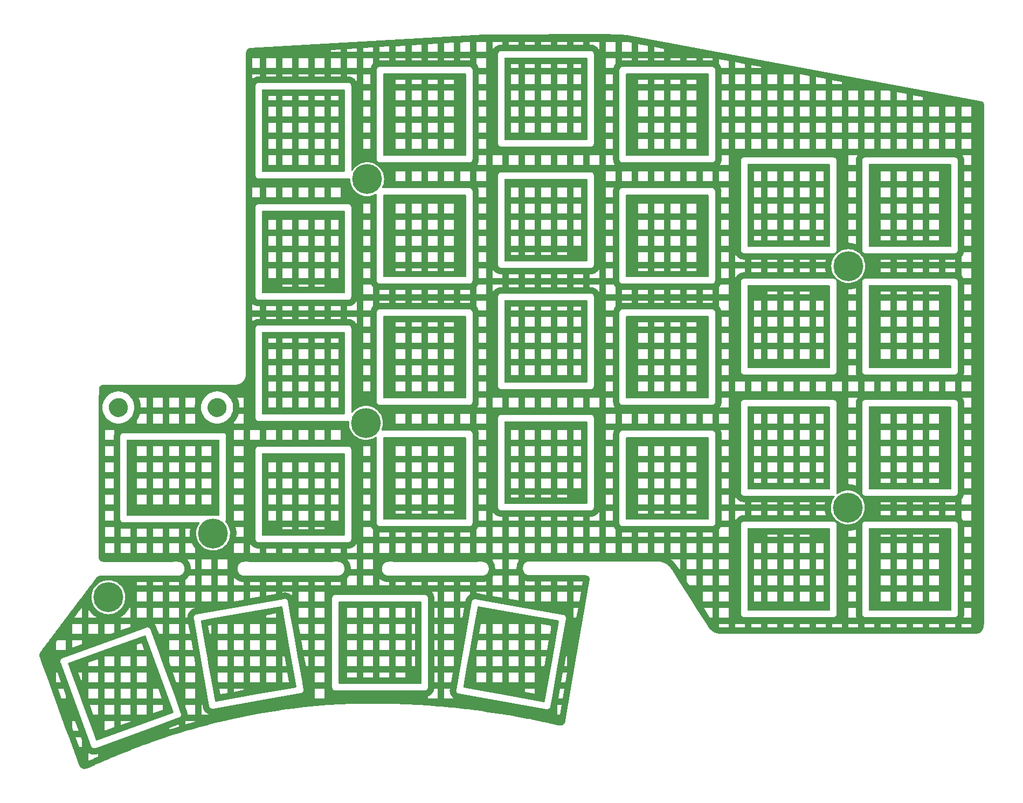
<source format=gtl>
%TF.GenerationSoftware,KiCad,Pcbnew,(6.0.0)*%
%TF.CreationDate,2022-08-16T23:30:09+02:00*%
%TF.ProjectId,SofleKeyboardTopPlate,536f666c-654b-4657-9962-6f617264546f,rev?*%
%TF.SameCoordinates,Original*%
%TF.FileFunction,Copper,L1,Top*%
%TF.FilePolarity,Positive*%
%FSLAX46Y46*%
G04 Gerber Fmt 4.6, Leading zero omitted, Abs format (unit mm)*
G04 Created by KiCad (PCBNEW (6.0.0)) date 2022-08-16 23:30:09*
%MOMM*%
%LPD*%
G01*
G04 APERTURE LIST*
%TA.AperFunction,ComponentPad*%
%ADD10C,4.700000*%
%TD*%
G04 APERTURE END LIST*
D10*
X107248563Y-114602639D03*
X207013559Y-72587636D03*
X206943559Y-110507632D03*
X90798565Y-124612638D03*
X131452800Y-58936400D03*
X131252800Y-97216400D03*
%TA.AperFunction,NonConductor*%
G36*
X165958557Y-39833002D02*
G01*
X166005050Y-39886658D01*
X166016436Y-39939000D01*
X166016436Y-52670999D01*
X165996434Y-52739120D01*
X165942778Y-52785613D01*
X165890436Y-52796999D01*
X153158438Y-52796999D01*
X153090317Y-52776997D01*
X153043824Y-52723341D01*
X153032438Y-52670999D01*
X153032438Y-51623596D01*
X154046438Y-51623596D01*
X155229996Y-51623596D01*
X156243996Y-51623596D01*
X157769996Y-51623596D01*
X158783996Y-51623596D01*
X160309996Y-51623596D01*
X161323996Y-51623596D01*
X162849996Y-51623596D01*
X163863996Y-51623596D01*
X165002436Y-51623596D01*
X165002436Y-50097596D01*
X163863996Y-50097596D01*
X163863996Y-51623596D01*
X162849996Y-51623596D01*
X162849996Y-50097596D01*
X161323996Y-50097596D01*
X161323996Y-51623596D01*
X160309996Y-51623596D01*
X160309996Y-50097596D01*
X158783996Y-50097596D01*
X158783996Y-51623596D01*
X157769996Y-51623596D01*
X157769996Y-50097596D01*
X156243996Y-50097596D01*
X156243996Y-51623596D01*
X155229996Y-51623596D01*
X155229996Y-50097596D01*
X154046438Y-50097596D01*
X154046438Y-51623596D01*
X153032438Y-51623596D01*
X153032438Y-49083596D01*
X154046438Y-49083596D01*
X155229996Y-49083596D01*
X156243996Y-49083596D01*
X157769996Y-49083596D01*
X158783996Y-49083596D01*
X160309996Y-49083596D01*
X161323996Y-49083596D01*
X162849996Y-49083596D01*
X163863996Y-49083596D01*
X165002436Y-49083596D01*
X165002436Y-47557596D01*
X163863996Y-47557596D01*
X163863996Y-49083596D01*
X162849996Y-49083596D01*
X162849996Y-47557596D01*
X161323996Y-47557596D01*
X161323996Y-49083596D01*
X160309996Y-49083596D01*
X160309996Y-47557596D01*
X158783996Y-47557596D01*
X158783996Y-49083596D01*
X157769996Y-49083596D01*
X157769996Y-47557596D01*
X156243996Y-47557596D01*
X156243996Y-49083596D01*
X155229996Y-49083596D01*
X155229996Y-47557596D01*
X154046438Y-47557596D01*
X154046438Y-49083596D01*
X153032438Y-49083596D01*
X153032438Y-46543596D01*
X154046438Y-46543596D01*
X155229996Y-46543596D01*
X156243996Y-46543596D01*
X157769996Y-46543596D01*
X158783996Y-46543596D01*
X160309996Y-46543596D01*
X161323996Y-46543596D01*
X162849996Y-46543596D01*
X163863996Y-46543596D01*
X165002436Y-46543596D01*
X165002436Y-45017596D01*
X163863996Y-45017596D01*
X163863996Y-46543596D01*
X162849996Y-46543596D01*
X162849996Y-45017596D01*
X161323996Y-45017596D01*
X161323996Y-46543596D01*
X160309996Y-46543596D01*
X160309996Y-45017596D01*
X158783996Y-45017596D01*
X158783996Y-46543596D01*
X157769996Y-46543596D01*
X157769996Y-45017596D01*
X156243996Y-45017596D01*
X156243996Y-46543596D01*
X155229996Y-46543596D01*
X155229996Y-45017596D01*
X154046438Y-45017596D01*
X154046438Y-46543596D01*
X153032438Y-46543596D01*
X153032438Y-44003596D01*
X154046438Y-44003596D01*
X155229996Y-44003596D01*
X156243996Y-44003596D01*
X157769996Y-44003596D01*
X158783996Y-44003596D01*
X160309996Y-44003596D01*
X161323996Y-44003596D01*
X162849996Y-44003596D01*
X163863996Y-44003596D01*
X165002436Y-44003596D01*
X165002436Y-42477596D01*
X163863996Y-42477596D01*
X163863996Y-44003596D01*
X162849996Y-44003596D01*
X162849996Y-42477596D01*
X161323996Y-42477596D01*
X161323996Y-44003596D01*
X160309996Y-44003596D01*
X160309996Y-42477596D01*
X158783996Y-42477596D01*
X158783996Y-44003596D01*
X157769996Y-44003596D01*
X157769996Y-42477596D01*
X156243996Y-42477596D01*
X156243996Y-44003596D01*
X155229996Y-44003596D01*
X155229996Y-42477596D01*
X154046438Y-42477596D01*
X154046438Y-44003596D01*
X153032438Y-44003596D01*
X153032438Y-41463596D01*
X154046438Y-41463596D01*
X155229996Y-41463596D01*
X156243996Y-41463596D01*
X157769996Y-41463596D01*
X158783996Y-41463596D01*
X160309996Y-41463596D01*
X161323996Y-41463596D01*
X162849996Y-41463596D01*
X163863996Y-41463596D01*
X165002436Y-41463596D01*
X165002436Y-40827000D01*
X163863996Y-40827000D01*
X163863996Y-41463596D01*
X162849996Y-41463596D01*
X162849996Y-40827000D01*
X161323996Y-40827000D01*
X161323996Y-41463596D01*
X160309996Y-41463596D01*
X160309996Y-40827000D01*
X158783996Y-40827000D01*
X158783996Y-41463596D01*
X157769996Y-41463596D01*
X157769996Y-40827000D01*
X156243996Y-40827000D01*
X156243996Y-41463596D01*
X155229996Y-41463596D01*
X155229996Y-40827000D01*
X154046438Y-40827000D01*
X154046438Y-41463596D01*
X153032438Y-41463596D01*
X153032438Y-39939000D01*
X153052440Y-39870879D01*
X153106096Y-39824386D01*
X153158438Y-39813000D01*
X165890436Y-39813000D01*
X165958557Y-39833002D01*
G37*
%TD.AperFunction*%
%TA.AperFunction,NonConductor*%
G36*
X185028119Y-42333002D02*
G01*
X185074612Y-42386658D01*
X185085998Y-42439000D01*
X185085998Y-55170998D01*
X185065996Y-55239119D01*
X185012340Y-55285612D01*
X184959998Y-55296998D01*
X172228000Y-55296998D01*
X172159879Y-55276996D01*
X172113386Y-55223340D01*
X172102000Y-55170998D01*
X172102000Y-54163596D01*
X174023996Y-54163596D01*
X175549996Y-54163596D01*
X176563996Y-54163596D01*
X178089996Y-54163596D01*
X179103996Y-54163596D01*
X180629996Y-54163596D01*
X181643996Y-54163596D01*
X183169996Y-54163596D01*
X183169996Y-52637596D01*
X181643996Y-52637596D01*
X181643996Y-54163596D01*
X180629996Y-54163596D01*
X180629996Y-52637596D01*
X179103996Y-52637596D01*
X179103996Y-54163596D01*
X178089996Y-54163596D01*
X178089996Y-52637596D01*
X176563996Y-52637596D01*
X176563996Y-54163596D01*
X175549996Y-54163596D01*
X175549996Y-52637596D01*
X174023996Y-52637596D01*
X174023996Y-54163596D01*
X172102000Y-54163596D01*
X172102000Y-51623596D01*
X174023996Y-51623596D01*
X175549996Y-51623596D01*
X176563996Y-51623596D01*
X178089996Y-51623596D01*
X179103996Y-51623596D01*
X180629996Y-51623596D01*
X181643996Y-51623596D01*
X183169996Y-51623596D01*
X183169996Y-50097596D01*
X181643996Y-50097596D01*
X181643996Y-51623596D01*
X180629996Y-51623596D01*
X180629996Y-50097596D01*
X179103996Y-50097596D01*
X179103996Y-51623596D01*
X178089996Y-51623596D01*
X178089996Y-50097596D01*
X176563996Y-50097596D01*
X176563996Y-51623596D01*
X175549996Y-51623596D01*
X175549996Y-50097596D01*
X174023996Y-50097596D01*
X174023996Y-51623596D01*
X172102000Y-51623596D01*
X172102000Y-49083596D01*
X174023996Y-49083596D01*
X175549996Y-49083596D01*
X176563996Y-49083596D01*
X178089996Y-49083596D01*
X179103996Y-49083596D01*
X180629996Y-49083596D01*
X181643996Y-49083596D01*
X183169996Y-49083596D01*
X183169996Y-47557596D01*
X181643996Y-47557596D01*
X181643996Y-49083596D01*
X180629996Y-49083596D01*
X180629996Y-47557596D01*
X179103996Y-47557596D01*
X179103996Y-49083596D01*
X178089996Y-49083596D01*
X178089996Y-47557596D01*
X176563996Y-47557596D01*
X176563996Y-49083596D01*
X175549996Y-49083596D01*
X175549996Y-47557596D01*
X174023996Y-47557596D01*
X174023996Y-49083596D01*
X172102000Y-49083596D01*
X172102000Y-46543596D01*
X174023996Y-46543596D01*
X175549996Y-46543596D01*
X176563996Y-46543596D01*
X178089996Y-46543596D01*
X179103996Y-46543596D01*
X180629996Y-46543596D01*
X181643996Y-46543596D01*
X183169996Y-46543596D01*
X183169996Y-45017596D01*
X181643996Y-45017596D01*
X181643996Y-46543596D01*
X180629996Y-46543596D01*
X180629996Y-45017596D01*
X179103996Y-45017596D01*
X179103996Y-46543596D01*
X178089996Y-46543596D01*
X178089996Y-45017596D01*
X176563996Y-45017596D01*
X176563996Y-46543596D01*
X175549996Y-46543596D01*
X175549996Y-45017596D01*
X174023996Y-45017596D01*
X174023996Y-46543596D01*
X172102000Y-46543596D01*
X172102000Y-44003596D01*
X174023996Y-44003596D01*
X175549996Y-44003596D01*
X176563996Y-44003596D01*
X178089996Y-44003596D01*
X179103996Y-44003596D01*
X180629996Y-44003596D01*
X181643996Y-44003596D01*
X183169996Y-44003596D01*
X183169996Y-43327000D01*
X181643996Y-43327000D01*
X181643996Y-44003596D01*
X180629996Y-44003596D01*
X180629996Y-43327000D01*
X179103996Y-43327000D01*
X179103996Y-44003596D01*
X178089996Y-44003596D01*
X178089996Y-43327000D01*
X176563996Y-43327000D01*
X176563996Y-44003596D01*
X175549996Y-44003596D01*
X175549996Y-43327000D01*
X174023996Y-43327000D01*
X174023996Y-44003596D01*
X172102000Y-44003596D01*
X172102000Y-42439000D01*
X172122002Y-42370879D01*
X172175658Y-42324386D01*
X172228000Y-42313000D01*
X184959998Y-42313000D01*
X185028119Y-42333002D01*
G37*
%TD.AperFunction*%
%TA.AperFunction,NonConductor*%
G36*
X146908560Y-42333002D02*
G01*
X146955053Y-42386658D01*
X146966439Y-42439000D01*
X146966439Y-55170998D01*
X146946437Y-55239119D01*
X146892781Y-55285612D01*
X146840439Y-55296998D01*
X134108440Y-55296998D01*
X134040319Y-55276996D01*
X133993826Y-55223340D01*
X133982440Y-55170998D01*
X133982440Y-54163596D01*
X135923996Y-54163596D01*
X137449996Y-54163596D01*
X138463996Y-54163596D01*
X139989996Y-54163596D01*
X141003996Y-54163596D01*
X142529996Y-54163596D01*
X143543996Y-54163596D01*
X145069996Y-54163596D01*
X145069996Y-52637596D01*
X143543996Y-52637596D01*
X143543996Y-54163596D01*
X142529996Y-54163596D01*
X142529996Y-52637596D01*
X141003996Y-52637596D01*
X141003996Y-54163596D01*
X139989996Y-54163596D01*
X139989996Y-52637596D01*
X138463996Y-52637596D01*
X138463996Y-54163596D01*
X137449996Y-54163596D01*
X137449996Y-52637596D01*
X135923996Y-52637596D01*
X135923996Y-54163596D01*
X133982440Y-54163596D01*
X133982440Y-51623596D01*
X135923996Y-51623596D01*
X137449996Y-51623596D01*
X138463996Y-51623596D01*
X139989996Y-51623596D01*
X141003996Y-51623596D01*
X142529996Y-51623596D01*
X143543996Y-51623596D01*
X145069996Y-51623596D01*
X145069996Y-50097596D01*
X143543996Y-50097596D01*
X143543996Y-51623596D01*
X142529996Y-51623596D01*
X142529996Y-50097596D01*
X141003996Y-50097596D01*
X141003996Y-51623596D01*
X139989996Y-51623596D01*
X139989996Y-50097596D01*
X138463996Y-50097596D01*
X138463996Y-51623596D01*
X137449996Y-51623596D01*
X137449996Y-50097596D01*
X135923996Y-50097596D01*
X135923996Y-51623596D01*
X133982440Y-51623596D01*
X133982440Y-49083596D01*
X135923996Y-49083596D01*
X137449996Y-49083596D01*
X138463996Y-49083596D01*
X139989996Y-49083596D01*
X141003996Y-49083596D01*
X142529996Y-49083596D01*
X143543996Y-49083596D01*
X145069996Y-49083596D01*
X145069996Y-47557596D01*
X143543996Y-47557596D01*
X143543996Y-49083596D01*
X142529996Y-49083596D01*
X142529996Y-47557596D01*
X141003996Y-47557596D01*
X141003996Y-49083596D01*
X139989996Y-49083596D01*
X139989996Y-47557596D01*
X138463996Y-47557596D01*
X138463996Y-49083596D01*
X137449996Y-49083596D01*
X137449996Y-47557596D01*
X135923996Y-47557596D01*
X135923996Y-49083596D01*
X133982440Y-49083596D01*
X133982440Y-46543596D01*
X135923996Y-46543596D01*
X137449996Y-46543596D01*
X138463996Y-46543596D01*
X139989996Y-46543596D01*
X141003996Y-46543596D01*
X142529996Y-46543596D01*
X143543996Y-46543596D01*
X145069996Y-46543596D01*
X145069996Y-45017596D01*
X143543996Y-45017596D01*
X143543996Y-46543596D01*
X142529996Y-46543596D01*
X142529996Y-45017596D01*
X141003996Y-45017596D01*
X141003996Y-46543596D01*
X139989996Y-46543596D01*
X139989996Y-45017596D01*
X138463996Y-45017596D01*
X138463996Y-46543596D01*
X137449996Y-46543596D01*
X137449996Y-45017596D01*
X135923996Y-45017596D01*
X135923996Y-46543596D01*
X133982440Y-46543596D01*
X133982440Y-44003596D01*
X135923996Y-44003596D01*
X137449996Y-44003596D01*
X138463996Y-44003596D01*
X139989996Y-44003596D01*
X141003996Y-44003596D01*
X142529996Y-44003596D01*
X143543996Y-44003596D01*
X145069996Y-44003596D01*
X145069996Y-43327000D01*
X143543996Y-43327000D01*
X143543996Y-44003596D01*
X142529996Y-44003596D01*
X142529996Y-43327000D01*
X141003996Y-43327000D01*
X141003996Y-44003596D01*
X139989996Y-44003596D01*
X139989996Y-43327000D01*
X138463996Y-43327000D01*
X138463996Y-44003596D01*
X137449996Y-44003596D01*
X137449996Y-43327000D01*
X135923996Y-43327000D01*
X135923996Y-44003596D01*
X133982440Y-44003596D01*
X133982440Y-42439000D01*
X134002442Y-42370879D01*
X134056098Y-42324386D01*
X134108440Y-42313000D01*
X146840439Y-42313000D01*
X146908560Y-42333002D01*
G37*
%TD.AperFunction*%
%TA.AperFunction,NonConductor*%
G36*
X223147678Y-56575640D02*
G01*
X223194171Y-56629296D01*
X223205557Y-56681638D01*
X223205557Y-69413637D01*
X223185555Y-69481758D01*
X223131899Y-69528251D01*
X223079557Y-69539637D01*
X210347559Y-69539637D01*
X210279438Y-69519635D01*
X210232945Y-69465979D01*
X210221559Y-69413637D01*
X210221559Y-68525637D01*
X212123996Y-68525637D01*
X213649996Y-68525637D01*
X214663996Y-68525637D01*
X216189996Y-68525637D01*
X217203996Y-68525637D01*
X218729996Y-68525637D01*
X219743996Y-68525637D01*
X221269996Y-68525637D01*
X221269996Y-67877596D01*
X219743996Y-67877596D01*
X219743996Y-68525637D01*
X218729996Y-68525637D01*
X218729996Y-67877596D01*
X217203996Y-67877596D01*
X217203996Y-68525637D01*
X216189996Y-68525637D01*
X216189996Y-67877596D01*
X214663996Y-67877596D01*
X214663996Y-68525637D01*
X213649996Y-68525637D01*
X213649996Y-67877596D01*
X212123996Y-67877596D01*
X212123996Y-68525637D01*
X210221559Y-68525637D01*
X210221559Y-66863596D01*
X212123996Y-66863596D01*
X213649996Y-66863596D01*
X214663996Y-66863596D01*
X216189996Y-66863596D01*
X217203996Y-66863596D01*
X218729996Y-66863596D01*
X219743996Y-66863596D01*
X221269996Y-66863596D01*
X221269996Y-65337596D01*
X219743996Y-65337596D01*
X219743996Y-66863596D01*
X218729996Y-66863596D01*
X218729996Y-65337596D01*
X217203996Y-65337596D01*
X217203996Y-66863596D01*
X216189996Y-66863596D01*
X216189996Y-65337596D01*
X214663996Y-65337596D01*
X214663996Y-66863596D01*
X213649996Y-66863596D01*
X213649996Y-65337596D01*
X212123996Y-65337596D01*
X212123996Y-66863596D01*
X210221559Y-66863596D01*
X210221559Y-64323596D01*
X212123996Y-64323596D01*
X213649996Y-64323596D01*
X214663996Y-64323596D01*
X216189996Y-64323596D01*
X217203996Y-64323596D01*
X218729996Y-64323596D01*
X219743996Y-64323596D01*
X221269996Y-64323596D01*
X221269996Y-62797596D01*
X219743996Y-62797596D01*
X219743996Y-64323596D01*
X218729996Y-64323596D01*
X218729996Y-62797596D01*
X217203996Y-62797596D01*
X217203996Y-64323596D01*
X216189996Y-64323596D01*
X216189996Y-62797596D01*
X214663996Y-62797596D01*
X214663996Y-64323596D01*
X213649996Y-64323596D01*
X213649996Y-62797596D01*
X212123996Y-62797596D01*
X212123996Y-64323596D01*
X210221559Y-64323596D01*
X210221559Y-61783596D01*
X212123996Y-61783596D01*
X213649996Y-61783596D01*
X214663996Y-61783596D01*
X216189996Y-61783596D01*
X217203996Y-61783596D01*
X218729996Y-61783596D01*
X219743996Y-61783596D01*
X221269996Y-61783596D01*
X221269996Y-60257596D01*
X219743996Y-60257596D01*
X219743996Y-61783596D01*
X218729996Y-61783596D01*
X218729996Y-60257596D01*
X217203996Y-60257596D01*
X217203996Y-61783596D01*
X216189996Y-61783596D01*
X216189996Y-60257596D01*
X214663996Y-60257596D01*
X214663996Y-61783596D01*
X213649996Y-61783596D01*
X213649996Y-60257596D01*
X212123996Y-60257596D01*
X212123996Y-61783596D01*
X210221559Y-61783596D01*
X210221559Y-59243596D01*
X212123996Y-59243596D01*
X213649996Y-59243596D01*
X214663996Y-59243596D01*
X216189996Y-59243596D01*
X217203996Y-59243596D01*
X218729996Y-59243596D01*
X219743996Y-59243596D01*
X221269996Y-59243596D01*
X221269996Y-57717596D01*
X219743996Y-57717596D01*
X219743996Y-59243596D01*
X218729996Y-59243596D01*
X218729996Y-57717596D01*
X217203996Y-57717596D01*
X217203996Y-59243596D01*
X216189996Y-59243596D01*
X216189996Y-57717596D01*
X214663996Y-57717596D01*
X214663996Y-59243596D01*
X213649996Y-59243596D01*
X213649996Y-57717596D01*
X212123996Y-57717596D01*
X212123996Y-59243596D01*
X210221559Y-59243596D01*
X210221559Y-56681638D01*
X210241561Y-56613517D01*
X210295217Y-56567024D01*
X210347559Y-56555638D01*
X223079557Y-56555638D01*
X223147678Y-56575640D01*
G37*
%TD.AperFunction*%
%TA.AperFunction,NonConductor*%
G36*
X204097673Y-56575640D02*
G01*
X204144166Y-56629296D01*
X204155552Y-56681638D01*
X204155552Y-69413637D01*
X204135550Y-69481758D01*
X204081894Y-69528251D01*
X204029552Y-69539637D01*
X191297553Y-69539637D01*
X191229432Y-69519635D01*
X191182939Y-69465979D01*
X191171553Y-69413637D01*
X191171553Y-68525637D01*
X192185553Y-68525637D01*
X193329996Y-68525637D01*
X194343996Y-68525637D01*
X195869996Y-68525637D01*
X196883996Y-68525637D01*
X198409996Y-68525637D01*
X199423996Y-68525637D01*
X200949996Y-68525637D01*
X201963996Y-68525637D01*
X203141552Y-68525637D01*
X203141552Y-67877596D01*
X201963996Y-67877596D01*
X201963996Y-68525637D01*
X200949996Y-68525637D01*
X200949996Y-67877596D01*
X199423996Y-67877596D01*
X199423996Y-68525637D01*
X198409996Y-68525637D01*
X198409996Y-67877596D01*
X196883996Y-67877596D01*
X196883996Y-68525637D01*
X195869996Y-68525637D01*
X195869996Y-67877596D01*
X194343996Y-67877596D01*
X194343996Y-68525637D01*
X193329996Y-68525637D01*
X193329996Y-67877596D01*
X192185553Y-67877596D01*
X192185553Y-68525637D01*
X191171553Y-68525637D01*
X191171553Y-66863596D01*
X192185553Y-66863596D01*
X193329996Y-66863596D01*
X194343996Y-66863596D01*
X195869996Y-66863596D01*
X196883996Y-66863596D01*
X198409996Y-66863596D01*
X199423996Y-66863596D01*
X200949996Y-66863596D01*
X201963996Y-66863596D01*
X203141552Y-66863596D01*
X203141552Y-65337596D01*
X201963996Y-65337596D01*
X201963996Y-66863596D01*
X200949996Y-66863596D01*
X200949996Y-65337596D01*
X199423996Y-65337596D01*
X199423996Y-66863596D01*
X198409996Y-66863596D01*
X198409996Y-65337596D01*
X196883996Y-65337596D01*
X196883996Y-66863596D01*
X195869996Y-66863596D01*
X195869996Y-65337596D01*
X194343996Y-65337596D01*
X194343996Y-66863596D01*
X193329996Y-66863596D01*
X193329996Y-65337596D01*
X192185553Y-65337596D01*
X192185553Y-66863596D01*
X191171553Y-66863596D01*
X191171553Y-64323596D01*
X192185553Y-64323596D01*
X193329996Y-64323596D01*
X194343996Y-64323596D01*
X195869996Y-64323596D01*
X196883996Y-64323596D01*
X198409996Y-64323596D01*
X199423996Y-64323596D01*
X200949996Y-64323596D01*
X201963996Y-64323596D01*
X203141552Y-64323596D01*
X203141552Y-62797596D01*
X201963996Y-62797596D01*
X201963996Y-64323596D01*
X200949996Y-64323596D01*
X200949996Y-62797596D01*
X199423996Y-62797596D01*
X199423996Y-64323596D01*
X198409996Y-64323596D01*
X198409996Y-62797596D01*
X196883996Y-62797596D01*
X196883996Y-64323596D01*
X195869996Y-64323596D01*
X195869996Y-62797596D01*
X194343996Y-62797596D01*
X194343996Y-64323596D01*
X193329996Y-64323596D01*
X193329996Y-62797596D01*
X192185553Y-62797596D01*
X192185553Y-64323596D01*
X191171553Y-64323596D01*
X191171553Y-61783596D01*
X192185553Y-61783596D01*
X193329996Y-61783596D01*
X194343996Y-61783596D01*
X195869996Y-61783596D01*
X196883996Y-61783596D01*
X198409996Y-61783596D01*
X199423996Y-61783596D01*
X200949996Y-61783596D01*
X201963996Y-61783596D01*
X203141552Y-61783596D01*
X203141552Y-60257596D01*
X201963996Y-60257596D01*
X201963996Y-61783596D01*
X200949996Y-61783596D01*
X200949996Y-60257596D01*
X199423996Y-60257596D01*
X199423996Y-61783596D01*
X198409996Y-61783596D01*
X198409996Y-60257596D01*
X196883996Y-60257596D01*
X196883996Y-61783596D01*
X195869996Y-61783596D01*
X195869996Y-60257596D01*
X194343996Y-60257596D01*
X194343996Y-61783596D01*
X193329996Y-61783596D01*
X193329996Y-60257596D01*
X192185553Y-60257596D01*
X192185553Y-61783596D01*
X191171553Y-61783596D01*
X191171553Y-59243596D01*
X192185553Y-59243596D01*
X193329996Y-59243596D01*
X194343996Y-59243596D01*
X195869996Y-59243596D01*
X196883996Y-59243596D01*
X198409996Y-59243596D01*
X199423996Y-59243596D01*
X200949996Y-59243596D01*
X201963996Y-59243596D01*
X203141552Y-59243596D01*
X203141552Y-57717596D01*
X201963996Y-57717596D01*
X201963996Y-59243596D01*
X200949996Y-59243596D01*
X200949996Y-57717596D01*
X199423996Y-57717596D01*
X199423996Y-59243596D01*
X198409996Y-59243596D01*
X198409996Y-57717596D01*
X196883996Y-57717596D01*
X196883996Y-59243596D01*
X195869996Y-59243596D01*
X195869996Y-57717596D01*
X194343996Y-57717596D01*
X194343996Y-59243596D01*
X193329996Y-59243596D01*
X193329996Y-57717596D01*
X192185553Y-57717596D01*
X192185553Y-59243596D01*
X191171553Y-59243596D01*
X191171553Y-56681638D01*
X191191555Y-56613517D01*
X191245211Y-56567024D01*
X191297553Y-56555638D01*
X204029552Y-56555638D01*
X204097673Y-56575640D01*
G37*
%TD.AperFunction*%
%TA.AperFunction,NonConductor*%
G36*
X165958557Y-58883000D02*
G01*
X166005050Y-58936656D01*
X166016436Y-58988998D01*
X166016436Y-71720996D01*
X165996434Y-71789117D01*
X165942778Y-71835610D01*
X165890436Y-71846996D01*
X153158438Y-71846996D01*
X153090317Y-71826994D01*
X153043824Y-71773338D01*
X153032438Y-71720996D01*
X153032438Y-70832996D01*
X154046438Y-70832996D01*
X155229996Y-70832996D01*
X156243996Y-70832996D01*
X157769996Y-70832996D01*
X158783996Y-70832996D01*
X160309996Y-70832996D01*
X161323996Y-70832996D01*
X162849996Y-70832996D01*
X162849996Y-70417596D01*
X161323996Y-70417596D01*
X161323996Y-70832996D01*
X160309996Y-70832996D01*
X160309996Y-70417596D01*
X158783996Y-70417596D01*
X158783996Y-70832996D01*
X157769996Y-70832996D01*
X157769996Y-70417596D01*
X156243996Y-70417596D01*
X156243996Y-70832996D01*
X155229996Y-70832996D01*
X155229996Y-70417596D01*
X154046438Y-70417596D01*
X154046438Y-70832996D01*
X153032438Y-70832996D01*
X153032438Y-69403596D01*
X154046438Y-69403596D01*
X155229996Y-69403596D01*
X156243996Y-69403596D01*
X157769996Y-69403596D01*
X158783996Y-69403596D01*
X160309996Y-69403596D01*
X161323996Y-69403596D01*
X162849996Y-69403596D01*
X163863996Y-69403596D01*
X165002436Y-69403596D01*
X165002436Y-67877596D01*
X163863996Y-67877596D01*
X163863996Y-69403596D01*
X162849996Y-69403596D01*
X162849996Y-67877596D01*
X161323996Y-67877596D01*
X161323996Y-69403596D01*
X160309996Y-69403596D01*
X160309996Y-67877596D01*
X158783996Y-67877596D01*
X158783996Y-69403596D01*
X157769996Y-69403596D01*
X157769996Y-67877596D01*
X156243996Y-67877596D01*
X156243996Y-69403596D01*
X155229996Y-69403596D01*
X155229996Y-67877596D01*
X154046438Y-67877596D01*
X154046438Y-69403596D01*
X153032438Y-69403596D01*
X153032438Y-66863596D01*
X154046438Y-66863596D01*
X155229996Y-66863596D01*
X156243996Y-66863596D01*
X157769996Y-66863596D01*
X158783996Y-66863596D01*
X160309996Y-66863596D01*
X161323996Y-66863596D01*
X162849996Y-66863596D01*
X163863996Y-66863596D01*
X165002436Y-66863596D01*
X165002436Y-65337596D01*
X163863996Y-65337596D01*
X163863996Y-66863596D01*
X162849996Y-66863596D01*
X162849996Y-65337596D01*
X161323996Y-65337596D01*
X161323996Y-66863596D01*
X160309996Y-66863596D01*
X160309996Y-65337596D01*
X158783996Y-65337596D01*
X158783996Y-66863596D01*
X157769996Y-66863596D01*
X157769996Y-65337596D01*
X156243996Y-65337596D01*
X156243996Y-66863596D01*
X155229996Y-66863596D01*
X155229996Y-65337596D01*
X154046438Y-65337596D01*
X154046438Y-66863596D01*
X153032438Y-66863596D01*
X153032438Y-64323596D01*
X154046438Y-64323596D01*
X155229996Y-64323596D01*
X156243996Y-64323596D01*
X157769996Y-64323596D01*
X158783996Y-64323596D01*
X160309996Y-64323596D01*
X161323996Y-64323596D01*
X162849996Y-64323596D01*
X163863996Y-64323596D01*
X165002436Y-64323596D01*
X165002436Y-62797596D01*
X163863996Y-62797596D01*
X163863996Y-64323596D01*
X162849996Y-64323596D01*
X162849996Y-62797596D01*
X161323996Y-62797596D01*
X161323996Y-64323596D01*
X160309996Y-64323596D01*
X160309996Y-62797596D01*
X158783996Y-62797596D01*
X158783996Y-64323596D01*
X157769996Y-64323596D01*
X157769996Y-62797596D01*
X156243996Y-62797596D01*
X156243996Y-64323596D01*
X155229996Y-64323596D01*
X155229996Y-62797596D01*
X154046438Y-62797596D01*
X154046438Y-64323596D01*
X153032438Y-64323596D01*
X153032438Y-61783596D01*
X154046438Y-61783596D01*
X155229996Y-61783596D01*
X156243996Y-61783596D01*
X157769996Y-61783596D01*
X158783996Y-61783596D01*
X160309996Y-61783596D01*
X161323996Y-61783596D01*
X162849996Y-61783596D01*
X163863996Y-61783596D01*
X165002436Y-61783596D01*
X165002436Y-60257596D01*
X163863996Y-60257596D01*
X163863996Y-61783596D01*
X162849996Y-61783596D01*
X162849996Y-60257596D01*
X161323996Y-60257596D01*
X161323996Y-61783596D01*
X160309996Y-61783596D01*
X160309996Y-60257596D01*
X158783996Y-60257596D01*
X158783996Y-61783596D01*
X157769996Y-61783596D01*
X157769996Y-60257596D01*
X156243996Y-60257596D01*
X156243996Y-61783596D01*
X155229996Y-61783596D01*
X155229996Y-60257596D01*
X154046438Y-60257596D01*
X154046438Y-61783596D01*
X153032438Y-61783596D01*
X153032438Y-58988998D01*
X153052440Y-58920877D01*
X153106096Y-58874384D01*
X153158438Y-58862998D01*
X165890436Y-58862998D01*
X165958557Y-58883000D01*
G37*
%TD.AperFunction*%
%TA.AperFunction,NonConductor*%
G36*
X185008555Y-61383000D02*
G01*
X185055048Y-61436656D01*
X185066434Y-61488998D01*
X185066434Y-74220996D01*
X185046432Y-74289117D01*
X184992776Y-74335610D01*
X184940434Y-74346996D01*
X172208436Y-74346996D01*
X172140315Y-74326994D01*
X172093822Y-74273338D01*
X172082436Y-74220996D01*
X172082436Y-73332996D01*
X174023996Y-73332996D01*
X175549996Y-73332996D01*
X176563996Y-73332996D01*
X178089996Y-73332996D01*
X179103996Y-73332996D01*
X180629996Y-73332996D01*
X181643996Y-73332996D01*
X183169996Y-73332996D01*
X183169996Y-72957596D01*
X181643996Y-72957596D01*
X181643996Y-73332996D01*
X180629996Y-73332996D01*
X180629996Y-72957596D01*
X179103996Y-72957596D01*
X179103996Y-73332996D01*
X178089996Y-73332996D01*
X178089996Y-72957596D01*
X176563996Y-72957596D01*
X176563996Y-73332996D01*
X175549996Y-73332996D01*
X175549996Y-72957596D01*
X174023996Y-72957596D01*
X174023996Y-73332996D01*
X172082436Y-73332996D01*
X172082436Y-71943596D01*
X174023996Y-71943596D01*
X175549996Y-71943596D01*
X176563996Y-71943596D01*
X178089996Y-71943596D01*
X179103996Y-71943596D01*
X180629996Y-71943596D01*
X181643996Y-71943596D01*
X183169996Y-71943596D01*
X183169996Y-70417596D01*
X181643996Y-70417596D01*
X181643996Y-71943596D01*
X180629996Y-71943596D01*
X180629996Y-70417596D01*
X179103996Y-70417596D01*
X179103996Y-71943596D01*
X178089996Y-71943596D01*
X178089996Y-70417596D01*
X176563996Y-70417596D01*
X176563996Y-71943596D01*
X175549996Y-71943596D01*
X175549996Y-70417596D01*
X174023996Y-70417596D01*
X174023996Y-71943596D01*
X172082436Y-71943596D01*
X172082436Y-69403596D01*
X174023996Y-69403596D01*
X175549996Y-69403596D01*
X176563996Y-69403596D01*
X178089996Y-69403596D01*
X179103996Y-69403596D01*
X180629996Y-69403596D01*
X181643996Y-69403596D01*
X183169996Y-69403596D01*
X183169996Y-67877596D01*
X181643996Y-67877596D01*
X181643996Y-69403596D01*
X180629996Y-69403596D01*
X180629996Y-67877596D01*
X179103996Y-67877596D01*
X179103996Y-69403596D01*
X178089996Y-69403596D01*
X178089996Y-67877596D01*
X176563996Y-67877596D01*
X176563996Y-69403596D01*
X175549996Y-69403596D01*
X175549996Y-67877596D01*
X174023996Y-67877596D01*
X174023996Y-69403596D01*
X172082436Y-69403596D01*
X172082436Y-66863596D01*
X174023996Y-66863596D01*
X175549996Y-66863596D01*
X176563996Y-66863596D01*
X178089996Y-66863596D01*
X179103996Y-66863596D01*
X180629996Y-66863596D01*
X181643996Y-66863596D01*
X183169996Y-66863596D01*
X183169996Y-65337596D01*
X181643996Y-65337596D01*
X181643996Y-66863596D01*
X180629996Y-66863596D01*
X180629996Y-65337596D01*
X179103996Y-65337596D01*
X179103996Y-66863596D01*
X178089996Y-66863596D01*
X178089996Y-65337596D01*
X176563996Y-65337596D01*
X176563996Y-66863596D01*
X175549996Y-66863596D01*
X175549996Y-65337596D01*
X174023996Y-65337596D01*
X174023996Y-66863596D01*
X172082436Y-66863596D01*
X172082436Y-64323596D01*
X174023996Y-64323596D01*
X175549996Y-64323596D01*
X176563996Y-64323596D01*
X178089996Y-64323596D01*
X179103996Y-64323596D01*
X180629996Y-64323596D01*
X181643996Y-64323596D01*
X183169996Y-64323596D01*
X183169996Y-62797596D01*
X181643996Y-62797596D01*
X181643996Y-64323596D01*
X180629996Y-64323596D01*
X180629996Y-62797596D01*
X179103996Y-62797596D01*
X179103996Y-64323596D01*
X178089996Y-64323596D01*
X178089996Y-62797596D01*
X176563996Y-62797596D01*
X176563996Y-64323596D01*
X175549996Y-64323596D01*
X175549996Y-62797596D01*
X174023996Y-62797596D01*
X174023996Y-64323596D01*
X172082436Y-64323596D01*
X172082436Y-61488998D01*
X172102438Y-61420877D01*
X172156094Y-61374384D01*
X172208436Y-61362998D01*
X184940434Y-61362998D01*
X185008555Y-61383000D01*
G37*
%TD.AperFunction*%
%TA.AperFunction,NonConductor*%
G36*
X127858562Y-44833002D02*
G01*
X127905055Y-44886658D01*
X127916441Y-44939000D01*
X127916441Y-57670998D01*
X127896439Y-57739119D01*
X127842783Y-57785612D01*
X127790441Y-57796998D01*
X115058443Y-57796998D01*
X114990322Y-57776996D01*
X114943829Y-57723340D01*
X114932443Y-57670998D01*
X114932443Y-56703596D01*
X115946443Y-56703596D01*
X117129996Y-56703596D01*
X118143996Y-56703596D01*
X119669996Y-56703596D01*
X120683996Y-56703596D01*
X122209996Y-56703596D01*
X123223996Y-56703596D01*
X124749996Y-56703596D01*
X125763996Y-56703596D01*
X126902441Y-56703596D01*
X126902441Y-55177596D01*
X125763996Y-55177596D01*
X125763996Y-56703596D01*
X124749996Y-56703596D01*
X124749996Y-55177596D01*
X123223996Y-55177596D01*
X123223996Y-56703596D01*
X122209996Y-56703596D01*
X122209996Y-55177596D01*
X120683996Y-55177596D01*
X120683996Y-56703596D01*
X119669996Y-56703596D01*
X119669996Y-55177596D01*
X118143996Y-55177596D01*
X118143996Y-56703596D01*
X117129996Y-56703596D01*
X117129996Y-55177596D01*
X115946443Y-55177596D01*
X115946443Y-56703596D01*
X114932443Y-56703596D01*
X114932443Y-54163596D01*
X115946443Y-54163596D01*
X117129996Y-54163596D01*
X118143996Y-54163596D01*
X119669996Y-54163596D01*
X120683996Y-54163596D01*
X122209996Y-54163596D01*
X123223996Y-54163596D01*
X124749996Y-54163596D01*
X125763996Y-54163596D01*
X126902441Y-54163596D01*
X126902441Y-52637596D01*
X125763996Y-52637596D01*
X125763996Y-54163596D01*
X124749996Y-54163596D01*
X124749996Y-52637596D01*
X123223996Y-52637596D01*
X123223996Y-54163596D01*
X122209996Y-54163596D01*
X122209996Y-52637596D01*
X120683996Y-52637596D01*
X120683996Y-54163596D01*
X119669996Y-54163596D01*
X119669996Y-52637596D01*
X118143996Y-52637596D01*
X118143996Y-54163596D01*
X117129996Y-54163596D01*
X117129996Y-52637596D01*
X115946443Y-52637596D01*
X115946443Y-54163596D01*
X114932443Y-54163596D01*
X114932443Y-51623596D01*
X115946443Y-51623596D01*
X117129996Y-51623596D01*
X118143996Y-51623596D01*
X119669996Y-51623596D01*
X120683996Y-51623596D01*
X122209996Y-51623596D01*
X123223996Y-51623596D01*
X124749996Y-51623596D01*
X125763996Y-51623596D01*
X126902441Y-51623596D01*
X126902441Y-50097596D01*
X125763996Y-50097596D01*
X125763996Y-51623596D01*
X124749996Y-51623596D01*
X124749996Y-50097596D01*
X123223996Y-50097596D01*
X123223996Y-51623596D01*
X122209996Y-51623596D01*
X122209996Y-50097596D01*
X120683996Y-50097596D01*
X120683996Y-51623596D01*
X119669996Y-51623596D01*
X119669996Y-50097596D01*
X118143996Y-50097596D01*
X118143996Y-51623596D01*
X117129996Y-51623596D01*
X117129996Y-50097596D01*
X115946443Y-50097596D01*
X115946443Y-51623596D01*
X114932443Y-51623596D01*
X114932443Y-49083596D01*
X115946443Y-49083596D01*
X117129996Y-49083596D01*
X118143996Y-49083596D01*
X119669996Y-49083596D01*
X120683996Y-49083596D01*
X122209996Y-49083596D01*
X123223996Y-49083596D01*
X124749996Y-49083596D01*
X125763996Y-49083596D01*
X126902441Y-49083596D01*
X126902441Y-47557596D01*
X125763996Y-47557596D01*
X125763996Y-49083596D01*
X124749996Y-49083596D01*
X124749996Y-47557596D01*
X123223996Y-47557596D01*
X123223996Y-49083596D01*
X122209996Y-49083596D01*
X122209996Y-47557596D01*
X120683996Y-47557596D01*
X120683996Y-49083596D01*
X119669996Y-49083596D01*
X119669996Y-47557596D01*
X118143996Y-47557596D01*
X118143996Y-49083596D01*
X117129996Y-49083596D01*
X117129996Y-47557596D01*
X115946443Y-47557596D01*
X115946443Y-49083596D01*
X114932443Y-49083596D01*
X114932443Y-46543596D01*
X115946443Y-46543596D01*
X117129996Y-46543596D01*
X118143996Y-46543596D01*
X119669996Y-46543596D01*
X120683996Y-46543596D01*
X122209996Y-46543596D01*
X123223996Y-46543596D01*
X124749996Y-46543596D01*
X125763996Y-46543596D01*
X126902441Y-46543596D01*
X126902441Y-45827000D01*
X125763996Y-45827000D01*
X125763996Y-46543596D01*
X124749996Y-46543596D01*
X124749996Y-45827000D01*
X123223996Y-45827000D01*
X123223996Y-46543596D01*
X122209996Y-46543596D01*
X122209996Y-45827000D01*
X120683996Y-45827000D01*
X120683996Y-46543596D01*
X119669996Y-46543596D01*
X119669996Y-45827000D01*
X118143996Y-45827000D01*
X118143996Y-46543596D01*
X117129996Y-46543596D01*
X117129996Y-45827000D01*
X115946443Y-45827000D01*
X115946443Y-46543596D01*
X114932443Y-46543596D01*
X114932443Y-44939000D01*
X114952445Y-44870879D01*
X115006101Y-44824386D01*
X115058443Y-44813000D01*
X127790441Y-44813000D01*
X127858562Y-44833002D01*
G37*
%TD.AperFunction*%
%TA.AperFunction,NonConductor*%
G36*
X146907680Y-61383000D02*
G01*
X146954173Y-61436656D01*
X146965559Y-61488998D01*
X146965559Y-74220996D01*
X146945557Y-74289117D01*
X146891901Y-74335610D01*
X146839559Y-74346996D01*
X134107560Y-74346996D01*
X134039439Y-74326994D01*
X133992946Y-74273338D01*
X133981560Y-74220996D01*
X133981560Y-73332996D01*
X135923996Y-73332996D01*
X137449996Y-73332996D01*
X138463996Y-73332996D01*
X139989996Y-73332996D01*
X141003996Y-73332996D01*
X142529996Y-73332996D01*
X143543996Y-73332996D01*
X145069996Y-73332996D01*
X145069996Y-72957596D01*
X143543996Y-72957596D01*
X143543996Y-73332996D01*
X142529996Y-73332996D01*
X142529996Y-72957596D01*
X141003996Y-72957596D01*
X141003996Y-73332996D01*
X139989996Y-73332996D01*
X139989996Y-72957596D01*
X138463996Y-72957596D01*
X138463996Y-73332996D01*
X137449996Y-73332996D01*
X137449996Y-72957596D01*
X135923996Y-72957596D01*
X135923996Y-73332996D01*
X133981560Y-73332996D01*
X133981560Y-71943596D01*
X135923996Y-71943596D01*
X137449996Y-71943596D01*
X138463996Y-71943596D01*
X139989996Y-71943596D01*
X141003996Y-71943596D01*
X142529996Y-71943596D01*
X143543996Y-71943596D01*
X145069996Y-71943596D01*
X145069996Y-70417596D01*
X143543996Y-70417596D01*
X143543996Y-71943596D01*
X142529996Y-71943596D01*
X142529996Y-70417596D01*
X141003996Y-70417596D01*
X141003996Y-71943596D01*
X139989996Y-71943596D01*
X139989996Y-70417596D01*
X138463996Y-70417596D01*
X138463996Y-71943596D01*
X137449996Y-71943596D01*
X137449996Y-70417596D01*
X135923996Y-70417596D01*
X135923996Y-71943596D01*
X133981560Y-71943596D01*
X133981560Y-69403596D01*
X135923996Y-69403596D01*
X137449996Y-69403596D01*
X138463996Y-69403596D01*
X139989996Y-69403596D01*
X141003996Y-69403596D01*
X142529996Y-69403596D01*
X143543996Y-69403596D01*
X145069996Y-69403596D01*
X145069996Y-67877596D01*
X143543996Y-67877596D01*
X143543996Y-69403596D01*
X142529996Y-69403596D01*
X142529996Y-67877596D01*
X141003996Y-67877596D01*
X141003996Y-69403596D01*
X139989996Y-69403596D01*
X139989996Y-67877596D01*
X138463996Y-67877596D01*
X138463996Y-69403596D01*
X137449996Y-69403596D01*
X137449996Y-67877596D01*
X135923996Y-67877596D01*
X135923996Y-69403596D01*
X133981560Y-69403596D01*
X133981560Y-66863596D01*
X135923996Y-66863596D01*
X137449996Y-66863596D01*
X138463996Y-66863596D01*
X139989996Y-66863596D01*
X141003996Y-66863596D01*
X142529996Y-66863596D01*
X143543996Y-66863596D01*
X145069996Y-66863596D01*
X145069996Y-65337596D01*
X143543996Y-65337596D01*
X143543996Y-66863596D01*
X142529996Y-66863596D01*
X142529996Y-65337596D01*
X141003996Y-65337596D01*
X141003996Y-66863596D01*
X139989996Y-66863596D01*
X139989996Y-65337596D01*
X138463996Y-65337596D01*
X138463996Y-66863596D01*
X137449996Y-66863596D01*
X137449996Y-65337596D01*
X135923996Y-65337596D01*
X135923996Y-66863596D01*
X133981560Y-66863596D01*
X133981560Y-64323596D01*
X135923996Y-64323596D01*
X137449996Y-64323596D01*
X138463996Y-64323596D01*
X139989996Y-64323596D01*
X141003996Y-64323596D01*
X142529996Y-64323596D01*
X143543996Y-64323596D01*
X145069996Y-64323596D01*
X145069996Y-62797596D01*
X143543996Y-62797596D01*
X143543996Y-64323596D01*
X142529996Y-64323596D01*
X142529996Y-62797596D01*
X141003996Y-62797596D01*
X141003996Y-64323596D01*
X139989996Y-64323596D01*
X139989996Y-62797596D01*
X138463996Y-62797596D01*
X138463996Y-64323596D01*
X137449996Y-64323596D01*
X137449996Y-62797596D01*
X135923996Y-62797596D01*
X135923996Y-64323596D01*
X133981560Y-64323596D01*
X133981560Y-61488998D01*
X134001562Y-61420877D01*
X134055218Y-61374384D01*
X134107560Y-61362998D01*
X146839559Y-61362998D01*
X146907680Y-61383000D01*
G37*
%TD.AperFunction*%
%TA.AperFunction,NonConductor*%
G36*
X127858562Y-63907999D02*
G01*
X127905055Y-63961655D01*
X127916441Y-64013997D01*
X127916441Y-76745996D01*
X127896439Y-76814117D01*
X127842783Y-76860610D01*
X127790441Y-76871996D01*
X115058443Y-76871996D01*
X114990322Y-76851994D01*
X114943829Y-76798338D01*
X114932443Y-76745996D01*
X114932443Y-75857996D01*
X118143996Y-75857996D01*
X119669996Y-75857996D01*
X120683996Y-75857996D01*
X122209996Y-75857996D01*
X123223996Y-75857996D01*
X124749996Y-75857996D01*
X124749996Y-75497596D01*
X123223996Y-75497596D01*
X123223996Y-75857996D01*
X122209996Y-75857996D01*
X122209996Y-75497596D01*
X120683996Y-75497596D01*
X120683996Y-75857996D01*
X119669996Y-75857996D01*
X119669996Y-75497596D01*
X118143996Y-75497596D01*
X118143996Y-75857996D01*
X114932443Y-75857996D01*
X114932443Y-74483596D01*
X115946443Y-74483596D01*
X117129996Y-74483596D01*
X118143996Y-74483596D01*
X119669996Y-74483596D01*
X120683996Y-74483596D01*
X122209996Y-74483596D01*
X123223996Y-74483596D01*
X124749996Y-74483596D01*
X125763996Y-74483596D01*
X126902441Y-74483596D01*
X126902441Y-72957596D01*
X125763996Y-72957596D01*
X125763996Y-74483596D01*
X124749996Y-74483596D01*
X124749996Y-72957596D01*
X123223996Y-72957596D01*
X123223996Y-74483596D01*
X122209996Y-74483596D01*
X122209996Y-72957596D01*
X120683996Y-72957596D01*
X120683996Y-74483596D01*
X119669996Y-74483596D01*
X119669996Y-72957596D01*
X118143996Y-72957596D01*
X118143996Y-74483596D01*
X117129996Y-74483596D01*
X117129996Y-72957596D01*
X115946443Y-72957596D01*
X115946443Y-74483596D01*
X114932443Y-74483596D01*
X114932443Y-71943596D01*
X115946443Y-71943596D01*
X117129996Y-71943596D01*
X118143996Y-71943596D01*
X119669996Y-71943596D01*
X120683996Y-71943596D01*
X122209996Y-71943596D01*
X123223996Y-71943596D01*
X124749996Y-71943596D01*
X125763996Y-71943596D01*
X126902441Y-71943596D01*
X126902441Y-70417596D01*
X125763996Y-70417596D01*
X125763996Y-71943596D01*
X124749996Y-71943596D01*
X124749996Y-70417596D01*
X123223996Y-70417596D01*
X123223996Y-71943596D01*
X122209996Y-71943596D01*
X122209996Y-70417596D01*
X120683996Y-70417596D01*
X120683996Y-71943596D01*
X119669996Y-71943596D01*
X119669996Y-70417596D01*
X118143996Y-70417596D01*
X118143996Y-71943596D01*
X117129996Y-71943596D01*
X117129996Y-70417596D01*
X115946443Y-70417596D01*
X115946443Y-71943596D01*
X114932443Y-71943596D01*
X114932443Y-69403596D01*
X115946443Y-69403596D01*
X117129996Y-69403596D01*
X118143996Y-69403596D01*
X119669996Y-69403596D01*
X120683996Y-69403596D01*
X122209996Y-69403596D01*
X123223996Y-69403596D01*
X124749996Y-69403596D01*
X125763996Y-69403596D01*
X126902441Y-69403596D01*
X126902441Y-67877596D01*
X125763996Y-67877596D01*
X125763996Y-69403596D01*
X124749996Y-69403596D01*
X124749996Y-67877596D01*
X123223996Y-67877596D01*
X123223996Y-69403596D01*
X122209996Y-69403596D01*
X122209996Y-67877596D01*
X120683996Y-67877596D01*
X120683996Y-69403596D01*
X119669996Y-69403596D01*
X119669996Y-67877596D01*
X118143996Y-67877596D01*
X118143996Y-69403596D01*
X117129996Y-69403596D01*
X117129996Y-67877596D01*
X115946443Y-67877596D01*
X115946443Y-69403596D01*
X114932443Y-69403596D01*
X114932443Y-66863596D01*
X115946443Y-66863596D01*
X117129996Y-66863596D01*
X118143996Y-66863596D01*
X119669996Y-66863596D01*
X120683996Y-66863596D01*
X122209996Y-66863596D01*
X123223996Y-66863596D01*
X124749996Y-66863596D01*
X125763996Y-66863596D01*
X126902441Y-66863596D01*
X126902441Y-65337596D01*
X125763996Y-65337596D01*
X125763996Y-66863596D01*
X124749996Y-66863596D01*
X124749996Y-65337596D01*
X123223996Y-65337596D01*
X123223996Y-66863596D01*
X122209996Y-66863596D01*
X122209996Y-65337596D01*
X120683996Y-65337596D01*
X120683996Y-66863596D01*
X119669996Y-66863596D01*
X119669996Y-65337596D01*
X118143996Y-65337596D01*
X118143996Y-66863596D01*
X117129996Y-66863596D01*
X117129996Y-65337596D01*
X115946443Y-65337596D01*
X115946443Y-66863596D01*
X114932443Y-66863596D01*
X114932443Y-64013997D01*
X114952445Y-63945876D01*
X115006101Y-63899383D01*
X115058443Y-63887997D01*
X127790441Y-63887997D01*
X127858562Y-63907999D01*
G37*
%TD.AperFunction*%
%TA.AperFunction,NonConductor*%
G36*
X204097681Y-75625638D02*
G01*
X204144174Y-75679294D01*
X204155560Y-75731636D01*
X204155560Y-88463634D01*
X204135558Y-88531755D01*
X204081902Y-88578248D01*
X204029560Y-88589634D01*
X191297561Y-88589634D01*
X191229440Y-88569632D01*
X191182947Y-88515976D01*
X191171561Y-88463634D01*
X191171561Y-87183596D01*
X192185561Y-87183596D01*
X193329996Y-87183596D01*
X194343996Y-87183596D01*
X195869996Y-87183596D01*
X196883996Y-87183596D01*
X198409996Y-87183596D01*
X199423996Y-87183596D01*
X200949996Y-87183596D01*
X201963996Y-87183596D01*
X203141560Y-87183596D01*
X203141560Y-85657596D01*
X201963996Y-85657596D01*
X201963996Y-87183596D01*
X200949996Y-87183596D01*
X200949996Y-85657596D01*
X199423996Y-85657596D01*
X199423996Y-87183596D01*
X198409996Y-87183596D01*
X198409996Y-85657596D01*
X196883996Y-85657596D01*
X196883996Y-87183596D01*
X195869996Y-87183596D01*
X195869996Y-85657596D01*
X194343996Y-85657596D01*
X194343996Y-87183596D01*
X193329996Y-87183596D01*
X193329996Y-85657596D01*
X192185561Y-85657596D01*
X192185561Y-87183596D01*
X191171561Y-87183596D01*
X191171561Y-84643596D01*
X192185561Y-84643596D01*
X193329996Y-84643596D01*
X194343996Y-84643596D01*
X195869996Y-84643596D01*
X196883996Y-84643596D01*
X198409996Y-84643596D01*
X199423996Y-84643596D01*
X200949996Y-84643596D01*
X201963996Y-84643596D01*
X203141560Y-84643596D01*
X203141560Y-83117596D01*
X201963996Y-83117596D01*
X201963996Y-84643596D01*
X200949996Y-84643596D01*
X200949996Y-83117596D01*
X199423996Y-83117596D01*
X199423996Y-84643596D01*
X198409996Y-84643596D01*
X198409996Y-83117596D01*
X196883996Y-83117596D01*
X196883996Y-84643596D01*
X195869996Y-84643596D01*
X195869996Y-83117596D01*
X194343996Y-83117596D01*
X194343996Y-84643596D01*
X193329996Y-84643596D01*
X193329996Y-83117596D01*
X192185561Y-83117596D01*
X192185561Y-84643596D01*
X191171561Y-84643596D01*
X191171561Y-82103596D01*
X192185561Y-82103596D01*
X193329996Y-82103596D01*
X194343996Y-82103596D01*
X195869996Y-82103596D01*
X196883996Y-82103596D01*
X198409996Y-82103596D01*
X199423996Y-82103596D01*
X200949996Y-82103596D01*
X201963996Y-82103596D01*
X203141560Y-82103596D01*
X203141560Y-80577596D01*
X201963996Y-80577596D01*
X201963996Y-82103596D01*
X200949996Y-82103596D01*
X200949996Y-80577596D01*
X199423996Y-80577596D01*
X199423996Y-82103596D01*
X198409996Y-82103596D01*
X198409996Y-80577596D01*
X196883996Y-80577596D01*
X196883996Y-82103596D01*
X195869996Y-82103596D01*
X195869996Y-80577596D01*
X194343996Y-80577596D01*
X194343996Y-82103596D01*
X193329996Y-82103596D01*
X193329996Y-80577596D01*
X192185561Y-80577596D01*
X192185561Y-82103596D01*
X191171561Y-82103596D01*
X191171561Y-79563596D01*
X192185561Y-79563596D01*
X193329996Y-79563596D01*
X194343996Y-79563596D01*
X195869996Y-79563596D01*
X196883996Y-79563596D01*
X198409996Y-79563596D01*
X199423996Y-79563596D01*
X200949996Y-79563596D01*
X201963996Y-79563596D01*
X203141560Y-79563596D01*
X203141560Y-78037596D01*
X201963996Y-78037596D01*
X201963996Y-79563596D01*
X200949996Y-79563596D01*
X200949996Y-78037596D01*
X199423996Y-78037596D01*
X199423996Y-79563596D01*
X198409996Y-79563596D01*
X198409996Y-78037596D01*
X196883996Y-78037596D01*
X196883996Y-79563596D01*
X195869996Y-79563596D01*
X195869996Y-78037596D01*
X194343996Y-78037596D01*
X194343996Y-79563596D01*
X193329996Y-79563596D01*
X193329996Y-78037596D01*
X192185561Y-78037596D01*
X192185561Y-79563596D01*
X191171561Y-79563596D01*
X191171561Y-77023596D01*
X194343996Y-77023596D01*
X195869996Y-77023596D01*
X196883996Y-77023596D01*
X198409996Y-77023596D01*
X199423996Y-77023596D01*
X200949996Y-77023596D01*
X200949996Y-76619636D01*
X199423996Y-76619636D01*
X199423996Y-77023596D01*
X198409996Y-77023596D01*
X198409996Y-76619636D01*
X196883996Y-76619636D01*
X196883996Y-77023596D01*
X195869996Y-77023596D01*
X195869996Y-76619636D01*
X194343996Y-76619636D01*
X194343996Y-77023596D01*
X191171561Y-77023596D01*
X191171561Y-75731636D01*
X191191563Y-75663515D01*
X191245219Y-75617022D01*
X191297561Y-75605636D01*
X204029560Y-75605636D01*
X204097681Y-75625638D01*
G37*
%TD.AperFunction*%
%TA.AperFunction,NonConductor*%
G36*
X223147670Y-75625638D02*
G01*
X223194163Y-75679294D01*
X223205549Y-75731636D01*
X223205549Y-88463634D01*
X223185547Y-88531755D01*
X223131891Y-88578248D01*
X223079549Y-88589634D01*
X210347551Y-88589634D01*
X210279430Y-88569632D01*
X210232937Y-88515976D01*
X210221551Y-88463634D01*
X210221551Y-87183596D01*
X212123996Y-87183596D01*
X213649996Y-87183596D01*
X214663996Y-87183596D01*
X216189996Y-87183596D01*
X217203996Y-87183596D01*
X218729996Y-87183596D01*
X219743996Y-87183596D01*
X221269996Y-87183596D01*
X221269996Y-85657596D01*
X219743996Y-85657596D01*
X219743996Y-87183596D01*
X218729996Y-87183596D01*
X218729996Y-85657596D01*
X217203996Y-85657596D01*
X217203996Y-87183596D01*
X216189996Y-87183596D01*
X216189996Y-85657596D01*
X214663996Y-85657596D01*
X214663996Y-87183596D01*
X213649996Y-87183596D01*
X213649996Y-85657596D01*
X212123996Y-85657596D01*
X212123996Y-87183596D01*
X210221551Y-87183596D01*
X210221551Y-84643596D01*
X212123996Y-84643596D01*
X213649996Y-84643596D01*
X214663996Y-84643596D01*
X216189996Y-84643596D01*
X217203996Y-84643596D01*
X218729996Y-84643596D01*
X219743996Y-84643596D01*
X221269996Y-84643596D01*
X221269996Y-83117596D01*
X219743996Y-83117596D01*
X219743996Y-84643596D01*
X218729996Y-84643596D01*
X218729996Y-83117596D01*
X217203996Y-83117596D01*
X217203996Y-84643596D01*
X216189996Y-84643596D01*
X216189996Y-83117596D01*
X214663996Y-83117596D01*
X214663996Y-84643596D01*
X213649996Y-84643596D01*
X213649996Y-83117596D01*
X212123996Y-83117596D01*
X212123996Y-84643596D01*
X210221551Y-84643596D01*
X210221551Y-82103596D01*
X212123996Y-82103596D01*
X213649996Y-82103596D01*
X214663996Y-82103596D01*
X216189996Y-82103596D01*
X217203996Y-82103596D01*
X218729996Y-82103596D01*
X219743996Y-82103596D01*
X221269996Y-82103596D01*
X221269996Y-80577596D01*
X219743996Y-80577596D01*
X219743996Y-82103596D01*
X218729996Y-82103596D01*
X218729996Y-80577596D01*
X217203996Y-80577596D01*
X217203996Y-82103596D01*
X216189996Y-82103596D01*
X216189996Y-80577596D01*
X214663996Y-80577596D01*
X214663996Y-82103596D01*
X213649996Y-82103596D01*
X213649996Y-80577596D01*
X212123996Y-80577596D01*
X212123996Y-82103596D01*
X210221551Y-82103596D01*
X210221551Y-79563596D01*
X212123996Y-79563596D01*
X213649996Y-79563596D01*
X214663996Y-79563596D01*
X216189996Y-79563596D01*
X217203996Y-79563596D01*
X218729996Y-79563596D01*
X219743996Y-79563596D01*
X221269996Y-79563596D01*
X221269996Y-78037596D01*
X219743996Y-78037596D01*
X219743996Y-79563596D01*
X218729996Y-79563596D01*
X218729996Y-78037596D01*
X217203996Y-78037596D01*
X217203996Y-79563596D01*
X216189996Y-79563596D01*
X216189996Y-78037596D01*
X214663996Y-78037596D01*
X214663996Y-79563596D01*
X213649996Y-79563596D01*
X213649996Y-78037596D01*
X212123996Y-78037596D01*
X212123996Y-79563596D01*
X210221551Y-79563596D01*
X210221551Y-77023596D01*
X212123996Y-77023596D01*
X213649996Y-77023596D01*
X214663996Y-77023596D01*
X216189996Y-77023596D01*
X217203996Y-77023596D01*
X218729996Y-77023596D01*
X219743996Y-77023596D01*
X221269996Y-77023596D01*
X221269996Y-76619636D01*
X219743996Y-76619636D01*
X219743996Y-77023596D01*
X218729996Y-77023596D01*
X218729996Y-76619636D01*
X217203996Y-76619636D01*
X217203996Y-77023596D01*
X216189996Y-77023596D01*
X216189996Y-76619636D01*
X214663996Y-76619636D01*
X214663996Y-77023596D01*
X213649996Y-77023596D01*
X213649996Y-76619636D01*
X212123996Y-76619636D01*
X212123996Y-77023596D01*
X210221551Y-77023596D01*
X210221551Y-75731636D01*
X210241553Y-75663515D01*
X210295209Y-75617022D01*
X210347551Y-75605636D01*
X223079549Y-75605636D01*
X223147670Y-75625638D01*
G37*
%TD.AperFunction*%
%TA.AperFunction,NonConductor*%
G36*
X165958557Y-77932998D02*
G01*
X166005050Y-77986654D01*
X166016436Y-78038996D01*
X166016436Y-90770994D01*
X165996434Y-90839115D01*
X165942778Y-90885608D01*
X165890436Y-90896994D01*
X153158438Y-90896994D01*
X153090317Y-90876992D01*
X153043824Y-90823336D01*
X153032438Y-90770994D01*
X153032438Y-89723596D01*
X154046438Y-89723596D01*
X155229996Y-89723596D01*
X156243996Y-89723596D01*
X157769996Y-89723596D01*
X158783996Y-89723596D01*
X160309996Y-89723596D01*
X161323996Y-89723596D01*
X162849996Y-89723596D01*
X163863996Y-89723596D01*
X165002436Y-89723596D01*
X165002436Y-88197596D01*
X163863996Y-88197596D01*
X163863996Y-89723596D01*
X162849996Y-89723596D01*
X162849996Y-88197596D01*
X161323996Y-88197596D01*
X161323996Y-89723596D01*
X160309996Y-89723596D01*
X160309996Y-88197596D01*
X158783996Y-88197596D01*
X158783996Y-89723596D01*
X157769996Y-89723596D01*
X157769996Y-88197596D01*
X156243996Y-88197596D01*
X156243996Y-89723596D01*
X155229996Y-89723596D01*
X155229996Y-88197596D01*
X154046438Y-88197596D01*
X154046438Y-89723596D01*
X153032438Y-89723596D01*
X153032438Y-87183596D01*
X154046438Y-87183596D01*
X155229996Y-87183596D01*
X156243996Y-87183596D01*
X157769996Y-87183596D01*
X158783996Y-87183596D01*
X160309996Y-87183596D01*
X161323996Y-87183596D01*
X162849996Y-87183596D01*
X163863996Y-87183596D01*
X165002436Y-87183596D01*
X165002436Y-85657596D01*
X163863996Y-85657596D01*
X163863996Y-87183596D01*
X162849996Y-87183596D01*
X162849996Y-85657596D01*
X161323996Y-85657596D01*
X161323996Y-87183596D01*
X160309996Y-87183596D01*
X160309996Y-85657596D01*
X158783996Y-85657596D01*
X158783996Y-87183596D01*
X157769996Y-87183596D01*
X157769996Y-85657596D01*
X156243996Y-85657596D01*
X156243996Y-87183596D01*
X155229996Y-87183596D01*
X155229996Y-85657596D01*
X154046438Y-85657596D01*
X154046438Y-87183596D01*
X153032438Y-87183596D01*
X153032438Y-84643596D01*
X154046438Y-84643596D01*
X155229996Y-84643596D01*
X156243996Y-84643596D01*
X157769996Y-84643596D01*
X158783996Y-84643596D01*
X160309996Y-84643596D01*
X161323996Y-84643596D01*
X162849996Y-84643596D01*
X163863996Y-84643596D01*
X165002436Y-84643596D01*
X165002436Y-83117596D01*
X163863996Y-83117596D01*
X163863996Y-84643596D01*
X162849996Y-84643596D01*
X162849996Y-83117596D01*
X161323996Y-83117596D01*
X161323996Y-84643596D01*
X160309996Y-84643596D01*
X160309996Y-83117596D01*
X158783996Y-83117596D01*
X158783996Y-84643596D01*
X157769996Y-84643596D01*
X157769996Y-83117596D01*
X156243996Y-83117596D01*
X156243996Y-84643596D01*
X155229996Y-84643596D01*
X155229996Y-83117596D01*
X154046438Y-83117596D01*
X154046438Y-84643596D01*
X153032438Y-84643596D01*
X153032438Y-82103596D01*
X154046438Y-82103596D01*
X155229996Y-82103596D01*
X156243996Y-82103596D01*
X157769996Y-82103596D01*
X158783996Y-82103596D01*
X160309996Y-82103596D01*
X161323996Y-82103596D01*
X162849996Y-82103596D01*
X163863996Y-82103596D01*
X165002436Y-82103596D01*
X165002436Y-80577596D01*
X163863996Y-80577596D01*
X163863996Y-82103596D01*
X162849996Y-82103596D01*
X162849996Y-80577596D01*
X161323996Y-80577596D01*
X161323996Y-82103596D01*
X160309996Y-82103596D01*
X160309996Y-80577596D01*
X158783996Y-80577596D01*
X158783996Y-82103596D01*
X157769996Y-82103596D01*
X157769996Y-80577596D01*
X156243996Y-80577596D01*
X156243996Y-82103596D01*
X155229996Y-82103596D01*
X155229996Y-80577596D01*
X154046438Y-80577596D01*
X154046438Y-82103596D01*
X153032438Y-82103596D01*
X153032438Y-79563596D01*
X154046438Y-79563596D01*
X155229996Y-79563596D01*
X156243996Y-79563596D01*
X157769996Y-79563596D01*
X158783996Y-79563596D01*
X160309996Y-79563596D01*
X161323996Y-79563596D01*
X162849996Y-79563596D01*
X163863996Y-79563596D01*
X165002436Y-79563596D01*
X165002436Y-78926996D01*
X163863996Y-78926996D01*
X163863996Y-79563596D01*
X162849996Y-79563596D01*
X162849996Y-78926996D01*
X161323996Y-78926996D01*
X161323996Y-79563596D01*
X160309996Y-79563596D01*
X160309996Y-78926996D01*
X158783996Y-78926996D01*
X158783996Y-79563596D01*
X157769996Y-79563596D01*
X157769996Y-78926996D01*
X156243996Y-78926996D01*
X156243996Y-79563596D01*
X155229996Y-79563596D01*
X155229996Y-78926996D01*
X154046438Y-78926996D01*
X154046438Y-79563596D01*
X153032438Y-79563596D01*
X153032438Y-78038996D01*
X153052440Y-77970875D01*
X153106096Y-77924382D01*
X153158438Y-77912996D01*
X165890436Y-77912996D01*
X165958557Y-77932998D01*
G37*
%TD.AperFunction*%
%TA.AperFunction,NonConductor*%
G36*
X185028119Y-80432997D02*
G01*
X185074612Y-80486653D01*
X185085998Y-80538995D01*
X185085998Y-93270994D01*
X185065996Y-93339115D01*
X185012340Y-93385608D01*
X184959998Y-93396994D01*
X172228000Y-93396994D01*
X172159879Y-93376992D01*
X172113386Y-93323336D01*
X172102000Y-93270994D01*
X172102000Y-92263596D01*
X174023996Y-92263596D01*
X175549996Y-92263596D01*
X176563996Y-92263596D01*
X178089996Y-92263596D01*
X179103996Y-92263596D01*
X180629996Y-92263596D01*
X181643996Y-92263596D01*
X183169996Y-92263596D01*
X183169996Y-90737596D01*
X181643996Y-90737596D01*
X181643996Y-92263596D01*
X180629996Y-92263596D01*
X180629996Y-90737596D01*
X179103996Y-90737596D01*
X179103996Y-92263596D01*
X178089996Y-92263596D01*
X178089996Y-90737596D01*
X176563996Y-90737596D01*
X176563996Y-92263596D01*
X175549996Y-92263596D01*
X175549996Y-90737596D01*
X174023996Y-90737596D01*
X174023996Y-92263596D01*
X172102000Y-92263596D01*
X172102000Y-89723596D01*
X174023996Y-89723596D01*
X175549996Y-89723596D01*
X176563996Y-89723596D01*
X178089996Y-89723596D01*
X179103996Y-89723596D01*
X180629996Y-89723596D01*
X181643996Y-89723596D01*
X183169996Y-89723596D01*
X183169996Y-88197596D01*
X181643996Y-88197596D01*
X181643996Y-89723596D01*
X180629996Y-89723596D01*
X180629996Y-88197596D01*
X179103996Y-88197596D01*
X179103996Y-89723596D01*
X178089996Y-89723596D01*
X178089996Y-88197596D01*
X176563996Y-88197596D01*
X176563996Y-89723596D01*
X175549996Y-89723596D01*
X175549996Y-88197596D01*
X174023996Y-88197596D01*
X174023996Y-89723596D01*
X172102000Y-89723596D01*
X172102000Y-87183596D01*
X174023996Y-87183596D01*
X175549996Y-87183596D01*
X176563996Y-87183596D01*
X178089996Y-87183596D01*
X179103996Y-87183596D01*
X180629996Y-87183596D01*
X181643996Y-87183596D01*
X183169996Y-87183596D01*
X183169996Y-85657596D01*
X181643996Y-85657596D01*
X181643996Y-87183596D01*
X180629996Y-87183596D01*
X180629996Y-85657596D01*
X179103996Y-85657596D01*
X179103996Y-87183596D01*
X178089996Y-87183596D01*
X178089996Y-85657596D01*
X176563996Y-85657596D01*
X176563996Y-87183596D01*
X175549996Y-87183596D01*
X175549996Y-85657596D01*
X174023996Y-85657596D01*
X174023996Y-87183596D01*
X172102000Y-87183596D01*
X172102000Y-84643596D01*
X174023996Y-84643596D01*
X175549996Y-84643596D01*
X176563996Y-84643596D01*
X178089996Y-84643596D01*
X179103996Y-84643596D01*
X180629996Y-84643596D01*
X181643996Y-84643596D01*
X183169996Y-84643596D01*
X183169996Y-83117596D01*
X181643996Y-83117596D01*
X181643996Y-84643596D01*
X180629996Y-84643596D01*
X180629996Y-83117596D01*
X179103996Y-83117596D01*
X179103996Y-84643596D01*
X178089996Y-84643596D01*
X178089996Y-83117596D01*
X176563996Y-83117596D01*
X176563996Y-84643596D01*
X175549996Y-84643596D01*
X175549996Y-83117596D01*
X174023996Y-83117596D01*
X174023996Y-84643596D01*
X172102000Y-84643596D01*
X172102000Y-82103596D01*
X174023996Y-82103596D01*
X175549996Y-82103596D01*
X176563996Y-82103596D01*
X178089996Y-82103596D01*
X179103996Y-82103596D01*
X180629996Y-82103596D01*
X181643996Y-82103596D01*
X183169996Y-82103596D01*
X183169996Y-81426995D01*
X181643996Y-81426995D01*
X181643996Y-82103596D01*
X180629996Y-82103596D01*
X180629996Y-81426995D01*
X179103996Y-81426995D01*
X179103996Y-82103596D01*
X178089996Y-82103596D01*
X178089996Y-81426995D01*
X176563996Y-81426995D01*
X176563996Y-82103596D01*
X175549996Y-82103596D01*
X175549996Y-81426995D01*
X174023996Y-81426995D01*
X174023996Y-82103596D01*
X172102000Y-82103596D01*
X172102000Y-80538995D01*
X172122002Y-80470874D01*
X172175658Y-80424381D01*
X172228000Y-80412995D01*
X184959998Y-80412995D01*
X185028119Y-80432997D01*
G37*
%TD.AperFunction*%
%TA.AperFunction,NonConductor*%
G36*
X146907680Y-80432997D02*
G01*
X146954173Y-80486653D01*
X146965559Y-80538995D01*
X146965559Y-93270994D01*
X146945557Y-93339115D01*
X146891901Y-93385608D01*
X146839559Y-93396994D01*
X134107560Y-93396994D01*
X134039439Y-93376992D01*
X133992946Y-93323336D01*
X133981560Y-93270994D01*
X133981560Y-92263596D01*
X135923996Y-92263596D01*
X137449996Y-92263596D01*
X138463996Y-92263596D01*
X139989996Y-92263596D01*
X141003996Y-92263596D01*
X142529996Y-92263596D01*
X143543996Y-92263596D01*
X145069996Y-92263596D01*
X145069996Y-90737596D01*
X143543996Y-90737596D01*
X143543996Y-92263596D01*
X142529996Y-92263596D01*
X142529996Y-90737596D01*
X141003996Y-90737596D01*
X141003996Y-92263596D01*
X139989996Y-92263596D01*
X139989996Y-90737596D01*
X138463996Y-90737596D01*
X138463996Y-92263596D01*
X137449996Y-92263596D01*
X137449996Y-90737596D01*
X135923996Y-90737596D01*
X135923996Y-92263596D01*
X133981560Y-92263596D01*
X133981560Y-89723596D01*
X135923996Y-89723596D01*
X137449996Y-89723596D01*
X138463996Y-89723596D01*
X139989996Y-89723596D01*
X141003996Y-89723596D01*
X142529996Y-89723596D01*
X143543996Y-89723596D01*
X145069996Y-89723596D01*
X145069996Y-88197596D01*
X143543996Y-88197596D01*
X143543996Y-89723596D01*
X142529996Y-89723596D01*
X142529996Y-88197596D01*
X141003996Y-88197596D01*
X141003996Y-89723596D01*
X139989996Y-89723596D01*
X139989996Y-88197596D01*
X138463996Y-88197596D01*
X138463996Y-89723596D01*
X137449996Y-89723596D01*
X137449996Y-88197596D01*
X135923996Y-88197596D01*
X135923996Y-89723596D01*
X133981560Y-89723596D01*
X133981560Y-87183596D01*
X135923996Y-87183596D01*
X137449996Y-87183596D01*
X138463996Y-87183596D01*
X139989996Y-87183596D01*
X141003996Y-87183596D01*
X142529996Y-87183596D01*
X143543996Y-87183596D01*
X145069996Y-87183596D01*
X145069996Y-85657596D01*
X143543996Y-85657596D01*
X143543996Y-87183596D01*
X142529996Y-87183596D01*
X142529996Y-85657596D01*
X141003996Y-85657596D01*
X141003996Y-87183596D01*
X139989996Y-87183596D01*
X139989996Y-85657596D01*
X138463996Y-85657596D01*
X138463996Y-87183596D01*
X137449996Y-87183596D01*
X137449996Y-85657596D01*
X135923996Y-85657596D01*
X135923996Y-87183596D01*
X133981560Y-87183596D01*
X133981560Y-84643596D01*
X135923996Y-84643596D01*
X137449996Y-84643596D01*
X138463996Y-84643596D01*
X139989996Y-84643596D01*
X141003996Y-84643596D01*
X142529996Y-84643596D01*
X143543996Y-84643596D01*
X145069996Y-84643596D01*
X145069996Y-83117596D01*
X143543996Y-83117596D01*
X143543996Y-84643596D01*
X142529996Y-84643596D01*
X142529996Y-83117596D01*
X141003996Y-83117596D01*
X141003996Y-84643596D01*
X139989996Y-84643596D01*
X139989996Y-83117596D01*
X138463996Y-83117596D01*
X138463996Y-84643596D01*
X137449996Y-84643596D01*
X137449996Y-83117596D01*
X135923996Y-83117596D01*
X135923996Y-84643596D01*
X133981560Y-84643596D01*
X133981560Y-82103596D01*
X135923996Y-82103596D01*
X137449996Y-82103596D01*
X138463996Y-82103596D01*
X139989996Y-82103596D01*
X141003996Y-82103596D01*
X142529996Y-82103596D01*
X143543996Y-82103596D01*
X145069996Y-82103596D01*
X145069996Y-81426995D01*
X143543996Y-81426995D01*
X143543996Y-82103596D01*
X142529996Y-82103596D01*
X142529996Y-81426995D01*
X141003996Y-81426995D01*
X141003996Y-82103596D01*
X139989996Y-82103596D01*
X139989996Y-81426995D01*
X138463996Y-81426995D01*
X138463996Y-82103596D01*
X137449996Y-82103596D01*
X137449996Y-81426995D01*
X135923996Y-81426995D01*
X135923996Y-82103596D01*
X133981560Y-82103596D01*
X133981560Y-80538995D01*
X134001562Y-80470874D01*
X134055218Y-80424381D01*
X134107560Y-80412995D01*
X146839559Y-80412995D01*
X146907680Y-80432997D01*
G37*
%TD.AperFunction*%
%TA.AperFunction,NonConductor*%
G36*
X107892609Y-93318130D02*
G01*
X108004505Y-93319498D01*
X108025050Y-93321440D01*
X108175524Y-93348244D01*
X108245366Y-93360685D01*
X108265328Y-93365959D01*
X108476285Y-93440662D01*
X108495120Y-93449127D01*
X108676286Y-93549136D01*
X108691033Y-93557277D01*
X108708231Y-93568703D01*
X108877619Y-93702476D01*
X108883856Y-93707402D01*
X108898957Y-93721484D01*
X108961204Y-93789893D01*
X109049568Y-93887004D01*
X109062166Y-93903363D01*
X109183720Y-94091257D01*
X109193477Y-94109454D01*
X109259656Y-94261653D01*
X109282640Y-94314512D01*
X109282713Y-94314681D01*
X109289367Y-94334225D01*
X109311523Y-94422434D01*
X109343886Y-94551277D01*
X109347258Y-94571648D01*
X109365893Y-94798312D01*
X109366279Y-94811714D01*
X109364826Y-94871171D01*
X109363786Y-94884539D01*
X109344111Y-95033992D01*
X109334101Y-95110024D01*
X109329738Y-95130206D01*
X109264680Y-95344337D01*
X109257080Y-95363532D01*
X109222388Y-95433725D01*
X109157926Y-95564154D01*
X109147291Y-95581852D01*
X109051149Y-95715649D01*
X109016706Y-95763581D01*
X109003327Y-95779302D01*
X108852621Y-95929484D01*
X108844803Y-95937275D01*
X108829034Y-95950600D01*
X108646841Y-96080557D01*
X108629115Y-96091124D01*
X108444926Y-96181357D01*
X108428141Y-96189580D01*
X108408916Y-96197114D01*
X108194569Y-96261421D01*
X108174372Y-96265714D01*
X107952396Y-96294150D01*
X107931770Y-96295086D01*
X107831325Y-96291403D01*
X107708132Y-96286886D01*
X107687638Y-96284443D01*
X107468341Y-96239826D01*
X107448514Y-96234066D01*
X107351747Y-96197114D01*
X107239446Y-96154231D01*
X107220826Y-96145309D01*
X107181572Y-96122371D01*
X107027606Y-96032401D01*
X107010701Y-96020564D01*
X106838508Y-95877606D01*
X106823770Y-95863174D01*
X106677239Y-95694014D01*
X106665049Y-95677359D01*
X106630298Y-95620651D01*
X106548113Y-95486536D01*
X106538806Y-95468110D01*
X106534577Y-95457694D01*
X106454612Y-95260765D01*
X106448438Y-95241064D01*
X106447411Y-95236504D01*
X106399241Y-95022756D01*
X106396367Y-95002310D01*
X106388720Y-94869697D01*
X106383484Y-94778888D01*
X106383988Y-94758258D01*
X106406108Y-94551277D01*
X106407770Y-94535724D01*
X106411638Y-94515449D01*
X106471447Y-94299784D01*
X106478570Y-94280426D01*
X106572794Y-94077439D01*
X106582992Y-94059487D01*
X106584940Y-94056632D01*
X106709107Y-93874608D01*
X106722096Y-93858569D01*
X106876710Y-93696774D01*
X106892146Y-93683069D01*
X107071108Y-93548702D01*
X107088579Y-93537700D01*
X107192964Y-93483360D01*
X107287086Y-93434363D01*
X107306112Y-93426365D01*
X107518828Y-93356838D01*
X107538916Y-93352053D01*
X107760122Y-93318204D01*
X107780720Y-93316763D01*
X107892609Y-93318130D01*
G37*
%TD.AperFunction*%
%TA.AperFunction,NonConductor*%
G36*
X92392611Y-93318130D02*
G01*
X92504507Y-93319498D01*
X92525052Y-93321440D01*
X92675526Y-93348244D01*
X92745368Y-93360685D01*
X92765330Y-93365959D01*
X92976287Y-93440662D01*
X92995122Y-93449127D01*
X93176288Y-93549136D01*
X93191035Y-93557277D01*
X93208233Y-93568703D01*
X93377621Y-93702476D01*
X93383858Y-93707402D01*
X93398959Y-93721484D01*
X93461206Y-93789893D01*
X93549570Y-93887004D01*
X93562168Y-93903363D01*
X93683722Y-94091257D01*
X93693479Y-94109454D01*
X93759658Y-94261653D01*
X93782642Y-94314512D01*
X93782715Y-94314681D01*
X93789369Y-94334225D01*
X93811525Y-94422434D01*
X93843888Y-94551277D01*
X93847260Y-94571648D01*
X93865895Y-94798312D01*
X93866281Y-94811714D01*
X93864828Y-94871171D01*
X93863788Y-94884539D01*
X93844113Y-95033992D01*
X93834103Y-95110024D01*
X93829740Y-95130206D01*
X93764682Y-95344337D01*
X93757082Y-95363532D01*
X93722390Y-95433725D01*
X93657928Y-95564154D01*
X93647293Y-95581852D01*
X93551151Y-95715649D01*
X93516708Y-95763581D01*
X93503329Y-95779302D01*
X93352623Y-95929484D01*
X93344805Y-95937275D01*
X93329036Y-95950600D01*
X93146843Y-96080557D01*
X93129117Y-96091124D01*
X92944928Y-96181357D01*
X92928143Y-96189580D01*
X92908918Y-96197114D01*
X92694571Y-96261421D01*
X92674374Y-96265714D01*
X92452398Y-96294150D01*
X92431772Y-96295086D01*
X92331327Y-96291403D01*
X92208134Y-96286886D01*
X92187640Y-96284443D01*
X91968343Y-96239826D01*
X91948516Y-96234066D01*
X91851749Y-96197114D01*
X91739448Y-96154231D01*
X91720828Y-96145309D01*
X91681574Y-96122371D01*
X91527608Y-96032401D01*
X91510703Y-96020564D01*
X91338510Y-95877606D01*
X91323772Y-95863174D01*
X91177241Y-95694014D01*
X91165051Y-95677359D01*
X91130300Y-95620651D01*
X91048115Y-95486536D01*
X91038808Y-95468110D01*
X91034579Y-95457694D01*
X90954614Y-95260765D01*
X90948440Y-95241064D01*
X90947413Y-95236504D01*
X90899243Y-95022756D01*
X90896369Y-95002310D01*
X90888722Y-94869697D01*
X90883486Y-94778888D01*
X90883990Y-94758258D01*
X90906110Y-94551277D01*
X90907772Y-94535724D01*
X90911640Y-94515449D01*
X90971449Y-94299784D01*
X90978572Y-94280426D01*
X91072796Y-94077439D01*
X91082994Y-94059487D01*
X91084942Y-94056632D01*
X91209109Y-93874608D01*
X91222098Y-93858569D01*
X91376712Y-93696774D01*
X91392148Y-93683069D01*
X91571110Y-93548702D01*
X91588581Y-93537700D01*
X91692966Y-93483360D01*
X91787088Y-93434363D01*
X91806114Y-93426365D01*
X92018830Y-93356838D01*
X92038918Y-93352053D01*
X92260124Y-93318204D01*
X92280722Y-93316763D01*
X92392611Y-93318130D01*
G37*
%TD.AperFunction*%
%TA.AperFunction,NonConductor*%
G36*
X223147678Y-94675636D02*
G01*
X223194171Y-94729292D01*
X223205557Y-94781634D01*
X223205557Y-107513632D01*
X223185555Y-107581753D01*
X223131899Y-107628246D01*
X223079557Y-107639632D01*
X210347559Y-107639632D01*
X210279438Y-107619630D01*
X210232945Y-107565974D01*
X210221559Y-107513632D01*
X210221559Y-106625632D01*
X212123996Y-106625632D01*
X213649996Y-106625632D01*
X214663996Y-106625632D01*
X216189996Y-106625632D01*
X217203996Y-106625632D01*
X218729996Y-106625632D01*
X219743996Y-106625632D01*
X221269996Y-106625632D01*
X221269996Y-105977596D01*
X219743996Y-105977596D01*
X219743996Y-106625632D01*
X218729996Y-106625632D01*
X218729996Y-105977596D01*
X217203996Y-105977596D01*
X217203996Y-106625632D01*
X216189996Y-106625632D01*
X216189996Y-105977596D01*
X214663996Y-105977596D01*
X214663996Y-106625632D01*
X213649996Y-106625632D01*
X213649996Y-105977596D01*
X212123996Y-105977596D01*
X212123996Y-106625632D01*
X210221559Y-106625632D01*
X210221559Y-104963596D01*
X212123996Y-104963596D01*
X213649996Y-104963596D01*
X214663996Y-104963596D01*
X216189996Y-104963596D01*
X217203996Y-104963596D01*
X218729996Y-104963596D01*
X219743996Y-104963596D01*
X221269996Y-104963596D01*
X221269996Y-103437596D01*
X219743996Y-103437596D01*
X219743996Y-104963596D01*
X218729996Y-104963596D01*
X218729996Y-103437596D01*
X217203996Y-103437596D01*
X217203996Y-104963596D01*
X216189996Y-104963596D01*
X216189996Y-103437596D01*
X214663996Y-103437596D01*
X214663996Y-104963596D01*
X213649996Y-104963596D01*
X213649996Y-103437596D01*
X212123996Y-103437596D01*
X212123996Y-104963596D01*
X210221559Y-104963596D01*
X210221559Y-102423596D01*
X212123996Y-102423596D01*
X213649996Y-102423596D01*
X214663996Y-102423596D01*
X216189996Y-102423596D01*
X217203996Y-102423596D01*
X218729996Y-102423596D01*
X219743996Y-102423596D01*
X221269996Y-102423596D01*
X221269996Y-100897596D01*
X219743996Y-100897596D01*
X219743996Y-102423596D01*
X218729996Y-102423596D01*
X218729996Y-100897596D01*
X217203996Y-100897596D01*
X217203996Y-102423596D01*
X216189996Y-102423596D01*
X216189996Y-100897596D01*
X214663996Y-100897596D01*
X214663996Y-102423596D01*
X213649996Y-102423596D01*
X213649996Y-100897596D01*
X212123996Y-100897596D01*
X212123996Y-102423596D01*
X210221559Y-102423596D01*
X210221559Y-99883596D01*
X212123996Y-99883596D01*
X213649996Y-99883596D01*
X214663996Y-99883596D01*
X216189996Y-99883596D01*
X217203996Y-99883596D01*
X218729996Y-99883596D01*
X219743996Y-99883596D01*
X221269996Y-99883596D01*
X221269996Y-98357596D01*
X219743996Y-98357596D01*
X219743996Y-99883596D01*
X218729996Y-99883596D01*
X218729996Y-98357596D01*
X217203996Y-98357596D01*
X217203996Y-99883596D01*
X216189996Y-99883596D01*
X216189996Y-98357596D01*
X214663996Y-98357596D01*
X214663996Y-99883596D01*
X213649996Y-99883596D01*
X213649996Y-98357596D01*
X212123996Y-98357596D01*
X212123996Y-99883596D01*
X210221559Y-99883596D01*
X210221559Y-97343596D01*
X212123996Y-97343596D01*
X213649996Y-97343596D01*
X214663996Y-97343596D01*
X216189996Y-97343596D01*
X217203996Y-97343596D01*
X218729996Y-97343596D01*
X219743996Y-97343596D01*
X221269996Y-97343596D01*
X221269996Y-95817596D01*
X219743996Y-95817596D01*
X219743996Y-97343596D01*
X218729996Y-97343596D01*
X218729996Y-95817596D01*
X217203996Y-95817596D01*
X217203996Y-97343596D01*
X216189996Y-97343596D01*
X216189996Y-95817596D01*
X214663996Y-95817596D01*
X214663996Y-97343596D01*
X213649996Y-97343596D01*
X213649996Y-95817596D01*
X212123996Y-95817596D01*
X212123996Y-97343596D01*
X210221559Y-97343596D01*
X210221559Y-94781634D01*
X210241561Y-94713513D01*
X210295217Y-94667020D01*
X210347559Y-94655634D01*
X223079557Y-94655634D01*
X223147678Y-94675636D01*
G37*
%TD.AperFunction*%
%TA.AperFunction,NonConductor*%
G36*
X165958557Y-96983004D02*
G01*
X166005050Y-97036660D01*
X166016436Y-97089002D01*
X166016436Y-109821000D01*
X165996434Y-109889121D01*
X165942778Y-109935614D01*
X165890436Y-109947000D01*
X153158438Y-109947000D01*
X153090317Y-109926998D01*
X153043824Y-109873342D01*
X153032438Y-109821000D01*
X153032438Y-108933000D01*
X154046438Y-108933000D01*
X155229996Y-108933000D01*
X156243996Y-108933000D01*
X157769996Y-108933000D01*
X158783996Y-108933000D01*
X160309996Y-108933000D01*
X161323996Y-108933000D01*
X162849996Y-108933000D01*
X162849996Y-108517596D01*
X161323996Y-108517596D01*
X161323996Y-108933000D01*
X160309996Y-108933000D01*
X160309996Y-108517596D01*
X158783996Y-108517596D01*
X158783996Y-108933000D01*
X157769996Y-108933000D01*
X157769996Y-108517596D01*
X156243996Y-108517596D01*
X156243996Y-108933000D01*
X155229996Y-108933000D01*
X155229996Y-108517596D01*
X154046438Y-108517596D01*
X154046438Y-108933000D01*
X153032438Y-108933000D01*
X153032438Y-107503596D01*
X154046438Y-107503596D01*
X155229996Y-107503596D01*
X156243996Y-107503596D01*
X157769996Y-107503596D01*
X158783996Y-107503596D01*
X160309996Y-107503596D01*
X161323996Y-107503596D01*
X162849996Y-107503596D01*
X163863996Y-107503596D01*
X165002436Y-107503596D01*
X165002436Y-105977596D01*
X163863996Y-105977596D01*
X163863996Y-107503596D01*
X162849996Y-107503596D01*
X162849996Y-105977596D01*
X161323996Y-105977596D01*
X161323996Y-107503596D01*
X160309996Y-107503596D01*
X160309996Y-105977596D01*
X158783996Y-105977596D01*
X158783996Y-107503596D01*
X157769996Y-107503596D01*
X157769996Y-105977596D01*
X156243996Y-105977596D01*
X156243996Y-107503596D01*
X155229996Y-107503596D01*
X155229996Y-105977596D01*
X154046438Y-105977596D01*
X154046438Y-107503596D01*
X153032438Y-107503596D01*
X153032438Y-104963596D01*
X154046438Y-104963596D01*
X155229996Y-104963596D01*
X156243996Y-104963596D01*
X157769996Y-104963596D01*
X158783996Y-104963596D01*
X160309996Y-104963596D01*
X161323996Y-104963596D01*
X162849996Y-104963596D01*
X163863996Y-104963596D01*
X165002436Y-104963596D01*
X165002436Y-103437596D01*
X163863996Y-103437596D01*
X163863996Y-104963596D01*
X162849996Y-104963596D01*
X162849996Y-103437596D01*
X161323996Y-103437596D01*
X161323996Y-104963596D01*
X160309996Y-104963596D01*
X160309996Y-103437596D01*
X158783996Y-103437596D01*
X158783996Y-104963596D01*
X157769996Y-104963596D01*
X157769996Y-103437596D01*
X156243996Y-103437596D01*
X156243996Y-104963596D01*
X155229996Y-104963596D01*
X155229996Y-103437596D01*
X154046438Y-103437596D01*
X154046438Y-104963596D01*
X153032438Y-104963596D01*
X153032438Y-102423596D01*
X154046438Y-102423596D01*
X155229996Y-102423596D01*
X156243996Y-102423596D01*
X157769996Y-102423596D01*
X158783996Y-102423596D01*
X160309996Y-102423596D01*
X161323996Y-102423596D01*
X162849996Y-102423596D01*
X163863996Y-102423596D01*
X165002436Y-102423596D01*
X165002436Y-100897596D01*
X163863996Y-100897596D01*
X163863996Y-102423596D01*
X162849996Y-102423596D01*
X162849996Y-100897596D01*
X161323996Y-100897596D01*
X161323996Y-102423596D01*
X160309996Y-102423596D01*
X160309996Y-100897596D01*
X158783996Y-100897596D01*
X158783996Y-102423596D01*
X157769996Y-102423596D01*
X157769996Y-100897596D01*
X156243996Y-100897596D01*
X156243996Y-102423596D01*
X155229996Y-102423596D01*
X155229996Y-100897596D01*
X154046438Y-100897596D01*
X154046438Y-102423596D01*
X153032438Y-102423596D01*
X153032438Y-99883596D01*
X154046438Y-99883596D01*
X155229996Y-99883596D01*
X156243996Y-99883596D01*
X157769996Y-99883596D01*
X158783996Y-99883596D01*
X160309996Y-99883596D01*
X161323996Y-99883596D01*
X162849996Y-99883596D01*
X163863996Y-99883596D01*
X165002436Y-99883596D01*
X165002436Y-98357596D01*
X163863996Y-98357596D01*
X163863996Y-99883596D01*
X162849996Y-99883596D01*
X162849996Y-98357596D01*
X161323996Y-98357596D01*
X161323996Y-99883596D01*
X160309996Y-99883596D01*
X160309996Y-98357596D01*
X158783996Y-98357596D01*
X158783996Y-99883596D01*
X157769996Y-99883596D01*
X157769996Y-98357596D01*
X156243996Y-98357596D01*
X156243996Y-99883596D01*
X155229996Y-99883596D01*
X155229996Y-98357596D01*
X154046438Y-98357596D01*
X154046438Y-99883596D01*
X153032438Y-99883596D01*
X153032438Y-97089002D01*
X153052440Y-97020881D01*
X153106096Y-96974388D01*
X153158438Y-96963002D01*
X165890436Y-96963002D01*
X165958557Y-96983004D01*
G37*
%TD.AperFunction*%
%TA.AperFunction,NonConductor*%
G36*
X204097681Y-94675636D02*
G01*
X204144174Y-94729292D01*
X204155560Y-94781634D01*
X204155560Y-107513632D01*
X204135558Y-107581753D01*
X204081902Y-107628246D01*
X204029560Y-107639632D01*
X191297561Y-107639632D01*
X191229440Y-107619630D01*
X191182947Y-107565974D01*
X191171561Y-107513632D01*
X191171561Y-106625632D01*
X192185561Y-106625632D01*
X193329996Y-106625632D01*
X194343996Y-106625632D01*
X195869996Y-106625632D01*
X196883996Y-106625632D01*
X198409996Y-106625632D01*
X199423996Y-106625632D01*
X200949996Y-106625632D01*
X201963996Y-106625632D01*
X203141560Y-106625632D01*
X203141560Y-105977596D01*
X201963996Y-105977596D01*
X201963996Y-106625632D01*
X200949996Y-106625632D01*
X200949996Y-105977596D01*
X199423996Y-105977596D01*
X199423996Y-106625632D01*
X198409996Y-106625632D01*
X198409996Y-105977596D01*
X196883996Y-105977596D01*
X196883996Y-106625632D01*
X195869996Y-106625632D01*
X195869996Y-105977596D01*
X194343996Y-105977596D01*
X194343996Y-106625632D01*
X193329996Y-106625632D01*
X193329996Y-105977596D01*
X192185561Y-105977596D01*
X192185561Y-106625632D01*
X191171561Y-106625632D01*
X191171561Y-104963596D01*
X192185561Y-104963596D01*
X193329996Y-104963596D01*
X194343996Y-104963596D01*
X195869996Y-104963596D01*
X196883996Y-104963596D01*
X198409996Y-104963596D01*
X199423996Y-104963596D01*
X200949996Y-104963596D01*
X201963996Y-104963596D01*
X203141560Y-104963596D01*
X203141560Y-103437596D01*
X201963996Y-103437596D01*
X201963996Y-104963596D01*
X200949996Y-104963596D01*
X200949996Y-103437596D01*
X199423996Y-103437596D01*
X199423996Y-104963596D01*
X198409996Y-104963596D01*
X198409996Y-103437596D01*
X196883996Y-103437596D01*
X196883996Y-104963596D01*
X195869996Y-104963596D01*
X195869996Y-103437596D01*
X194343996Y-103437596D01*
X194343996Y-104963596D01*
X193329996Y-104963596D01*
X193329996Y-103437596D01*
X192185561Y-103437596D01*
X192185561Y-104963596D01*
X191171561Y-104963596D01*
X191171561Y-102423596D01*
X192185561Y-102423596D01*
X193329996Y-102423596D01*
X194343996Y-102423596D01*
X195869996Y-102423596D01*
X196883996Y-102423596D01*
X198409996Y-102423596D01*
X199423996Y-102423596D01*
X200949996Y-102423596D01*
X201963996Y-102423596D01*
X203141560Y-102423596D01*
X203141560Y-100897596D01*
X201963996Y-100897596D01*
X201963996Y-102423596D01*
X200949996Y-102423596D01*
X200949996Y-100897596D01*
X199423996Y-100897596D01*
X199423996Y-102423596D01*
X198409996Y-102423596D01*
X198409996Y-100897596D01*
X196883996Y-100897596D01*
X196883996Y-102423596D01*
X195869996Y-102423596D01*
X195869996Y-100897596D01*
X194343996Y-100897596D01*
X194343996Y-102423596D01*
X193329996Y-102423596D01*
X193329996Y-100897596D01*
X192185561Y-100897596D01*
X192185561Y-102423596D01*
X191171561Y-102423596D01*
X191171561Y-99883596D01*
X192185561Y-99883596D01*
X193329996Y-99883596D01*
X194343996Y-99883596D01*
X195869996Y-99883596D01*
X196883996Y-99883596D01*
X198409996Y-99883596D01*
X199423996Y-99883596D01*
X200949996Y-99883596D01*
X201963996Y-99883596D01*
X203141560Y-99883596D01*
X203141560Y-98357596D01*
X201963996Y-98357596D01*
X201963996Y-99883596D01*
X200949996Y-99883596D01*
X200949996Y-98357596D01*
X199423996Y-98357596D01*
X199423996Y-99883596D01*
X198409996Y-99883596D01*
X198409996Y-98357596D01*
X196883996Y-98357596D01*
X196883996Y-99883596D01*
X195869996Y-99883596D01*
X195869996Y-98357596D01*
X194343996Y-98357596D01*
X194343996Y-99883596D01*
X193329996Y-99883596D01*
X193329996Y-98357596D01*
X192185561Y-98357596D01*
X192185561Y-99883596D01*
X191171561Y-99883596D01*
X191171561Y-97343596D01*
X192185561Y-97343596D01*
X193329996Y-97343596D01*
X194343996Y-97343596D01*
X195869996Y-97343596D01*
X196883996Y-97343596D01*
X198409996Y-97343596D01*
X199423996Y-97343596D01*
X200949996Y-97343596D01*
X201963996Y-97343596D01*
X203141560Y-97343596D01*
X203141560Y-95817596D01*
X201963996Y-95817596D01*
X201963996Y-97343596D01*
X200949996Y-97343596D01*
X200949996Y-95817596D01*
X199423996Y-95817596D01*
X199423996Y-97343596D01*
X198409996Y-97343596D01*
X198409996Y-95817596D01*
X196883996Y-95817596D01*
X196883996Y-97343596D01*
X195869996Y-97343596D01*
X195869996Y-95817596D01*
X194343996Y-95817596D01*
X194343996Y-97343596D01*
X193329996Y-97343596D01*
X193329996Y-95817596D01*
X192185561Y-95817596D01*
X192185561Y-97343596D01*
X191171561Y-97343596D01*
X191171561Y-94781634D01*
X191191563Y-94713513D01*
X191245219Y-94667020D01*
X191297561Y-94655634D01*
X204029560Y-94655634D01*
X204097681Y-94675636D01*
G37*
%TD.AperFunction*%
%TA.AperFunction,NonConductor*%
G36*
X185028119Y-99482995D02*
G01*
X185074612Y-99536651D01*
X185085998Y-99588993D01*
X185085998Y-112320992D01*
X185065996Y-112389113D01*
X185012340Y-112435606D01*
X184959998Y-112446992D01*
X172228000Y-112446992D01*
X172159879Y-112426990D01*
X172113386Y-112373334D01*
X172102000Y-112320992D01*
X172102000Y-111432992D01*
X174023996Y-111432992D01*
X175549996Y-111432992D01*
X176563996Y-111432992D01*
X178089996Y-111432992D01*
X179103996Y-111432992D01*
X180629996Y-111432992D01*
X181643996Y-111432992D01*
X183169996Y-111432992D01*
X183169996Y-111057596D01*
X181643996Y-111057596D01*
X181643996Y-111432992D01*
X180629996Y-111432992D01*
X180629996Y-111057596D01*
X179103996Y-111057596D01*
X179103996Y-111432992D01*
X178089996Y-111432992D01*
X178089996Y-111057596D01*
X176563996Y-111057596D01*
X176563996Y-111432992D01*
X175549996Y-111432992D01*
X175549996Y-111057596D01*
X174023996Y-111057596D01*
X174023996Y-111432992D01*
X172102000Y-111432992D01*
X172102000Y-110043596D01*
X174023996Y-110043596D01*
X175549996Y-110043596D01*
X176563996Y-110043596D01*
X178089996Y-110043596D01*
X179103996Y-110043596D01*
X180629996Y-110043596D01*
X181643996Y-110043596D01*
X183169996Y-110043596D01*
X183169996Y-108517596D01*
X181643996Y-108517596D01*
X181643996Y-110043596D01*
X180629996Y-110043596D01*
X180629996Y-108517596D01*
X179103996Y-108517596D01*
X179103996Y-110043596D01*
X178089996Y-110043596D01*
X178089996Y-108517596D01*
X176563996Y-108517596D01*
X176563996Y-110043596D01*
X175549996Y-110043596D01*
X175549996Y-108517596D01*
X174023996Y-108517596D01*
X174023996Y-110043596D01*
X172102000Y-110043596D01*
X172102000Y-107503596D01*
X174023996Y-107503596D01*
X175549996Y-107503596D01*
X176563996Y-107503596D01*
X178089996Y-107503596D01*
X179103996Y-107503596D01*
X180629996Y-107503596D01*
X181643996Y-107503596D01*
X183169996Y-107503596D01*
X183169996Y-105977596D01*
X181643996Y-105977596D01*
X181643996Y-107503596D01*
X180629996Y-107503596D01*
X180629996Y-105977596D01*
X179103996Y-105977596D01*
X179103996Y-107503596D01*
X178089996Y-107503596D01*
X178089996Y-105977596D01*
X176563996Y-105977596D01*
X176563996Y-107503596D01*
X175549996Y-107503596D01*
X175549996Y-105977596D01*
X174023996Y-105977596D01*
X174023996Y-107503596D01*
X172102000Y-107503596D01*
X172102000Y-104963596D01*
X174023996Y-104963596D01*
X175549996Y-104963596D01*
X176563996Y-104963596D01*
X178089996Y-104963596D01*
X179103996Y-104963596D01*
X180629996Y-104963596D01*
X181643996Y-104963596D01*
X183169996Y-104963596D01*
X183169996Y-103437596D01*
X181643996Y-103437596D01*
X181643996Y-104963596D01*
X180629996Y-104963596D01*
X180629996Y-103437596D01*
X179103996Y-103437596D01*
X179103996Y-104963596D01*
X178089996Y-104963596D01*
X178089996Y-103437596D01*
X176563996Y-103437596D01*
X176563996Y-104963596D01*
X175549996Y-104963596D01*
X175549996Y-103437596D01*
X174023996Y-103437596D01*
X174023996Y-104963596D01*
X172102000Y-104963596D01*
X172102000Y-102423596D01*
X174023996Y-102423596D01*
X175549996Y-102423596D01*
X176563996Y-102423596D01*
X178089996Y-102423596D01*
X179103996Y-102423596D01*
X180629996Y-102423596D01*
X181643996Y-102423596D01*
X183169996Y-102423596D01*
X183169996Y-100897596D01*
X181643996Y-100897596D01*
X181643996Y-102423596D01*
X180629996Y-102423596D01*
X180629996Y-100897596D01*
X179103996Y-100897596D01*
X179103996Y-102423596D01*
X178089996Y-102423596D01*
X178089996Y-100897596D01*
X176563996Y-100897596D01*
X176563996Y-102423596D01*
X175549996Y-102423596D01*
X175549996Y-100897596D01*
X174023996Y-100897596D01*
X174023996Y-102423596D01*
X172102000Y-102423596D01*
X172102000Y-99588993D01*
X172122002Y-99520872D01*
X172175658Y-99474379D01*
X172228000Y-99462993D01*
X184959998Y-99462993D01*
X185028119Y-99482995D01*
G37*
%TD.AperFunction*%
%TA.AperFunction,NonConductor*%
G36*
X127858562Y-82932997D02*
G01*
X127905055Y-82986653D01*
X127916441Y-83038995D01*
X127916441Y-95770994D01*
X127896439Y-95839115D01*
X127842783Y-95885608D01*
X127790441Y-95896994D01*
X115058443Y-95896994D01*
X114990322Y-95876992D01*
X114943829Y-95823336D01*
X114932443Y-95770994D01*
X114932443Y-94803596D01*
X115946443Y-94803596D01*
X117129996Y-94803596D01*
X118143996Y-94803596D01*
X119669996Y-94803596D01*
X120683996Y-94803596D01*
X122209996Y-94803596D01*
X123223996Y-94803596D01*
X124749996Y-94803596D01*
X125763996Y-94803596D01*
X126902441Y-94803596D01*
X126902441Y-93277596D01*
X125763996Y-93277596D01*
X125763996Y-94803596D01*
X124749996Y-94803596D01*
X124749996Y-93277596D01*
X123223996Y-93277596D01*
X123223996Y-94803596D01*
X122209996Y-94803596D01*
X122209996Y-93277596D01*
X120683996Y-93277596D01*
X120683996Y-94803596D01*
X119669996Y-94803596D01*
X119669996Y-93277596D01*
X118143996Y-93277596D01*
X118143996Y-94803596D01*
X117129996Y-94803596D01*
X117129996Y-93277596D01*
X115946443Y-93277596D01*
X115946443Y-94803596D01*
X114932443Y-94803596D01*
X114932443Y-92263596D01*
X115946443Y-92263596D01*
X117129996Y-92263596D01*
X118143996Y-92263596D01*
X119669996Y-92263596D01*
X120683996Y-92263596D01*
X122209996Y-92263596D01*
X123223996Y-92263596D01*
X124749996Y-92263596D01*
X125763996Y-92263596D01*
X126902441Y-92263596D01*
X126902441Y-90737596D01*
X125763996Y-90737596D01*
X125763996Y-92263596D01*
X124749996Y-92263596D01*
X124749996Y-90737596D01*
X123223996Y-90737596D01*
X123223996Y-92263596D01*
X122209996Y-92263596D01*
X122209996Y-90737596D01*
X120683996Y-90737596D01*
X120683996Y-92263596D01*
X119669996Y-92263596D01*
X119669996Y-90737596D01*
X118143996Y-90737596D01*
X118143996Y-92263596D01*
X117129996Y-92263596D01*
X117129996Y-90737596D01*
X115946443Y-90737596D01*
X115946443Y-92263596D01*
X114932443Y-92263596D01*
X114932443Y-89723596D01*
X115946443Y-89723596D01*
X117129996Y-89723596D01*
X118143996Y-89723596D01*
X119669996Y-89723596D01*
X120683996Y-89723596D01*
X122209996Y-89723596D01*
X123223996Y-89723596D01*
X124749996Y-89723596D01*
X125763996Y-89723596D01*
X126902441Y-89723596D01*
X126902441Y-88197596D01*
X125763996Y-88197596D01*
X125763996Y-89723596D01*
X124749996Y-89723596D01*
X124749996Y-88197596D01*
X123223996Y-88197596D01*
X123223996Y-89723596D01*
X122209996Y-89723596D01*
X122209996Y-88197596D01*
X120683996Y-88197596D01*
X120683996Y-89723596D01*
X119669996Y-89723596D01*
X119669996Y-88197596D01*
X118143996Y-88197596D01*
X118143996Y-89723596D01*
X117129996Y-89723596D01*
X117129996Y-88197596D01*
X115946443Y-88197596D01*
X115946443Y-89723596D01*
X114932443Y-89723596D01*
X114932443Y-87183596D01*
X115946443Y-87183596D01*
X117129996Y-87183596D01*
X118143996Y-87183596D01*
X119669996Y-87183596D01*
X120683996Y-87183596D01*
X122209996Y-87183596D01*
X123223996Y-87183596D01*
X124749996Y-87183596D01*
X125763996Y-87183596D01*
X126902441Y-87183596D01*
X126902441Y-85657596D01*
X125763996Y-85657596D01*
X125763996Y-87183596D01*
X124749996Y-87183596D01*
X124749996Y-85657596D01*
X123223996Y-85657596D01*
X123223996Y-87183596D01*
X122209996Y-87183596D01*
X122209996Y-85657596D01*
X120683996Y-85657596D01*
X120683996Y-87183596D01*
X119669996Y-87183596D01*
X119669996Y-85657596D01*
X118143996Y-85657596D01*
X118143996Y-87183596D01*
X117129996Y-87183596D01*
X117129996Y-85657596D01*
X115946443Y-85657596D01*
X115946443Y-87183596D01*
X114932443Y-87183596D01*
X114932443Y-84643596D01*
X115946443Y-84643596D01*
X117129996Y-84643596D01*
X118143996Y-84643596D01*
X119669996Y-84643596D01*
X120683996Y-84643596D01*
X122209996Y-84643596D01*
X123223996Y-84643596D01*
X124749996Y-84643596D01*
X125763996Y-84643596D01*
X126902441Y-84643596D01*
X126902441Y-83926995D01*
X125763996Y-83926995D01*
X125763996Y-84643596D01*
X124749996Y-84643596D01*
X124749996Y-83926995D01*
X123223996Y-83926995D01*
X123223996Y-84643596D01*
X122209996Y-84643596D01*
X122209996Y-83926995D01*
X120683996Y-83926995D01*
X120683996Y-84643596D01*
X119669996Y-84643596D01*
X119669996Y-83926995D01*
X118143996Y-83926995D01*
X118143996Y-84643596D01*
X117129996Y-84643596D01*
X117129996Y-83926995D01*
X115946443Y-83926995D01*
X115946443Y-84643596D01*
X114932443Y-84643596D01*
X114932443Y-83038995D01*
X114952445Y-82970874D01*
X115006101Y-82924381D01*
X115058443Y-82912995D01*
X127790441Y-82912995D01*
X127858562Y-82932997D01*
G37*
%TD.AperFunction*%
%TA.AperFunction,NonConductor*%
G36*
X146908560Y-99482995D02*
G01*
X146955053Y-99536651D01*
X146966439Y-99588993D01*
X146966439Y-112320992D01*
X146946437Y-112389113D01*
X146892781Y-112435606D01*
X146840439Y-112446992D01*
X134108440Y-112446992D01*
X134040319Y-112426990D01*
X133993826Y-112373334D01*
X133982440Y-112320992D01*
X133982440Y-111432992D01*
X135923996Y-111432992D01*
X137449996Y-111432992D01*
X138463996Y-111432992D01*
X139989996Y-111432992D01*
X141003996Y-111432992D01*
X142529996Y-111432992D01*
X143543996Y-111432992D01*
X145069996Y-111432992D01*
X145069996Y-111057596D01*
X143543996Y-111057596D01*
X143543996Y-111432992D01*
X142529996Y-111432992D01*
X142529996Y-111057596D01*
X141003996Y-111057596D01*
X141003996Y-111432992D01*
X139989996Y-111432992D01*
X139989996Y-111057596D01*
X138463996Y-111057596D01*
X138463996Y-111432992D01*
X137449996Y-111432992D01*
X137449996Y-111057596D01*
X135923996Y-111057596D01*
X135923996Y-111432992D01*
X133982440Y-111432992D01*
X133982440Y-110043596D01*
X135923996Y-110043596D01*
X137449996Y-110043596D01*
X138463996Y-110043596D01*
X139989996Y-110043596D01*
X141003996Y-110043596D01*
X142529996Y-110043596D01*
X143543996Y-110043596D01*
X145069996Y-110043596D01*
X145069996Y-108517596D01*
X143543996Y-108517596D01*
X143543996Y-110043596D01*
X142529996Y-110043596D01*
X142529996Y-108517596D01*
X141003996Y-108517596D01*
X141003996Y-110043596D01*
X139989996Y-110043596D01*
X139989996Y-108517596D01*
X138463996Y-108517596D01*
X138463996Y-110043596D01*
X137449996Y-110043596D01*
X137449996Y-108517596D01*
X135923996Y-108517596D01*
X135923996Y-110043596D01*
X133982440Y-110043596D01*
X133982440Y-107503596D01*
X135923996Y-107503596D01*
X137449996Y-107503596D01*
X138463996Y-107503596D01*
X139989996Y-107503596D01*
X141003996Y-107503596D01*
X142529996Y-107503596D01*
X143543996Y-107503596D01*
X145069996Y-107503596D01*
X145069996Y-105977596D01*
X143543996Y-105977596D01*
X143543996Y-107503596D01*
X142529996Y-107503596D01*
X142529996Y-105977596D01*
X141003996Y-105977596D01*
X141003996Y-107503596D01*
X139989996Y-107503596D01*
X139989996Y-105977596D01*
X138463996Y-105977596D01*
X138463996Y-107503596D01*
X137449996Y-107503596D01*
X137449996Y-105977596D01*
X135923996Y-105977596D01*
X135923996Y-107503596D01*
X133982440Y-107503596D01*
X133982440Y-104963596D01*
X135923996Y-104963596D01*
X137449996Y-104963596D01*
X138463996Y-104963596D01*
X139989996Y-104963596D01*
X141003996Y-104963596D01*
X142529996Y-104963596D01*
X143543996Y-104963596D01*
X145069996Y-104963596D01*
X145069996Y-103437596D01*
X143543996Y-103437596D01*
X143543996Y-104963596D01*
X142529996Y-104963596D01*
X142529996Y-103437596D01*
X141003996Y-103437596D01*
X141003996Y-104963596D01*
X139989996Y-104963596D01*
X139989996Y-103437596D01*
X138463996Y-103437596D01*
X138463996Y-104963596D01*
X137449996Y-104963596D01*
X137449996Y-103437596D01*
X135923996Y-103437596D01*
X135923996Y-104963596D01*
X133982440Y-104963596D01*
X133982440Y-102423596D01*
X135923996Y-102423596D01*
X137449996Y-102423596D01*
X138463996Y-102423596D01*
X139989996Y-102423596D01*
X141003996Y-102423596D01*
X142529996Y-102423596D01*
X143543996Y-102423596D01*
X145069996Y-102423596D01*
X145069996Y-100897596D01*
X143543996Y-100897596D01*
X143543996Y-102423596D01*
X142529996Y-102423596D01*
X142529996Y-100897596D01*
X141003996Y-100897596D01*
X141003996Y-102423596D01*
X139989996Y-102423596D01*
X139989996Y-100897596D01*
X138463996Y-100897596D01*
X138463996Y-102423596D01*
X137449996Y-102423596D01*
X137449996Y-100897596D01*
X135923996Y-100897596D01*
X135923996Y-102423596D01*
X133982440Y-102423596D01*
X133982440Y-99588993D01*
X134002442Y-99520872D01*
X134056098Y-99474379D01*
X134108440Y-99462993D01*
X146840439Y-99462993D01*
X146908560Y-99482995D01*
G37*
%TD.AperFunction*%
%TA.AperFunction,NonConductor*%
G36*
X127858562Y-101982995D02*
G01*
X127905055Y-102036651D01*
X127916441Y-102088993D01*
X127916441Y-114820991D01*
X127896439Y-114889112D01*
X127842783Y-114935605D01*
X127790441Y-114946991D01*
X115058443Y-114946991D01*
X114990322Y-114926989D01*
X114943829Y-114873333D01*
X114932443Y-114820991D01*
X114932443Y-113932991D01*
X118143996Y-113932991D01*
X119669996Y-113932991D01*
X120683996Y-113932991D01*
X122209996Y-113932991D01*
X123223996Y-113932991D01*
X124749996Y-113932991D01*
X124749996Y-113597596D01*
X123223996Y-113597596D01*
X123223996Y-113932991D01*
X122209996Y-113932991D01*
X122209996Y-113597596D01*
X120683996Y-113597596D01*
X120683996Y-113932991D01*
X119669996Y-113932991D01*
X119669996Y-113597596D01*
X118143996Y-113597596D01*
X118143996Y-113932991D01*
X114932443Y-113932991D01*
X114932443Y-112583596D01*
X115946443Y-112583596D01*
X117129996Y-112583596D01*
X118143996Y-112583596D01*
X119669996Y-112583596D01*
X120683996Y-112583596D01*
X122209996Y-112583596D01*
X123223996Y-112583596D01*
X124749996Y-112583596D01*
X125763996Y-112583596D01*
X126902441Y-112583596D01*
X126902441Y-111057596D01*
X125763996Y-111057596D01*
X125763996Y-112583596D01*
X124749996Y-112583596D01*
X124749996Y-111057596D01*
X123223996Y-111057596D01*
X123223996Y-112583596D01*
X122209996Y-112583596D01*
X122209996Y-111057596D01*
X120683996Y-111057596D01*
X120683996Y-112583596D01*
X119669996Y-112583596D01*
X119669996Y-111057596D01*
X118143996Y-111057596D01*
X118143996Y-112583596D01*
X117129996Y-112583596D01*
X117129996Y-111057596D01*
X115946443Y-111057596D01*
X115946443Y-112583596D01*
X114932443Y-112583596D01*
X114932443Y-110043596D01*
X115946443Y-110043596D01*
X117129996Y-110043596D01*
X118143996Y-110043596D01*
X119669996Y-110043596D01*
X120683996Y-110043596D01*
X122209996Y-110043596D01*
X123223996Y-110043596D01*
X124749996Y-110043596D01*
X125763996Y-110043596D01*
X126902441Y-110043596D01*
X126902441Y-108517596D01*
X125763996Y-108517596D01*
X125763996Y-110043596D01*
X124749996Y-110043596D01*
X124749996Y-108517596D01*
X123223996Y-108517596D01*
X123223996Y-110043596D01*
X122209996Y-110043596D01*
X122209996Y-108517596D01*
X120683996Y-108517596D01*
X120683996Y-110043596D01*
X119669996Y-110043596D01*
X119669996Y-108517596D01*
X118143996Y-108517596D01*
X118143996Y-110043596D01*
X117129996Y-110043596D01*
X117129996Y-108517596D01*
X115946443Y-108517596D01*
X115946443Y-110043596D01*
X114932443Y-110043596D01*
X114932443Y-107503596D01*
X115946443Y-107503596D01*
X117129996Y-107503596D01*
X118143996Y-107503596D01*
X119669996Y-107503596D01*
X120683996Y-107503596D01*
X122209996Y-107503596D01*
X123223996Y-107503596D01*
X124749996Y-107503596D01*
X125763996Y-107503596D01*
X126902441Y-107503596D01*
X126902441Y-105977596D01*
X125763996Y-105977596D01*
X125763996Y-107503596D01*
X124749996Y-107503596D01*
X124749996Y-105977596D01*
X123223996Y-105977596D01*
X123223996Y-107503596D01*
X122209996Y-107503596D01*
X122209996Y-105977596D01*
X120683996Y-105977596D01*
X120683996Y-107503596D01*
X119669996Y-107503596D01*
X119669996Y-105977596D01*
X118143996Y-105977596D01*
X118143996Y-107503596D01*
X117129996Y-107503596D01*
X117129996Y-105977596D01*
X115946443Y-105977596D01*
X115946443Y-107503596D01*
X114932443Y-107503596D01*
X114932443Y-104963596D01*
X115946443Y-104963596D01*
X117129996Y-104963596D01*
X118143996Y-104963596D01*
X119669996Y-104963596D01*
X120683996Y-104963596D01*
X122209996Y-104963596D01*
X123223996Y-104963596D01*
X124749996Y-104963596D01*
X125763996Y-104963596D01*
X126902441Y-104963596D01*
X126902441Y-103437596D01*
X125763996Y-103437596D01*
X125763996Y-104963596D01*
X124749996Y-104963596D01*
X124749996Y-103437596D01*
X123223996Y-103437596D01*
X123223996Y-104963596D01*
X122209996Y-104963596D01*
X122209996Y-103437596D01*
X120683996Y-103437596D01*
X120683996Y-104963596D01*
X119669996Y-104963596D01*
X119669996Y-103437596D01*
X118143996Y-103437596D01*
X118143996Y-104963596D01*
X117129996Y-104963596D01*
X117129996Y-103437596D01*
X115946443Y-103437596D01*
X115946443Y-104963596D01*
X114932443Y-104963596D01*
X114932443Y-102088993D01*
X114952445Y-102020872D01*
X115006101Y-101974379D01*
X115058443Y-101962993D01*
X127790441Y-101962993D01*
X127858562Y-101982995D01*
G37*
%TD.AperFunction*%
%TA.AperFunction,NonConductor*%
G36*
X108206062Y-99860464D02*
G01*
X108252555Y-99914120D01*
X108263941Y-99966462D01*
X108263941Y-111698461D01*
X108243939Y-111766582D01*
X108190283Y-111813075D01*
X108137941Y-111824461D01*
X93805941Y-111824461D01*
X93737820Y-111804459D01*
X93691327Y-111750803D01*
X93679941Y-111698461D01*
X93679941Y-110043596D01*
X95283996Y-110043596D01*
X96809996Y-110043596D01*
X97823996Y-110043596D01*
X99349996Y-110043596D01*
X100363996Y-110043596D01*
X101889996Y-110043596D01*
X102903996Y-110043596D01*
X104429996Y-110043596D01*
X105443996Y-110043596D01*
X106969996Y-110043596D01*
X106969996Y-108517596D01*
X105443996Y-108517596D01*
X105443996Y-110043596D01*
X104429996Y-110043596D01*
X104429996Y-108517596D01*
X102903996Y-108517596D01*
X102903996Y-110043596D01*
X101889996Y-110043596D01*
X101889996Y-108517596D01*
X100363996Y-108517596D01*
X100363996Y-110043596D01*
X99349996Y-110043596D01*
X99349996Y-108517596D01*
X97823996Y-108517596D01*
X97823996Y-110043596D01*
X96809996Y-110043596D01*
X96809996Y-108517596D01*
X95283996Y-108517596D01*
X95283996Y-110043596D01*
X93679941Y-110043596D01*
X93679941Y-107503596D01*
X95283996Y-107503596D01*
X96809996Y-107503596D01*
X97823996Y-107503596D01*
X99349996Y-107503596D01*
X100363996Y-107503596D01*
X101889996Y-107503596D01*
X102903996Y-107503596D01*
X104429996Y-107503596D01*
X105443996Y-107503596D01*
X106969996Y-107503596D01*
X106969996Y-105977596D01*
X105443996Y-105977596D01*
X105443996Y-107503596D01*
X104429996Y-107503596D01*
X104429996Y-105977596D01*
X102903996Y-105977596D01*
X102903996Y-107503596D01*
X101889996Y-107503596D01*
X101889996Y-105977596D01*
X100363996Y-105977596D01*
X100363996Y-107503596D01*
X99349996Y-107503596D01*
X99349996Y-105977596D01*
X97823996Y-105977596D01*
X97823996Y-107503596D01*
X96809996Y-107503596D01*
X96809996Y-105977596D01*
X95283996Y-105977596D01*
X95283996Y-107503596D01*
X93679941Y-107503596D01*
X93679941Y-104963596D01*
X95283996Y-104963596D01*
X96809996Y-104963596D01*
X97823996Y-104963596D01*
X99349996Y-104963596D01*
X100363996Y-104963596D01*
X101889996Y-104963596D01*
X102903996Y-104963596D01*
X104429996Y-104963596D01*
X105443996Y-104963596D01*
X106969996Y-104963596D01*
X106969996Y-103437596D01*
X105443996Y-103437596D01*
X105443996Y-104963596D01*
X104429996Y-104963596D01*
X104429996Y-103437596D01*
X102903996Y-103437596D01*
X102903996Y-104963596D01*
X101889996Y-104963596D01*
X101889996Y-103437596D01*
X100363996Y-103437596D01*
X100363996Y-104963596D01*
X99349996Y-104963596D01*
X99349996Y-103437596D01*
X97823996Y-103437596D01*
X97823996Y-104963596D01*
X96809996Y-104963596D01*
X96809996Y-103437596D01*
X95283996Y-103437596D01*
X95283996Y-104963596D01*
X93679941Y-104963596D01*
X93679941Y-102423596D01*
X95283996Y-102423596D01*
X96809996Y-102423596D01*
X97823996Y-102423596D01*
X99349996Y-102423596D01*
X100363996Y-102423596D01*
X101889996Y-102423596D01*
X102903996Y-102423596D01*
X104429996Y-102423596D01*
X105443996Y-102423596D01*
X106969996Y-102423596D01*
X106969996Y-100897596D01*
X105443996Y-100897596D01*
X105443996Y-102423596D01*
X104429996Y-102423596D01*
X104429996Y-100897596D01*
X102903996Y-100897596D01*
X102903996Y-102423596D01*
X101889996Y-102423596D01*
X101889996Y-100897596D01*
X100363996Y-100897596D01*
X100363996Y-102423596D01*
X99349996Y-102423596D01*
X99349996Y-100897596D01*
X97823996Y-100897596D01*
X97823996Y-102423596D01*
X96809996Y-102423596D01*
X96809996Y-100897596D01*
X95283996Y-100897596D01*
X95283996Y-102423596D01*
X93679941Y-102423596D01*
X93679941Y-99966462D01*
X93699943Y-99898341D01*
X93753599Y-99851848D01*
X93805941Y-99840462D01*
X108137941Y-99840462D01*
X108206062Y-99860464D01*
G37*
%TD.AperFunction*%
%TA.AperFunction,NonConductor*%
G36*
X223147678Y-113750649D02*
G01*
X223194171Y-113804305D01*
X223205557Y-113856647D01*
X223205557Y-126588646D01*
X223185555Y-126656767D01*
X223131899Y-126703260D01*
X223079557Y-126714646D01*
X210347559Y-126714646D01*
X210279438Y-126694644D01*
X210232945Y-126640988D01*
X210221559Y-126588646D01*
X210221559Y-125283596D01*
X212123996Y-125283596D01*
X213649996Y-125283596D01*
X214663996Y-125283596D01*
X216189996Y-125283596D01*
X217203996Y-125283596D01*
X218729996Y-125283596D01*
X219743996Y-125283596D01*
X221269996Y-125283596D01*
X221269996Y-123757596D01*
X219743996Y-123757596D01*
X219743996Y-125283596D01*
X218729996Y-125283596D01*
X218729996Y-123757596D01*
X217203996Y-123757596D01*
X217203996Y-125283596D01*
X216189996Y-125283596D01*
X216189996Y-123757596D01*
X214663996Y-123757596D01*
X214663996Y-125283596D01*
X213649996Y-125283596D01*
X213649996Y-123757596D01*
X212123996Y-123757596D01*
X212123996Y-125283596D01*
X210221559Y-125283596D01*
X210221559Y-122743596D01*
X212123996Y-122743596D01*
X213649996Y-122743596D01*
X214663996Y-122743596D01*
X216189996Y-122743596D01*
X217203996Y-122743596D01*
X218729996Y-122743596D01*
X219743996Y-122743596D01*
X221269996Y-122743596D01*
X221269996Y-121217596D01*
X219743996Y-121217596D01*
X219743996Y-122743596D01*
X218729996Y-122743596D01*
X218729996Y-121217596D01*
X217203996Y-121217596D01*
X217203996Y-122743596D01*
X216189996Y-122743596D01*
X216189996Y-121217596D01*
X214663996Y-121217596D01*
X214663996Y-122743596D01*
X213649996Y-122743596D01*
X213649996Y-121217596D01*
X212123996Y-121217596D01*
X212123996Y-122743596D01*
X210221559Y-122743596D01*
X210221559Y-120203596D01*
X212123996Y-120203596D01*
X213649996Y-120203596D01*
X214663996Y-120203596D01*
X216189996Y-120203596D01*
X217203996Y-120203596D01*
X218729996Y-120203596D01*
X219743996Y-120203596D01*
X221269996Y-120203596D01*
X221269996Y-118677596D01*
X219743996Y-118677596D01*
X219743996Y-120203596D01*
X218729996Y-120203596D01*
X218729996Y-118677596D01*
X217203996Y-118677596D01*
X217203996Y-120203596D01*
X216189996Y-120203596D01*
X216189996Y-118677596D01*
X214663996Y-118677596D01*
X214663996Y-120203596D01*
X213649996Y-120203596D01*
X213649996Y-118677596D01*
X212123996Y-118677596D01*
X212123996Y-120203596D01*
X210221559Y-120203596D01*
X210221559Y-117663596D01*
X212123996Y-117663596D01*
X213649996Y-117663596D01*
X214663996Y-117663596D01*
X216189996Y-117663596D01*
X217203996Y-117663596D01*
X218729996Y-117663596D01*
X219743996Y-117663596D01*
X221269996Y-117663596D01*
X221269996Y-116137596D01*
X219743996Y-116137596D01*
X219743996Y-117663596D01*
X218729996Y-117663596D01*
X218729996Y-116137596D01*
X217203996Y-116137596D01*
X217203996Y-117663596D01*
X216189996Y-117663596D01*
X216189996Y-116137596D01*
X214663996Y-116137596D01*
X214663996Y-117663596D01*
X213649996Y-117663596D01*
X213649996Y-116137596D01*
X212123996Y-116137596D01*
X212123996Y-117663596D01*
X210221559Y-117663596D01*
X210221559Y-115123596D01*
X212123996Y-115123596D01*
X213649996Y-115123596D01*
X214663996Y-115123596D01*
X216189996Y-115123596D01*
X217203996Y-115123596D01*
X218729996Y-115123596D01*
X219743996Y-115123596D01*
X221269996Y-115123596D01*
X221269996Y-114744647D01*
X219743996Y-114744647D01*
X219743996Y-115123596D01*
X218729996Y-115123596D01*
X218729996Y-114744647D01*
X217203996Y-114744647D01*
X217203996Y-115123596D01*
X216189996Y-115123596D01*
X216189996Y-114744647D01*
X214663996Y-114744647D01*
X214663996Y-115123596D01*
X213649996Y-115123596D01*
X213649996Y-114744647D01*
X212123996Y-114744647D01*
X212123996Y-115123596D01*
X210221559Y-115123596D01*
X210221559Y-113856647D01*
X210241561Y-113788526D01*
X210295217Y-113742033D01*
X210347559Y-113730647D01*
X223079557Y-113730647D01*
X223147678Y-113750649D01*
G37*
%TD.AperFunction*%
%TA.AperFunction,NonConductor*%
G36*
X204097681Y-113750649D02*
G01*
X204144174Y-113804305D01*
X204155560Y-113856647D01*
X204155560Y-126588646D01*
X204135558Y-126656767D01*
X204081902Y-126703260D01*
X204029560Y-126714646D01*
X191297561Y-126714646D01*
X191229440Y-126694644D01*
X191182947Y-126640988D01*
X191171561Y-126588646D01*
X191171561Y-125283596D01*
X192185561Y-125283596D01*
X193329996Y-125283596D01*
X194343996Y-125283596D01*
X195869996Y-125283596D01*
X196883996Y-125283596D01*
X198409996Y-125283596D01*
X199423996Y-125283596D01*
X200949996Y-125283596D01*
X201963996Y-125283596D01*
X203141560Y-125283596D01*
X203141560Y-123757596D01*
X201963996Y-123757596D01*
X201963996Y-125283596D01*
X200949996Y-125283596D01*
X200949996Y-123757596D01*
X199423996Y-123757596D01*
X199423996Y-125283596D01*
X198409996Y-125283596D01*
X198409996Y-123757596D01*
X196883996Y-123757596D01*
X196883996Y-125283596D01*
X195869996Y-125283596D01*
X195869996Y-123757596D01*
X194343996Y-123757596D01*
X194343996Y-125283596D01*
X193329996Y-125283596D01*
X193329996Y-123757596D01*
X192185561Y-123757596D01*
X192185561Y-125283596D01*
X191171561Y-125283596D01*
X191171561Y-122743596D01*
X192185561Y-122743596D01*
X193329996Y-122743596D01*
X194343996Y-122743596D01*
X195869996Y-122743596D01*
X196883996Y-122743596D01*
X198409996Y-122743596D01*
X199423996Y-122743596D01*
X200949996Y-122743596D01*
X201963996Y-122743596D01*
X203141560Y-122743596D01*
X203141560Y-121217596D01*
X201963996Y-121217596D01*
X201963996Y-122743596D01*
X200949996Y-122743596D01*
X200949996Y-121217596D01*
X199423996Y-121217596D01*
X199423996Y-122743596D01*
X198409996Y-122743596D01*
X198409996Y-121217596D01*
X196883996Y-121217596D01*
X196883996Y-122743596D01*
X195869996Y-122743596D01*
X195869996Y-121217596D01*
X194343996Y-121217596D01*
X194343996Y-122743596D01*
X193329996Y-122743596D01*
X193329996Y-121217596D01*
X192185561Y-121217596D01*
X192185561Y-122743596D01*
X191171561Y-122743596D01*
X191171561Y-120203596D01*
X192185561Y-120203596D01*
X193329996Y-120203596D01*
X194343996Y-120203596D01*
X195869996Y-120203596D01*
X196883996Y-120203596D01*
X198409996Y-120203596D01*
X199423996Y-120203596D01*
X200949996Y-120203596D01*
X201963996Y-120203596D01*
X203141560Y-120203596D01*
X203141560Y-118677596D01*
X201963996Y-118677596D01*
X201963996Y-120203596D01*
X200949996Y-120203596D01*
X200949996Y-118677596D01*
X199423996Y-118677596D01*
X199423996Y-120203596D01*
X198409996Y-120203596D01*
X198409996Y-118677596D01*
X196883996Y-118677596D01*
X196883996Y-120203596D01*
X195869996Y-120203596D01*
X195869996Y-118677596D01*
X194343996Y-118677596D01*
X194343996Y-120203596D01*
X193329996Y-120203596D01*
X193329996Y-118677596D01*
X192185561Y-118677596D01*
X192185561Y-120203596D01*
X191171561Y-120203596D01*
X191171561Y-117663596D01*
X192185561Y-117663596D01*
X193329996Y-117663596D01*
X194343996Y-117663596D01*
X195869996Y-117663596D01*
X196883996Y-117663596D01*
X198409996Y-117663596D01*
X199423996Y-117663596D01*
X200949996Y-117663596D01*
X201963996Y-117663596D01*
X203141560Y-117663596D01*
X203141560Y-116137596D01*
X201963996Y-116137596D01*
X201963996Y-117663596D01*
X200949996Y-117663596D01*
X200949996Y-116137596D01*
X199423996Y-116137596D01*
X199423996Y-117663596D01*
X198409996Y-117663596D01*
X198409996Y-116137596D01*
X196883996Y-116137596D01*
X196883996Y-117663596D01*
X195869996Y-117663596D01*
X195869996Y-116137596D01*
X194343996Y-116137596D01*
X194343996Y-117663596D01*
X193329996Y-117663596D01*
X193329996Y-116137596D01*
X192185561Y-116137596D01*
X192185561Y-117663596D01*
X191171561Y-117663596D01*
X191171561Y-115123596D01*
X194343996Y-115123596D01*
X195869996Y-115123596D01*
X196883996Y-115123596D01*
X198409996Y-115123596D01*
X199423996Y-115123596D01*
X200949996Y-115123596D01*
X200949996Y-114744647D01*
X199423996Y-114744647D01*
X199423996Y-115123596D01*
X198409996Y-115123596D01*
X198409996Y-114744647D01*
X196883996Y-114744647D01*
X196883996Y-115123596D01*
X195869996Y-115123596D01*
X195869996Y-114744647D01*
X194343996Y-114744647D01*
X194343996Y-115123596D01*
X191171561Y-115123596D01*
X191171561Y-113856647D01*
X191191563Y-113788526D01*
X191245219Y-113742033D01*
X191297561Y-113730647D01*
X204029560Y-113730647D01*
X204097681Y-113750649D01*
G37*
%TD.AperFunction*%
%TA.AperFunction,NonConductor*%
G36*
X139907680Y-125285632D02*
G01*
X139954173Y-125339288D01*
X139965559Y-125391630D01*
X139965559Y-138123628D01*
X139945557Y-138191749D01*
X139891901Y-138238242D01*
X139839559Y-138249628D01*
X127107561Y-138249628D01*
X127039440Y-138229626D01*
X126992947Y-138175970D01*
X126981561Y-138123628D01*
X126981561Y-137235628D01*
X128303996Y-137235628D01*
X129829996Y-137235628D01*
X130843996Y-137235628D01*
X132369996Y-137235628D01*
X133383996Y-137235628D01*
X134909996Y-137235628D01*
X135923996Y-137235628D01*
X137449996Y-137235628D01*
X137449996Y-136457596D01*
X135923996Y-136457596D01*
X135923996Y-137235628D01*
X134909996Y-137235628D01*
X134909996Y-136457596D01*
X133383996Y-136457596D01*
X133383996Y-137235628D01*
X132369996Y-137235628D01*
X132369996Y-136457596D01*
X130843996Y-136457596D01*
X130843996Y-137235628D01*
X129829996Y-137235628D01*
X129829996Y-136457596D01*
X128303996Y-136457596D01*
X128303996Y-137235628D01*
X126981561Y-137235628D01*
X126981561Y-135443596D01*
X128303996Y-135443596D01*
X129829996Y-135443596D01*
X130843996Y-135443596D01*
X132369996Y-135443596D01*
X133383996Y-135443596D01*
X134909996Y-135443596D01*
X135923996Y-135443596D01*
X137449996Y-135443596D01*
X138463996Y-135443596D01*
X138951559Y-135443596D01*
X138951559Y-133917596D01*
X138463996Y-133917596D01*
X138463996Y-135443596D01*
X137449996Y-135443596D01*
X137449996Y-133917596D01*
X135923996Y-133917596D01*
X135923996Y-135443596D01*
X134909996Y-135443596D01*
X134909996Y-133917596D01*
X133383996Y-133917596D01*
X133383996Y-135443596D01*
X132369996Y-135443596D01*
X132369996Y-133917596D01*
X130843996Y-133917596D01*
X130843996Y-135443596D01*
X129829996Y-135443596D01*
X129829996Y-133917596D01*
X128303996Y-133917596D01*
X128303996Y-135443596D01*
X126981561Y-135443596D01*
X126981561Y-132903596D01*
X128303996Y-132903596D01*
X129829996Y-132903596D01*
X130843996Y-132903596D01*
X132369996Y-132903596D01*
X133383996Y-132903596D01*
X134909996Y-132903596D01*
X135923996Y-132903596D01*
X137449996Y-132903596D01*
X138463996Y-132903596D01*
X138951559Y-132903596D01*
X138951559Y-131377596D01*
X138463996Y-131377596D01*
X138463996Y-132903596D01*
X137449996Y-132903596D01*
X137449996Y-131377596D01*
X135923996Y-131377596D01*
X135923996Y-132903596D01*
X134909996Y-132903596D01*
X134909996Y-131377596D01*
X133383996Y-131377596D01*
X133383996Y-132903596D01*
X132369996Y-132903596D01*
X132369996Y-131377596D01*
X130843996Y-131377596D01*
X130843996Y-132903596D01*
X129829996Y-132903596D01*
X129829996Y-131377596D01*
X128303996Y-131377596D01*
X128303996Y-132903596D01*
X126981561Y-132903596D01*
X126981561Y-130363596D01*
X128303996Y-130363596D01*
X129829996Y-130363596D01*
X130843996Y-130363596D01*
X132369996Y-130363596D01*
X133383996Y-130363596D01*
X134909996Y-130363596D01*
X135923996Y-130363596D01*
X137449996Y-130363596D01*
X138463996Y-130363596D01*
X138951559Y-130363596D01*
X138951559Y-128837596D01*
X138463996Y-128837596D01*
X138463996Y-130363596D01*
X137449996Y-130363596D01*
X137449996Y-128837596D01*
X135923996Y-128837596D01*
X135923996Y-130363596D01*
X134909996Y-130363596D01*
X134909996Y-128837596D01*
X133383996Y-128837596D01*
X133383996Y-130363596D01*
X132369996Y-130363596D01*
X132369996Y-128837596D01*
X130843996Y-128837596D01*
X130843996Y-130363596D01*
X129829996Y-130363596D01*
X129829996Y-128837596D01*
X128303996Y-128837596D01*
X128303996Y-130363596D01*
X126981561Y-130363596D01*
X126981561Y-127823596D01*
X128303996Y-127823596D01*
X129829996Y-127823596D01*
X130843996Y-127823596D01*
X132369996Y-127823596D01*
X133383996Y-127823596D01*
X134909996Y-127823596D01*
X135923996Y-127823596D01*
X137449996Y-127823596D01*
X138463996Y-127823596D01*
X138951559Y-127823596D01*
X138951559Y-126297596D01*
X138463996Y-126297596D01*
X138463996Y-127823596D01*
X137449996Y-127823596D01*
X137449996Y-126297596D01*
X135923996Y-126297596D01*
X135923996Y-127823596D01*
X134909996Y-127823596D01*
X134909996Y-126297596D01*
X133383996Y-126297596D01*
X133383996Y-127823596D01*
X132369996Y-127823596D01*
X132369996Y-126297596D01*
X130843996Y-126297596D01*
X130843996Y-127823596D01*
X129829996Y-127823596D01*
X129829996Y-126297596D01*
X128303996Y-126297596D01*
X128303996Y-127823596D01*
X126981561Y-127823596D01*
X126981561Y-125391630D01*
X127001563Y-125323509D01*
X127055219Y-125277016D01*
X127107561Y-125265630D01*
X139839559Y-125265630D01*
X139907680Y-125285632D01*
G37*
%TD.AperFunction*%
%TA.AperFunction,NonConductor*%
G36*
X118036087Y-126006682D02*
G01*
X118091190Y-126051449D01*
X118111492Y-126101018D01*
X119178681Y-132153353D01*
X120322379Y-138639593D01*
X120314510Y-138710153D01*
X120269743Y-138765256D01*
X120220174Y-138785558D01*
X114144823Y-139856806D01*
X107681602Y-140996445D01*
X107611042Y-140988576D01*
X107555939Y-140943809D01*
X107535636Y-140894239D01*
X107465479Y-140496355D01*
X107201207Y-138997596D01*
X108230850Y-138997596D01*
X108380032Y-139843649D01*
X109509996Y-139644406D01*
X109509996Y-139465611D01*
X110523996Y-139465611D01*
X112049996Y-139196536D01*
X112049996Y-138997596D01*
X110523996Y-138997596D01*
X110523996Y-139465611D01*
X109509996Y-139465611D01*
X109509996Y-138997596D01*
X108230850Y-138997596D01*
X107201207Y-138997596D01*
X106954353Y-137597616D01*
X107983996Y-137597616D01*
X108052055Y-137983596D01*
X109509996Y-137983596D01*
X110523996Y-137983596D01*
X112049996Y-137983596D01*
X113063996Y-137983596D01*
X114589996Y-137983596D01*
X115603996Y-137983596D01*
X117129996Y-137983596D01*
X118143996Y-137983596D01*
X118928932Y-137983596D01*
X119169583Y-137941163D01*
X118907991Y-136457596D01*
X118143996Y-136457596D01*
X118143996Y-137983596D01*
X117129996Y-137983596D01*
X117129996Y-136457596D01*
X115603996Y-136457596D01*
X115603996Y-137983596D01*
X114589996Y-137983596D01*
X114589996Y-136457596D01*
X113063996Y-136457596D01*
X113063996Y-137983596D01*
X112049996Y-137983596D01*
X112049996Y-136457596D01*
X110523996Y-136457596D01*
X110523996Y-137983596D01*
X109509996Y-137983596D01*
X109509996Y-136457596D01*
X107983996Y-136457596D01*
X107983996Y-137597616D01*
X106954353Y-137597616D01*
X106574541Y-135443596D01*
X107983996Y-135443596D01*
X109509996Y-135443596D01*
X110523996Y-135443596D01*
X112049996Y-135443596D01*
X113063996Y-135443596D01*
X114589996Y-135443596D01*
X115603996Y-135443596D01*
X117129996Y-135443596D01*
X118143996Y-135443596D01*
X118729196Y-135443596D01*
X118460121Y-133917596D01*
X118143996Y-133917596D01*
X118143996Y-135443596D01*
X117129996Y-135443596D01*
X117129996Y-133917596D01*
X115603996Y-133917596D01*
X115603996Y-135443596D01*
X114589996Y-135443596D01*
X114589996Y-133917596D01*
X113063996Y-133917596D01*
X113063996Y-135443596D01*
X112049996Y-135443596D01*
X112049996Y-133917596D01*
X110523996Y-133917596D01*
X110523996Y-135443596D01*
X109509996Y-135443596D01*
X109509996Y-133917596D01*
X107983996Y-133917596D01*
X107983996Y-135443596D01*
X106574541Y-135443596D01*
X106366317Y-134262700D01*
X106126670Y-132903596D01*
X107983996Y-132903596D01*
X109509996Y-132903596D01*
X110523996Y-132903596D01*
X112049996Y-132903596D01*
X113063996Y-132903596D01*
X114589996Y-132903596D01*
X115603996Y-132903596D01*
X117129996Y-132903596D01*
X117129996Y-131377596D01*
X115603996Y-131377596D01*
X115603996Y-132903596D01*
X114589996Y-132903596D01*
X114589996Y-131377596D01*
X113063996Y-131377596D01*
X113063996Y-132903596D01*
X112049996Y-132903596D01*
X112049996Y-131377596D01*
X110523996Y-131377596D01*
X110523996Y-132903596D01*
X109509996Y-132903596D01*
X109509996Y-131377596D01*
X107983996Y-131377596D01*
X107983996Y-132903596D01*
X106126670Y-132903596D01*
X105447899Y-129054095D01*
X106477543Y-129054095D01*
X106708443Y-130363596D01*
X106969996Y-130363596D01*
X107983996Y-130363596D01*
X109509996Y-130363596D01*
X110523996Y-130363596D01*
X112049996Y-130363596D01*
X113063996Y-130363596D01*
X114589996Y-130363596D01*
X115603996Y-130363596D01*
X117129996Y-130363596D01*
X117129996Y-128837596D01*
X115603996Y-128837596D01*
X115603996Y-130363596D01*
X114589996Y-130363596D01*
X114589996Y-128837596D01*
X113063996Y-128837596D01*
X113063996Y-130363596D01*
X112049996Y-130363596D01*
X112049996Y-128837596D01*
X110523996Y-128837596D01*
X110523996Y-130363596D01*
X109509996Y-130363596D01*
X109509996Y-128837596D01*
X107983996Y-128837596D01*
X107983996Y-130363596D01*
X106969996Y-130363596D01*
X106969996Y-128967263D01*
X106477543Y-129054095D01*
X105447899Y-129054095D01*
X105324747Y-128355665D01*
X105332616Y-128285106D01*
X105377383Y-128230002D01*
X105426952Y-128209700D01*
X107616658Y-127823596D01*
X115603996Y-127823596D01*
X117129996Y-127823596D01*
X117129996Y-127175783D01*
X115603996Y-127444858D01*
X115603996Y-127823596D01*
X107616658Y-127823596D01*
X112023292Y-127046588D01*
X117965527Y-125998813D01*
X118036087Y-126006682D01*
G37*
%TD.AperFunction*%
%TA.AperFunction,NonConductor*%
G36*
X155045048Y-127150305D02*
G01*
X161450168Y-128279699D01*
X161513779Y-128311226D01*
X161550249Y-128372140D01*
X161552373Y-128425665D01*
X160515363Y-134306851D01*
X159353830Y-140894239D01*
X159341487Y-140964238D01*
X159309960Y-141027850D01*
X159249046Y-141064320D01*
X159195521Y-141066444D01*
X152335315Y-139856806D01*
X150404587Y-139516367D01*
X156243996Y-139516367D01*
X157769996Y-139785442D01*
X157769996Y-138997596D01*
X156243996Y-138997596D01*
X156243996Y-139516367D01*
X150404587Y-139516367D01*
X146656948Y-138855558D01*
X146593337Y-138824031D01*
X146556867Y-138763117D01*
X146554743Y-138709592D01*
X146682756Y-137983596D01*
X148623996Y-137983596D01*
X150149996Y-137983596D01*
X151163996Y-137983596D01*
X152689996Y-137983596D01*
X153703996Y-137983596D01*
X155229996Y-137983596D01*
X156243996Y-137983596D01*
X157769996Y-137983596D01*
X157769996Y-136457596D01*
X156243996Y-136457596D01*
X156243996Y-137983596D01*
X155229996Y-137983596D01*
X155229996Y-136457596D01*
X153703996Y-136457596D01*
X153703996Y-137983596D01*
X152689996Y-137983596D01*
X152689996Y-136457596D01*
X151163996Y-136457596D01*
X151163996Y-137983596D01*
X150149996Y-137983596D01*
X150149996Y-136457596D01*
X148623996Y-136457596D01*
X148623996Y-137983596D01*
X146682756Y-137983596D01*
X147130627Y-135443596D01*
X148623996Y-135443596D01*
X150149996Y-135443596D01*
X151163996Y-135443596D01*
X152689996Y-135443596D01*
X153703996Y-135443596D01*
X155229996Y-135443596D01*
X156243996Y-135443596D01*
X157769996Y-135443596D01*
X158783996Y-135443596D01*
X159285280Y-135443596D01*
X159554355Y-133917596D01*
X158783996Y-133917596D01*
X158783996Y-135443596D01*
X157769996Y-135443596D01*
X157769996Y-133917596D01*
X156243996Y-133917596D01*
X156243996Y-135443596D01*
X155229996Y-135443596D01*
X155229996Y-133917596D01*
X153703996Y-133917596D01*
X153703996Y-135443596D01*
X152689996Y-135443596D01*
X152689996Y-133917596D01*
X151163996Y-133917596D01*
X151163996Y-135443596D01*
X150149996Y-135443596D01*
X150149996Y-133917596D01*
X148623996Y-133917596D01*
X148623996Y-135443596D01*
X147130627Y-135443596D01*
X147578498Y-132903596D01*
X148623996Y-132903596D01*
X150149996Y-132903596D01*
X151163996Y-132903596D01*
X152689996Y-132903596D01*
X153703996Y-132903596D01*
X155229996Y-132903596D01*
X156243996Y-132903596D01*
X157769996Y-132903596D01*
X158783996Y-132903596D01*
X159733150Y-132903596D01*
X160002225Y-131377596D01*
X158783996Y-131377596D01*
X158783996Y-132903596D01*
X157769996Y-132903596D01*
X157769996Y-131377596D01*
X156243996Y-131377596D01*
X156243996Y-132903596D01*
X155229996Y-132903596D01*
X155229996Y-131377596D01*
X153703996Y-131377596D01*
X153703996Y-132903596D01*
X152689996Y-132903596D01*
X152689996Y-131377596D01*
X151163996Y-131377596D01*
X151163996Y-132903596D01*
X150149996Y-132903596D01*
X150149996Y-131377596D01*
X148877217Y-131377596D01*
X148623996Y-132813678D01*
X148623996Y-132903596D01*
X147578498Y-132903596D01*
X147689133Y-132276156D01*
X148026369Y-130363596D01*
X149056012Y-130363596D01*
X150149996Y-130363596D01*
X151163996Y-130363596D01*
X152689996Y-130363596D01*
X153703996Y-130363596D01*
X155229996Y-130363596D01*
X156243996Y-130363596D01*
X157769996Y-130363596D01*
X157769996Y-128839225D01*
X158783996Y-128839225D01*
X158783996Y-130363596D01*
X160181020Y-130363596D01*
X160309996Y-129632137D01*
X160309996Y-129108300D01*
X158783996Y-128839225D01*
X157769996Y-128839225D01*
X157769996Y-128837596D01*
X156243996Y-128837596D01*
X156243996Y-130363596D01*
X155229996Y-130363596D01*
X155229996Y-128837596D01*
X153703996Y-128837596D01*
X153703996Y-130363596D01*
X152689996Y-130363596D01*
X152689996Y-128837596D01*
X151163996Y-128837596D01*
X151163996Y-130363596D01*
X150149996Y-130363596D01*
X150149996Y-128837596D01*
X149325088Y-128837596D01*
X149056012Y-130363596D01*
X148026369Y-130363596D01*
X148765635Y-126171019D01*
X148797162Y-126107408D01*
X148858076Y-126070938D01*
X148911601Y-126068814D01*
X155045048Y-127150305D01*
G37*
%TD.AperFunction*%
%TA.AperFunction,NonConductor*%
G36*
X96636447Y-130597905D02*
G01*
X96665049Y-130643196D01*
X101019647Y-142607361D01*
X101024150Y-142678215D01*
X100989632Y-142740255D01*
X100944341Y-142768856D01*
X88980176Y-147123447D01*
X88909324Y-147127950D01*
X88847283Y-147093432D01*
X88818682Y-147048141D01*
X88291215Y-145598939D01*
X90203996Y-145598939D01*
X91729996Y-145043521D01*
X91729996Y-144674457D01*
X92743996Y-144674457D01*
X94269996Y-144119039D01*
X94269996Y-144077596D01*
X92743996Y-144077596D01*
X92743996Y-144674457D01*
X91729996Y-144674457D01*
X91729996Y-144077596D01*
X90203996Y-144077596D01*
X90203996Y-145598939D01*
X88291215Y-145598939D01*
X86813005Y-141537596D01*
X87892083Y-141537596D01*
X88447502Y-143063596D01*
X89189996Y-143063596D01*
X90203996Y-143063596D01*
X91729996Y-143063596D01*
X92743996Y-143063596D01*
X94269996Y-143063596D01*
X95283996Y-143063596D01*
X96809996Y-143063596D01*
X96809996Y-142825492D01*
X97823996Y-142825492D01*
X99349996Y-142270074D01*
X99349996Y-141537596D01*
X97823996Y-141537596D01*
X97823996Y-142825492D01*
X96809996Y-142825492D01*
X96809996Y-141537596D01*
X95283996Y-141537596D01*
X95283996Y-143063596D01*
X94269996Y-143063596D01*
X94269996Y-141537596D01*
X92743996Y-141537596D01*
X92743996Y-143063596D01*
X91729996Y-143063596D01*
X91729996Y-141537596D01*
X90203996Y-141537596D01*
X90203996Y-143063596D01*
X89189996Y-143063596D01*
X89189996Y-141537596D01*
X87892083Y-141537596D01*
X86813005Y-141537596D01*
X86443939Y-140523596D01*
X87663996Y-140523596D01*
X89189996Y-140523596D01*
X90203996Y-140523596D01*
X91729996Y-140523596D01*
X92743996Y-140523596D01*
X94269996Y-140523596D01*
X95283996Y-140523596D01*
X96809996Y-140523596D01*
X97823996Y-140523596D01*
X99182143Y-140523596D01*
X98626725Y-138997596D01*
X97823996Y-138997596D01*
X97823996Y-140523596D01*
X96809996Y-140523596D01*
X96809996Y-138997596D01*
X95283996Y-138997596D01*
X95283996Y-140523596D01*
X94269996Y-140523596D01*
X94269996Y-138997596D01*
X92743996Y-138997596D01*
X92743996Y-140523596D01*
X91729996Y-140523596D01*
X91729996Y-138997596D01*
X90203996Y-138997596D01*
X90203996Y-140523596D01*
X89189996Y-140523596D01*
X89189996Y-138997596D01*
X87663996Y-138997596D01*
X87663996Y-140523596D01*
X86443939Y-140523596D01*
X84964035Y-136457596D01*
X86043112Y-136457596D01*
X86598531Y-137983596D01*
X86649996Y-137983596D01*
X87663996Y-137983596D01*
X89189996Y-137983596D01*
X90203996Y-137983596D01*
X91729996Y-137983596D01*
X92743996Y-137983596D01*
X94269996Y-137983596D01*
X95283996Y-137983596D01*
X96809996Y-137983596D01*
X96809996Y-136457596D01*
X95283996Y-136457596D01*
X95283996Y-137983596D01*
X94269996Y-137983596D01*
X94269996Y-136457596D01*
X92743996Y-136457596D01*
X92743996Y-137983596D01*
X91729996Y-137983596D01*
X91729996Y-136457596D01*
X90203996Y-136457596D01*
X90203996Y-137983596D01*
X89189996Y-137983596D01*
X89189996Y-136457596D01*
X87663996Y-136457596D01*
X87663996Y-137983596D01*
X86649996Y-137983596D01*
X86649996Y-136457596D01*
X86043112Y-136457596D01*
X84964035Y-136457596D01*
X84594968Y-135443596D01*
X87663996Y-135443596D01*
X89189996Y-135443596D01*
X90203996Y-135443596D01*
X91729996Y-135443596D01*
X92743996Y-135443596D01*
X94269996Y-135443596D01*
X95283996Y-135443596D01*
X96809996Y-135443596D01*
X96809996Y-134006172D01*
X96777757Y-133917596D01*
X95283996Y-133917596D01*
X95283996Y-135443596D01*
X94269996Y-135443596D01*
X94269996Y-133917596D01*
X92743996Y-133917596D01*
X92743996Y-135443596D01*
X91729996Y-135443596D01*
X91729996Y-133917596D01*
X90265059Y-133917596D01*
X90203996Y-133939821D01*
X90203996Y-135443596D01*
X89189996Y-135443596D01*
X89189996Y-134308888D01*
X87663996Y-134864307D01*
X87663996Y-135443596D01*
X84594968Y-135443596D01*
X84464083Y-135083992D01*
X84459580Y-135013138D01*
X84494098Y-134951098D01*
X84539389Y-134922496D01*
X90086263Y-132903596D01*
X95283996Y-132903596D01*
X96408691Y-132903596D01*
X96015915Y-131824453D01*
X95283996Y-132090850D01*
X95283996Y-132903596D01*
X90086263Y-132903596D01*
X96503553Y-130567890D01*
X96574407Y-130563387D01*
X96636447Y-130597905D01*
G37*
%TD.AperFunction*%
%TA.AperFunction,NonConductor*%
G36*
X165680852Y-36150807D02*
G01*
X166215209Y-36150891D01*
X166215338Y-36150891D01*
X167075111Y-36151910D01*
X167075269Y-36151910D01*
X167884182Y-36153884D01*
X167884379Y-36153885D01*
X168635878Y-36156891D01*
X168636129Y-36156892D01*
X169322371Y-36161006D01*
X169322705Y-36161009D01*
X169472513Y-36162304D01*
X169934847Y-36166300D01*
X169934917Y-36166301D01*
X170466319Y-36172845D01*
X170466931Y-36172854D01*
X170908445Y-36180693D01*
X170909361Y-36180714D01*
X171086342Y-36185428D01*
X171251842Y-36189836D01*
X171253932Y-36189909D01*
X171481509Y-36199869D01*
X171487307Y-36200259D01*
X171580336Y-36208680D01*
X171591945Y-36210279D01*
X171866321Y-36261194D01*
X171866538Y-36261243D01*
X171866796Y-36261333D01*
X171867574Y-36261476D01*
X171867590Y-36261480D01*
X171867727Y-36261505D01*
X171869431Y-36261880D01*
X171871223Y-36262489D01*
X171906953Y-36268740D01*
X171908164Y-36268958D01*
X171926508Y-36272362D01*
X171940139Y-36274892D01*
X171940146Y-36274893D01*
X171940938Y-36275040D01*
X171941219Y-36275052D01*
X171941430Y-36275083D01*
X172169015Y-36317010D01*
X172170912Y-36317376D01*
X172201777Y-36323564D01*
X172204560Y-36323719D01*
X172207584Y-36324193D01*
X227923360Y-46715159D01*
X227931701Y-46717010D01*
X227978600Y-46729098D01*
X227987860Y-46731867D01*
X228029792Y-46746182D01*
X228039081Y-46749769D01*
X228092157Y-46772713D01*
X228103276Y-46778183D01*
X228161187Y-46810304D01*
X228171810Y-46816907D01*
X228196938Y-46834310D01*
X228206389Y-46841538D01*
X228230489Y-46861847D01*
X228240421Y-46871181D01*
X228258429Y-46890042D01*
X228268362Y-46901808D01*
X228281029Y-46918823D01*
X228290225Y-46933090D01*
X228299301Y-46949503D01*
X228306902Y-46965938D01*
X228314214Y-46985288D01*
X228319480Y-47003093D01*
X228325534Y-47030977D01*
X228328104Y-47049030D01*
X228328807Y-47059209D01*
X228332543Y-47113321D01*
X228332842Y-47122000D01*
X228332842Y-128623588D01*
X228332786Y-128625204D01*
X228332540Y-128626874D01*
X228332576Y-128631297D01*
X228332838Y-128663886D01*
X228332842Y-128664900D01*
X228332842Y-128698835D01*
X228333081Y-128700503D01*
X228333146Y-128702143D01*
X228333505Y-128746765D01*
X228333432Y-128752191D01*
X228331803Y-128798695D01*
X228330593Y-128833215D01*
X228330300Y-128838452D01*
X228321809Y-128948876D01*
X228321742Y-128949741D01*
X228321123Y-128955840D01*
X228306802Y-129069352D01*
X228303814Y-129093032D01*
X228303054Y-129098192D01*
X228291783Y-129165098D01*
X228291649Y-129165891D01*
X228290941Y-129169732D01*
X228284647Y-129201091D01*
X228276049Y-129243934D01*
X228275143Y-129248082D01*
X228264453Y-129293344D01*
X228257246Y-129323855D01*
X228256093Y-129328361D01*
X228235056Y-129404711D01*
X228233609Y-129409578D01*
X228209279Y-129485751D01*
X228207479Y-129490986D01*
X228179831Y-129566005D01*
X228177605Y-129571626D01*
X228146588Y-129644766D01*
X228143858Y-129650763D01*
X228128878Y-129681507D01*
X228109931Y-129720395D01*
X228109531Y-129721215D01*
X228106215Y-129727555D01*
X228079109Y-129775977D01*
X228068626Y-129794703D01*
X228064619Y-129801370D01*
X228023818Y-129864733D01*
X228019064Y-129871601D01*
X227979520Y-129924843D01*
X227975110Y-129930781D01*
X227969474Y-129937827D01*
X227951361Y-129958881D01*
X227924735Y-129989830D01*
X227922318Y-129992639D01*
X227915780Y-129999677D01*
X227867238Y-130048088D01*
X227865161Y-130050159D01*
X227857707Y-130057018D01*
X227803192Y-130103272D01*
X227794874Y-130109751D01*
X227735661Y-130152003D01*
X227726579Y-130157910D01*
X227661654Y-130196264D01*
X227651951Y-130201439D01*
X227579944Y-130235888D01*
X227569851Y-130240186D01*
X227489227Y-130270447D01*
X227478979Y-130273801D01*
X227405451Y-130294416D01*
X227388156Y-130299265D01*
X227377971Y-130301669D01*
X227275408Y-130321423D01*
X227265512Y-130322924D01*
X227249196Y-130324739D01*
X227149875Y-130335790D01*
X227140452Y-130336481D01*
X227016576Y-130340899D01*
X226999589Y-130341505D01*
X226995099Y-130341585D01*
X186863966Y-130341585D01*
X186862821Y-130341544D01*
X186861591Y-130341360D01*
X186823838Y-130341583D01*
X186823094Y-130341585D01*
X186788540Y-130341585D01*
X186787311Y-130341761D01*
X186786159Y-130341805D01*
X186781920Y-130341830D01*
X186773855Y-130341619D01*
X186741831Y-130339755D01*
X186695885Y-130337080D01*
X186688594Y-130336443D01*
X186634760Y-130330149D01*
X186616593Y-130328025D01*
X186610029Y-130327081D01*
X186517157Y-130311210D01*
X186510100Y-130309793D01*
X186486324Y-130304308D01*
X186401997Y-130284854D01*
X186394455Y-130282866D01*
X186268057Y-130245293D01*
X186262158Y-130243380D01*
X186216649Y-130227376D01*
X186202223Y-130222302D01*
X186198183Y-130220802D01*
X186131086Y-130194555D01*
X186127001Y-130192872D01*
X186057779Y-130162890D01*
X186053557Y-130160968D01*
X185982460Y-130127000D01*
X185978176Y-130124852D01*
X185913021Y-130090621D01*
X185905372Y-130086602D01*
X185901066Y-130084231D01*
X185826823Y-130041447D01*
X185822517Y-130038850D01*
X185816801Y-130035244D01*
X185746987Y-129991207D01*
X185742700Y-129988379D01*
X185672974Y-129940317D01*
X185666067Y-129935556D01*
X185661857Y-129932524D01*
X185584305Y-129874180D01*
X185580151Y-129870916D01*
X185567773Y-129860761D01*
X185501950Y-129806763D01*
X185497889Y-129803285D01*
X185444237Y-129755318D01*
X185419178Y-129732915D01*
X185415239Y-129729239D01*
X185410307Y-129724435D01*
X185336215Y-129652263D01*
X185332433Y-129648418D01*
X185331373Y-129647292D01*
X185253292Y-129564417D01*
X185249681Y-129560416D01*
X185170676Y-129469011D01*
X185167255Y-129464877D01*
X185164646Y-129461584D01*
X185088612Y-129365626D01*
X185085395Y-129361385D01*
X185053812Y-129317859D01*
X186723996Y-129317859D01*
X186757634Y-129323607D01*
X186780665Y-129326300D01*
X186802748Y-129327585D01*
X186820389Y-129327585D01*
X186855602Y-129327377D01*
X186860478Y-129327443D01*
X186864806Y-129327585D01*
X188249996Y-129327585D01*
X189263996Y-129327585D01*
X190789996Y-129327585D01*
X191803996Y-129327585D01*
X193329996Y-129327585D01*
X194343996Y-129327585D01*
X195869996Y-129327585D01*
X196883996Y-129327585D01*
X198409996Y-129327585D01*
X199423996Y-129327585D01*
X200949996Y-129327585D01*
X201963996Y-129327585D01*
X203489996Y-129327585D01*
X204503996Y-129327585D01*
X206029996Y-129327585D01*
X207043996Y-129327585D01*
X208569996Y-129327585D01*
X209583996Y-129327585D01*
X211109996Y-129327585D01*
X212123996Y-129327585D01*
X213649996Y-129327585D01*
X214663996Y-129327585D01*
X216189996Y-129327585D01*
X217203996Y-129327585D01*
X218729996Y-129327585D01*
X219743996Y-129327585D01*
X221269996Y-129327585D01*
X222283996Y-129327585D01*
X223809996Y-129327585D01*
X224823996Y-129327585D01*
X226349996Y-129327585D01*
X226349996Y-128837596D01*
X224823996Y-128837596D01*
X224823996Y-129327585D01*
X223809996Y-129327585D01*
X223809996Y-128837596D01*
X222283996Y-128837596D01*
X222283996Y-129327585D01*
X221269996Y-129327585D01*
X221269996Y-128837596D01*
X219743996Y-128837596D01*
X219743996Y-129327585D01*
X218729996Y-129327585D01*
X218729996Y-128837596D01*
X217203996Y-128837596D01*
X217203996Y-129327585D01*
X216189996Y-129327585D01*
X216189996Y-128837596D01*
X214663996Y-128837596D01*
X214663996Y-129327585D01*
X213649996Y-129327585D01*
X213649996Y-128837596D01*
X212123996Y-128837596D01*
X212123996Y-129327585D01*
X211109996Y-129327585D01*
X211109996Y-128837596D01*
X209583996Y-128837596D01*
X209583996Y-129327585D01*
X208569996Y-129327585D01*
X208569996Y-128837596D01*
X207043996Y-128837596D01*
X207043996Y-129327585D01*
X206029996Y-129327585D01*
X206029996Y-128837596D01*
X204503996Y-128837596D01*
X204503996Y-129327585D01*
X203489996Y-129327585D01*
X203489996Y-128837596D01*
X201963996Y-128837596D01*
X201963996Y-129327585D01*
X200949996Y-129327585D01*
X200949996Y-128837596D01*
X199423996Y-128837596D01*
X199423996Y-129327585D01*
X198409996Y-129327585D01*
X198409996Y-128837596D01*
X196883996Y-128837596D01*
X196883996Y-129327585D01*
X195869996Y-129327585D01*
X195869996Y-128837596D01*
X194343996Y-128837596D01*
X194343996Y-129327585D01*
X193329996Y-129327585D01*
X193329996Y-128837596D01*
X191803996Y-128837596D01*
X191803996Y-129327585D01*
X190789996Y-129327585D01*
X190789996Y-128837596D01*
X189263996Y-128837596D01*
X189263996Y-129327585D01*
X188249996Y-129327585D01*
X188249996Y-128837596D01*
X186723996Y-128837596D01*
X186723996Y-129317859D01*
X185053812Y-129317859D01*
X185007348Y-129253826D01*
X185004340Y-129249493D01*
X184972222Y-129201091D01*
X184922802Y-129126613D01*
X184921702Y-129124925D01*
X184905755Y-129100019D01*
X183111327Y-126297596D01*
X184315385Y-126297596D01*
X185292502Y-127823596D01*
X185709996Y-127823596D01*
X186723996Y-127823596D01*
X188249996Y-127823596D01*
X207043996Y-127823596D01*
X208310959Y-127823596D01*
X225115278Y-127823596D01*
X226349996Y-127823596D01*
X226349996Y-126297596D01*
X225235557Y-126297596D01*
X225235557Y-127147256D01*
X225235751Y-127150237D01*
X225236015Y-127159189D01*
X225235557Y-127234154D01*
X225235557Y-127262223D01*
X225235463Y-127267089D01*
X225235335Y-127270391D01*
X225235126Y-127304695D01*
X225234752Y-127313648D01*
X225226395Y-127421637D01*
X225225387Y-127430541D01*
X225220106Y-127465874D01*
X225218467Y-127474683D01*
X225205450Y-127533033D01*
X225204594Y-127537483D01*
X225199667Y-127558956D01*
X225194885Y-127580389D01*
X225193745Y-127584759D01*
X225180370Y-127643046D01*
X225178057Y-127651702D01*
X225167612Y-127685867D01*
X225164689Y-127694337D01*
X225137004Y-127766178D01*
X225115278Y-127823596D01*
X208310959Y-127823596D01*
X208309965Y-127821144D01*
X208283625Y-127748874D01*
X208256779Y-127676592D01*
X208253961Y-127668090D01*
X208243934Y-127633803D01*
X208241727Y-127625119D01*
X208229071Y-127566710D01*
X208227965Y-127562246D01*
X208223409Y-127540577D01*
X208218791Y-127519267D01*
X208217985Y-127514782D01*
X208205682Y-127456276D01*
X208204151Y-127447448D01*
X208199302Y-127412052D01*
X208198402Y-127403138D01*
X208191365Y-127295060D01*
X208191284Y-127292298D01*
X209205083Y-127292298D01*
X209207549Y-127300927D01*
X209207550Y-127300932D01*
X209213198Y-127320694D01*
X209216776Y-127337455D01*
X209219689Y-127357798D01*
X209219692Y-127357808D01*
X209220964Y-127366691D01*
X209231580Y-127390041D01*
X209238023Y-127407553D01*
X209239309Y-127412052D01*
X209245071Y-127432211D01*
X209260833Y-127457194D01*
X209268963Y-127472260D01*
X209281192Y-127499156D01*
X209297933Y-127518585D01*
X209309038Y-127533593D01*
X209322719Y-127555277D01*
X209329447Y-127561219D01*
X209344855Y-127574827D01*
X209356900Y-127587020D01*
X209367274Y-127599059D01*
X209376178Y-127609393D01*
X209383706Y-127614272D01*
X209383709Y-127614275D01*
X209397698Y-127623342D01*
X209412572Y-127634632D01*
X209431787Y-127651602D01*
X209439913Y-127655417D01*
X209439914Y-127655418D01*
X209445580Y-127658078D01*
X209458525Y-127664156D01*
X209473494Y-127672470D01*
X209498286Y-127688539D01*
X209515209Y-127693600D01*
X209522849Y-127695885D01*
X209540295Y-127702547D01*
X209563507Y-127713445D01*
X209592689Y-127717989D01*
X209609408Y-127721772D01*
X209629095Y-127727660D01*
X209629098Y-127727661D01*
X209637700Y-127730233D01*
X209646675Y-127730288D01*
X209646676Y-127730288D01*
X209653369Y-127730329D01*
X209672115Y-127730443D01*
X209672887Y-127730476D01*
X209673982Y-127730646D01*
X209704857Y-127730646D01*
X209705627Y-127730648D01*
X209779275Y-127731098D01*
X209779276Y-127731098D01*
X209783211Y-127731122D01*
X209784555Y-127730738D01*
X209785900Y-127730646D01*
X223704855Y-127730646D01*
X223705626Y-127730648D01*
X223783209Y-127731122D01*
X223791838Y-127728656D01*
X223791843Y-127728655D01*
X223811605Y-127723007D01*
X223828366Y-127719429D01*
X223848709Y-127716516D01*
X223848719Y-127716513D01*
X223857602Y-127715241D01*
X223880952Y-127704625D01*
X223898464Y-127698182D01*
X223914494Y-127693600D01*
X223923122Y-127691134D01*
X223948105Y-127675372D01*
X223963171Y-127667242D01*
X223990067Y-127655013D01*
X224009496Y-127638272D01*
X224024504Y-127627167D01*
X224038596Y-127618276D01*
X224046188Y-127613486D01*
X224065739Y-127591349D01*
X224077931Y-127579305D01*
X224093506Y-127565885D01*
X224093507Y-127565883D01*
X224100304Y-127560027D01*
X224105183Y-127552499D01*
X224105186Y-127552496D01*
X224114253Y-127538507D01*
X224125543Y-127523633D01*
X224136569Y-127511148D01*
X224142513Y-127504418D01*
X224147381Y-127494051D01*
X224148989Y-127490625D01*
X224155067Y-127477680D01*
X224163381Y-127462711D01*
X224179450Y-127437919D01*
X224186796Y-127413355D01*
X224193458Y-127395910D01*
X224196220Y-127390027D01*
X224204356Y-127372698D01*
X224208900Y-127343516D01*
X224212683Y-127326797D01*
X224218571Y-127307110D01*
X224218572Y-127307107D01*
X224221144Y-127298505D01*
X224221354Y-127264090D01*
X224221387Y-127263318D01*
X224221557Y-127262223D01*
X224221557Y-127231348D01*
X224221559Y-127230578D01*
X224222009Y-127156930D01*
X224222009Y-127156929D01*
X224222033Y-127152994D01*
X224221649Y-127151650D01*
X224221557Y-127150305D01*
X224221557Y-125283596D01*
X225235557Y-125283596D01*
X226349996Y-125283596D01*
X226349996Y-123757596D01*
X225235557Y-123757596D01*
X225235557Y-125283596D01*
X224221557Y-125283596D01*
X224221557Y-122743596D01*
X225235557Y-122743596D01*
X226349996Y-122743596D01*
X226349996Y-121217596D01*
X225235557Y-121217596D01*
X225235557Y-122743596D01*
X224221557Y-122743596D01*
X224221557Y-120203596D01*
X225235557Y-120203596D01*
X226349996Y-120203596D01*
X226349996Y-118677596D01*
X225235557Y-118677596D01*
X225235557Y-120203596D01*
X224221557Y-120203596D01*
X224221557Y-117663596D01*
X225235557Y-117663596D01*
X226349996Y-117663596D01*
X226349996Y-116137596D01*
X225235557Y-116137596D01*
X225235557Y-117663596D01*
X224221557Y-117663596D01*
X224221557Y-115123596D01*
X225235557Y-115123596D01*
X226349996Y-115123596D01*
X226349996Y-113597596D01*
X225235557Y-113597596D01*
X225235557Y-115123596D01*
X224221557Y-115123596D01*
X224221557Y-113231349D01*
X224221559Y-113230579D01*
X224221661Y-113213945D01*
X224222033Y-113152995D01*
X224219567Y-113144366D01*
X224219566Y-113144361D01*
X224213918Y-113124599D01*
X224210340Y-113107838D01*
X224207427Y-113087495D01*
X224207424Y-113087485D01*
X224206152Y-113078602D01*
X224195536Y-113055252D01*
X224189093Y-113037740D01*
X224184511Y-113021710D01*
X224182045Y-113013082D01*
X224166283Y-112988099D01*
X224158153Y-112973033D01*
X224145924Y-112946137D01*
X224129183Y-112926708D01*
X224118078Y-112911700D01*
X224109187Y-112897608D01*
X224104397Y-112890016D01*
X224082260Y-112870465D01*
X224070216Y-112858273D01*
X224056796Y-112842698D01*
X224056794Y-112842697D01*
X224050938Y-112835900D01*
X224043410Y-112831021D01*
X224043407Y-112831018D01*
X224029418Y-112821951D01*
X224014544Y-112810661D01*
X224002059Y-112799635D01*
X223995329Y-112793691D01*
X223987203Y-112789876D01*
X223987202Y-112789875D01*
X223981536Y-112787215D01*
X223968591Y-112781137D01*
X223953622Y-112772823D01*
X223928830Y-112756754D01*
X223904266Y-112749408D01*
X223886821Y-112742746D01*
X223877238Y-112738247D01*
X223863609Y-112731848D01*
X223834427Y-112727304D01*
X223817708Y-112723521D01*
X223798021Y-112717633D01*
X223798018Y-112717632D01*
X223789416Y-112715060D01*
X223780441Y-112715005D01*
X223780440Y-112715005D01*
X223773747Y-112714964D01*
X223755001Y-112714850D01*
X223754229Y-112714817D01*
X223753134Y-112714647D01*
X223722259Y-112714647D01*
X223721489Y-112714645D01*
X223647841Y-112714195D01*
X223647840Y-112714195D01*
X223643905Y-112714171D01*
X223642561Y-112714555D01*
X223641216Y-112714647D01*
X209722261Y-112714647D01*
X209721491Y-112714645D01*
X209720637Y-112714640D01*
X209643907Y-112714171D01*
X209635278Y-112716637D01*
X209635273Y-112716638D01*
X209615511Y-112722286D01*
X209598750Y-112725864D01*
X209578407Y-112728777D01*
X209578397Y-112728780D01*
X209569514Y-112730052D01*
X209546164Y-112740668D01*
X209528652Y-112747111D01*
X209520616Y-112749408D01*
X209503994Y-112754159D01*
X209479011Y-112769921D01*
X209463945Y-112778051D01*
X209437049Y-112790280D01*
X209417620Y-112807021D01*
X209402612Y-112818126D01*
X209380928Y-112831807D01*
X209374986Y-112838535D01*
X209361378Y-112853943D01*
X209349186Y-112865987D01*
X209326812Y-112885266D01*
X209321933Y-112892794D01*
X209321930Y-112892797D01*
X209312863Y-112906786D01*
X209301573Y-112921660D01*
X209284603Y-112940875D01*
X209272049Y-112967613D01*
X209263735Y-112982582D01*
X209247666Y-113007374D01*
X209245094Y-113015974D01*
X209240320Y-113031937D01*
X209233658Y-113049383D01*
X209222760Y-113072595D01*
X209219026Y-113096581D01*
X209218217Y-113101775D01*
X209214433Y-113118496D01*
X209208545Y-113138183D01*
X209208544Y-113138186D01*
X209205972Y-113146788D01*
X209205783Y-113177795D01*
X209205762Y-113181193D01*
X209205729Y-113181975D01*
X209205559Y-113183070D01*
X209205559Y-113213945D01*
X209205557Y-113214715D01*
X209205083Y-113292299D01*
X209205467Y-113293643D01*
X209205559Y-113294988D01*
X209205559Y-127213944D01*
X209205557Y-127214714D01*
X209205083Y-127292298D01*
X208191284Y-127292298D01*
X208191101Y-127286103D01*
X208191559Y-127211138D01*
X208191559Y-126297596D01*
X207043996Y-126297596D01*
X207043996Y-127823596D01*
X188249996Y-127823596D01*
X188249996Y-127292298D01*
X190155085Y-127292298D01*
X190157551Y-127300927D01*
X190157552Y-127300932D01*
X190163200Y-127320694D01*
X190166778Y-127337455D01*
X190169691Y-127357798D01*
X190169694Y-127357808D01*
X190170966Y-127366691D01*
X190181582Y-127390041D01*
X190188025Y-127407553D01*
X190189311Y-127412052D01*
X190195073Y-127432211D01*
X190210835Y-127457194D01*
X190218965Y-127472260D01*
X190231194Y-127499156D01*
X190247935Y-127518585D01*
X190259040Y-127533593D01*
X190272721Y-127555277D01*
X190279449Y-127561219D01*
X190294857Y-127574827D01*
X190306902Y-127587020D01*
X190317276Y-127599059D01*
X190326180Y-127609393D01*
X190333708Y-127614272D01*
X190333711Y-127614275D01*
X190347700Y-127623342D01*
X190362574Y-127634632D01*
X190381789Y-127651602D01*
X190389915Y-127655417D01*
X190389916Y-127655418D01*
X190395582Y-127658078D01*
X190408527Y-127664156D01*
X190423496Y-127672470D01*
X190448288Y-127688539D01*
X190465211Y-127693600D01*
X190472851Y-127695885D01*
X190490297Y-127702547D01*
X190513509Y-127713445D01*
X190542691Y-127717989D01*
X190559410Y-127721772D01*
X190579097Y-127727660D01*
X190579100Y-127727661D01*
X190587702Y-127730233D01*
X190596677Y-127730288D01*
X190596678Y-127730288D01*
X190603371Y-127730329D01*
X190622117Y-127730443D01*
X190622889Y-127730476D01*
X190623984Y-127730646D01*
X190654859Y-127730646D01*
X190655629Y-127730648D01*
X190729277Y-127731098D01*
X190729278Y-127731098D01*
X190733213Y-127731122D01*
X190734557Y-127730738D01*
X190735902Y-127730646D01*
X204654858Y-127730646D01*
X204655629Y-127730648D01*
X204733212Y-127731122D01*
X204741841Y-127728656D01*
X204741846Y-127728655D01*
X204761608Y-127723007D01*
X204778369Y-127719429D01*
X204798712Y-127716516D01*
X204798722Y-127716513D01*
X204807605Y-127715241D01*
X204830955Y-127704625D01*
X204848467Y-127698182D01*
X204864497Y-127693600D01*
X204873125Y-127691134D01*
X204898108Y-127675372D01*
X204913174Y-127667242D01*
X204940070Y-127655013D01*
X204959499Y-127638272D01*
X204974507Y-127627167D01*
X204988599Y-127618276D01*
X204996191Y-127613486D01*
X205015742Y-127591349D01*
X205027934Y-127579305D01*
X205043509Y-127565885D01*
X205043510Y-127565883D01*
X205050307Y-127560027D01*
X205055186Y-127552499D01*
X205055189Y-127552496D01*
X205064256Y-127538507D01*
X205075546Y-127523633D01*
X205086572Y-127511148D01*
X205092516Y-127504418D01*
X205097384Y-127494051D01*
X205098992Y-127490625D01*
X205105070Y-127477680D01*
X205113384Y-127462711D01*
X205129453Y-127437919D01*
X205136799Y-127413355D01*
X205143461Y-127395910D01*
X205146223Y-127390027D01*
X205154359Y-127372698D01*
X205158903Y-127343516D01*
X205162686Y-127326797D01*
X205168574Y-127307110D01*
X205168575Y-127307107D01*
X205171147Y-127298505D01*
X205171357Y-127264090D01*
X205171390Y-127263318D01*
X205171560Y-127262223D01*
X205171560Y-127231348D01*
X205171562Y-127230578D01*
X205172012Y-127156930D01*
X205172012Y-127156929D01*
X205172036Y-127152994D01*
X205171652Y-127151650D01*
X205171560Y-127150305D01*
X205171560Y-125283596D01*
X207043996Y-125283596D01*
X208191559Y-125283596D01*
X208191559Y-123757596D01*
X207043996Y-123757596D01*
X207043996Y-125283596D01*
X205171560Y-125283596D01*
X205171560Y-122743596D01*
X207043996Y-122743596D01*
X208191559Y-122743596D01*
X208191559Y-121217596D01*
X207043996Y-121217596D01*
X207043996Y-122743596D01*
X205171560Y-122743596D01*
X205171560Y-120203596D01*
X207043996Y-120203596D01*
X208191559Y-120203596D01*
X208191559Y-118677596D01*
X207043996Y-118677596D01*
X207043996Y-120203596D01*
X205171560Y-120203596D01*
X205171560Y-117663596D01*
X207043996Y-117663596D01*
X208191559Y-117663596D01*
X208191559Y-116137596D01*
X207043996Y-116137596D01*
X207043996Y-117663596D01*
X205171560Y-117663596D01*
X205171560Y-115123596D01*
X207043996Y-115123596D01*
X208191559Y-115123596D01*
X208191559Y-113957986D01*
X208179285Y-113962405D01*
X208175697Y-113963636D01*
X208132092Y-113977867D01*
X208128469Y-113978990D01*
X207821809Y-114068954D01*
X207818151Y-114069967D01*
X207773747Y-114081553D01*
X207770063Y-114082455D01*
X207755282Y-114085840D01*
X207751575Y-114086631D01*
X207706585Y-114095519D01*
X207702853Y-114096198D01*
X207387606Y-114148670D01*
X207383855Y-114149237D01*
X207338385Y-114155405D01*
X207334617Y-114155858D01*
X207319535Y-114157443D01*
X207315758Y-114157782D01*
X207270017Y-114161201D01*
X207266231Y-114161427D01*
X207043996Y-114171324D01*
X207043996Y-115123596D01*
X205171560Y-115123596D01*
X205171560Y-113231349D01*
X205171562Y-113230579D01*
X205171664Y-113213945D01*
X205172036Y-113152995D01*
X205169570Y-113144366D01*
X205169569Y-113144361D01*
X205163921Y-113124599D01*
X205160343Y-113107838D01*
X205157430Y-113087495D01*
X205157427Y-113087485D01*
X205156155Y-113078602D01*
X205145539Y-113055252D01*
X205139096Y-113037740D01*
X205134514Y-113021710D01*
X205132048Y-113013082D01*
X205116286Y-112988099D01*
X205108156Y-112973033D01*
X205095927Y-112946137D01*
X205079186Y-112926708D01*
X205068081Y-112911700D01*
X205059190Y-112897608D01*
X205054400Y-112890016D01*
X205032263Y-112870465D01*
X205020219Y-112858273D01*
X205006799Y-112842698D01*
X205006797Y-112842697D01*
X205000941Y-112835900D01*
X204993413Y-112831021D01*
X204993410Y-112831018D01*
X204979421Y-112821951D01*
X204964547Y-112810661D01*
X204952062Y-112799635D01*
X204945332Y-112793691D01*
X204937206Y-112789876D01*
X204937205Y-112789875D01*
X204931539Y-112787215D01*
X204918594Y-112781137D01*
X204903625Y-112772823D01*
X204878833Y-112756754D01*
X204854269Y-112749408D01*
X204836824Y-112742746D01*
X204827241Y-112738247D01*
X204813612Y-112731848D01*
X204784430Y-112727304D01*
X204767711Y-112723521D01*
X204748024Y-112717633D01*
X204748021Y-112717632D01*
X204739419Y-112715060D01*
X204730444Y-112715005D01*
X204730443Y-112715005D01*
X204723750Y-112714964D01*
X204705004Y-112714850D01*
X204704232Y-112714817D01*
X204703137Y-112714647D01*
X204672262Y-112714647D01*
X204671492Y-112714645D01*
X204597844Y-112714195D01*
X204597843Y-112714195D01*
X204593908Y-112714171D01*
X204592564Y-112714555D01*
X204591219Y-112714647D01*
X190672263Y-112714647D01*
X190671493Y-112714645D01*
X190670639Y-112714640D01*
X190593909Y-112714171D01*
X190585280Y-112716637D01*
X190585275Y-112716638D01*
X190565513Y-112722286D01*
X190548752Y-112725864D01*
X190528409Y-112728777D01*
X190528399Y-112728780D01*
X190519516Y-112730052D01*
X190496166Y-112740668D01*
X190478654Y-112747111D01*
X190470618Y-112749408D01*
X190453996Y-112754159D01*
X190429013Y-112769921D01*
X190413947Y-112778051D01*
X190387051Y-112790280D01*
X190367622Y-112807021D01*
X190352614Y-112818126D01*
X190330930Y-112831807D01*
X190324988Y-112838535D01*
X190311380Y-112853943D01*
X190299188Y-112865987D01*
X190276814Y-112885266D01*
X190271935Y-112892794D01*
X190271932Y-112892797D01*
X190262865Y-112906786D01*
X190251575Y-112921660D01*
X190234605Y-112940875D01*
X190222051Y-112967613D01*
X190213737Y-112982582D01*
X190197668Y-113007374D01*
X190195096Y-113015974D01*
X190190322Y-113031937D01*
X190183660Y-113049383D01*
X190172762Y-113072595D01*
X190169028Y-113096581D01*
X190168219Y-113101775D01*
X190164435Y-113118496D01*
X190158547Y-113138183D01*
X190158546Y-113138186D01*
X190155974Y-113146788D01*
X190155785Y-113177795D01*
X190155764Y-113181193D01*
X190155731Y-113181975D01*
X190155561Y-113183070D01*
X190155561Y-113213945D01*
X190155559Y-113214715D01*
X190155085Y-113292299D01*
X190155469Y-113293643D01*
X190155561Y-113294988D01*
X190155561Y-127213944D01*
X190155559Y-127214714D01*
X190155085Y-127292298D01*
X188249996Y-127292298D01*
X188249996Y-126297596D01*
X186723996Y-126297596D01*
X186723996Y-127823596D01*
X185709996Y-127823596D01*
X185709996Y-126297596D01*
X184315385Y-126297596D01*
X183111327Y-126297596D01*
X182462049Y-125283596D01*
X184183996Y-125283596D01*
X185709996Y-125283596D01*
X186723996Y-125283596D01*
X188249996Y-125283596D01*
X188249996Y-123757596D01*
X186723996Y-123757596D01*
X186723996Y-125283596D01*
X185709996Y-125283596D01*
X185709996Y-123757596D01*
X184183996Y-123757596D01*
X184183996Y-125283596D01*
X182462049Y-125283596D01*
X180626180Y-122416454D01*
X180439938Y-122125593D01*
X181643996Y-122125593D01*
X182039711Y-122743596D01*
X183169996Y-122743596D01*
X184183996Y-122743596D01*
X185709996Y-122743596D01*
X186723996Y-122743596D01*
X188249996Y-122743596D01*
X188249996Y-121217596D01*
X186723996Y-121217596D01*
X186723996Y-122743596D01*
X185709996Y-122743596D01*
X185709996Y-121217596D01*
X184183996Y-121217596D01*
X184183996Y-122743596D01*
X183169996Y-122743596D01*
X183169996Y-121217596D01*
X181643996Y-121217596D01*
X181643996Y-122125593D01*
X180439938Y-122125593D01*
X179228917Y-120234298D01*
X179227524Y-120232073D01*
X179217587Y-120215818D01*
X179214426Y-120210343D01*
X179212889Y-120207518D01*
X179204601Y-120192294D01*
X179200322Y-120186556D01*
X179193830Y-120176959D01*
X179180028Y-120154381D01*
X179177273Y-120149876D01*
X179171783Y-120139910D01*
X179170698Y-120137711D01*
X179166990Y-120130196D01*
X179158710Y-120118419D01*
X179155923Y-120114456D01*
X179151491Y-120107703D01*
X179151439Y-120107618D01*
X179143062Y-120093915D01*
X179135636Y-120084936D01*
X179129672Y-120077123D01*
X179095232Y-120028139D01*
X179088573Y-120017594D01*
X179084634Y-120010613D01*
X179081622Y-120006797D01*
X179081619Y-120006792D01*
X179071776Y-119994321D01*
X179070977Y-119993308D01*
X179066830Y-119987745D01*
X179055923Y-119972232D01*
X179052861Y-119968979D01*
X179052856Y-119968972D01*
X179049889Y-119965820D01*
X179042740Y-119957529D01*
X179042222Y-119956872D01*
X179020242Y-119929022D01*
X179012708Y-119918388D01*
X179011779Y-119916922D01*
X179011777Y-119916919D01*
X179009171Y-119912805D01*
X179002675Y-119905384D01*
X178993750Y-119895190D01*
X178989655Y-119890265D01*
X178977048Y-119874291D01*
X178971692Y-119869196D01*
X178963732Y-119860900D01*
X178930633Y-119823091D01*
X178922983Y-119813439D01*
X178921727Y-119811685D01*
X178918071Y-119806577D01*
X178902931Y-119791141D01*
X178898095Y-119785923D01*
X178888846Y-119775357D01*
X178888842Y-119775353D01*
X178885891Y-119771982D01*
X178878866Y-119765951D01*
X178871018Y-119758605D01*
X178824899Y-119711585D01*
X178817215Y-119702999D01*
X178813667Y-119698649D01*
X178810591Y-119694878D01*
X178795985Y-119681751D01*
X178790283Y-119676293D01*
X178778713Y-119664497D01*
X178774633Y-119661377D01*
X178769765Y-119657654D01*
X178762080Y-119651280D01*
X178711025Y-119605396D01*
X178702268Y-119597526D01*
X178694643Y-119590066D01*
X178694453Y-119589863D01*
X178685974Y-119580834D01*
X178682137Y-119577842D01*
X178682131Y-119577836D01*
X178672198Y-119570089D01*
X178665471Y-119564454D01*
X178658133Y-119557860D01*
X178658127Y-119557855D01*
X178654795Y-119554861D01*
X178643584Y-119547357D01*
X178636207Y-119542021D01*
X178562013Y-119484159D01*
X178554549Y-119477859D01*
X178547080Y-119471041D01*
X178543482Y-119467756D01*
X178539424Y-119465066D01*
X178539418Y-119465061D01*
X178530825Y-119459365D01*
X178522968Y-119453709D01*
X178513440Y-119446279D01*
X178499713Y-119438417D01*
X178492725Y-119434107D01*
X178420594Y-119386287D01*
X178403451Y-119374922D01*
X178396251Y-119369776D01*
X178393401Y-119367584D01*
X178382502Y-119359200D01*
X178371213Y-119353015D01*
X178362142Y-119347535D01*
X178357732Y-119344611D01*
X178357716Y-119344602D01*
X178353993Y-119342134D01*
X178349953Y-119340216D01*
X178349947Y-119340213D01*
X178337546Y-119334327D01*
X178331034Y-119331001D01*
X178226122Y-119273520D01*
X178219256Y-119269471D01*
X178206781Y-119261571D01*
X178206776Y-119261568D01*
X178202668Y-119258967D01*
X178198210Y-119257029D01*
X178198206Y-119257027D01*
X178194798Y-119255546D01*
X178192888Y-119254716D01*
X178182586Y-119249668D01*
X178175956Y-119246035D01*
X178156756Y-119238831D01*
X178150792Y-119236417D01*
X178029837Y-119183838D01*
X178023353Y-119180798D01*
X178003973Y-119171023D01*
X177995694Y-119168346D01*
X177984241Y-119164017D01*
X177983236Y-119163580D01*
X177983229Y-119163578D01*
X177979119Y-119161791D01*
X177974801Y-119160606D01*
X177974792Y-119160603D01*
X177957348Y-119155817D01*
X177951940Y-119154202D01*
X177822579Y-119112383D01*
X177813281Y-119108967D01*
X177809279Y-119107316D01*
X177799769Y-119103392D01*
X177784655Y-119099744D01*
X177775483Y-119097158D01*
X177763649Y-119093332D01*
X177748423Y-119090712D01*
X177740235Y-119089021D01*
X177703917Y-119080254D01*
X177691560Y-119076593D01*
X177685004Y-119074279D01*
X177680226Y-119073386D01*
X177680220Y-119073384D01*
X177665587Y-119070648D01*
X177662318Y-119070037D01*
X177655919Y-119068668D01*
X177642701Y-119065477D01*
X177640841Y-119065028D01*
X177640839Y-119065028D01*
X177636486Y-119063977D01*
X177632031Y-119063554D01*
X177632030Y-119063554D01*
X177631004Y-119063457D01*
X177628766Y-119063244D01*
X177617529Y-119061663D01*
X177585300Y-119055638D01*
X177572828Y-119052642D01*
X177570652Y-119052001D01*
X177570645Y-119052000D01*
X177565969Y-119050621D01*
X177561144Y-119049979D01*
X177561142Y-119049979D01*
X177545626Y-119047916D01*
X177543262Y-119047602D01*
X177536724Y-119046557D01*
X177521831Y-119043772D01*
X177521671Y-119043742D01*
X177521669Y-119043742D01*
X177517274Y-119042920D01*
X177512808Y-119042730D01*
X177512802Y-119042729D01*
X177510331Y-119042624D01*
X177509359Y-119042583D01*
X177498111Y-119041597D01*
X177462439Y-119036853D01*
X177449872Y-119034528D01*
X177447573Y-119033981D01*
X177447571Y-119033981D01*
X177442826Y-119032851D01*
X177428637Y-119031724D01*
X177420127Y-119031048D01*
X177413499Y-119030345D01*
X177398407Y-119028338D01*
X177398396Y-119028337D01*
X177393964Y-119027748D01*
X177385920Y-119027829D01*
X177374685Y-119027439D01*
X177335583Y-119024333D01*
X177322915Y-119022677D01*
X177320580Y-119022250D01*
X177320569Y-119022249D01*
X177315781Y-119021374D01*
X177310913Y-119021246D01*
X177310912Y-119021246D01*
X177292988Y-119020775D01*
X177286348Y-119020424D01*
X177266728Y-119018866D01*
X177258692Y-119019373D01*
X177247453Y-119019579D01*
X177233808Y-119019220D01*
X177211025Y-119018621D01*
X177204394Y-119018272D01*
X177204197Y-119018256D01*
X177199396Y-119017500D01*
X177194536Y-119017491D01*
X177194533Y-119017491D01*
X177181626Y-119017468D01*
X177167544Y-119017443D01*
X177164504Y-119017399D01*
X177135776Y-119016644D01*
X177131322Y-119017163D01*
X177129688Y-119017236D01*
X177123827Y-119017363D01*
X160615989Y-118987413D01*
X157710571Y-118982142D01*
X157709437Y-118982135D01*
X157586434Y-118980804D01*
X157584543Y-118980769D01*
X157579008Y-118980626D01*
X157464180Y-118977658D01*
X157463632Y-118977643D01*
X157381653Y-118975167D01*
X157380162Y-118975070D01*
X157378613Y-118974793D01*
X157341430Y-118973950D01*
X157340501Y-118973925D01*
X157306397Y-118972895D01*
X157304832Y-118973071D01*
X157303328Y-118973085D01*
X157260652Y-118972116D01*
X157255225Y-118971840D01*
X157250992Y-118971175D01*
X157246131Y-118971167D01*
X157246125Y-118971167D01*
X157218158Y-118971124D01*
X157215497Y-118971092D01*
X157210952Y-118970989D01*
X157185688Y-118970416D01*
X157181450Y-118970925D01*
X157175756Y-118971059D01*
X157137809Y-118971000D01*
X157130571Y-118970565D01*
X157130568Y-118970627D01*
X157125693Y-118970425D01*
X157120867Y-118969850D01*
X157116011Y-118970024D01*
X157116005Y-118970024D01*
X157093183Y-118970843D01*
X157088472Y-118970924D01*
X157069718Y-118970895D01*
X157063834Y-118970886D01*
X157059393Y-118971515D01*
X157055332Y-118971798D01*
X157047686Y-118972475D01*
X157039708Y-118972761D01*
X157007827Y-118973905D01*
X156995598Y-118973750D01*
X156991812Y-118973518D01*
X156991810Y-118973518D01*
X156986951Y-118973220D01*
X156982106Y-118973673D01*
X156982099Y-118973673D01*
X156965665Y-118975209D01*
X156958463Y-118975675D01*
X156944650Y-118976171D01*
X156944649Y-118976171D01*
X156940167Y-118976332D01*
X156935756Y-118977126D01*
X156935747Y-118977127D01*
X156930848Y-118978009D01*
X156920255Y-118979455D01*
X156865393Y-118984584D01*
X156859572Y-118984992D01*
X156839215Y-118985947D01*
X156839197Y-118985949D01*
X156834343Y-118986177D01*
X156829570Y-118987151D01*
X156829564Y-118987152D01*
X156829176Y-118987231D01*
X156822440Y-118988231D01*
X156822448Y-118988279D01*
X156818027Y-118989012D01*
X156813560Y-118989430D01*
X156787989Y-118995565D01*
X156783854Y-118996483D01*
X156733353Y-119006791D01*
X156722415Y-119008450D01*
X156714070Y-119008096D01*
X156705362Y-119010246D01*
X156705360Y-119010246D01*
X156655004Y-119022678D01*
X156650002Y-119023806D01*
X156632256Y-119027428D01*
X156632254Y-119027429D01*
X156627857Y-119028326D01*
X156623627Y-119029840D01*
X156621690Y-119030381D01*
X156612151Y-119033257D01*
X156605523Y-119034893D01*
X156585186Y-119043407D01*
X156578992Y-119045810D01*
X156563568Y-119051329D01*
X156525544Y-119064934D01*
X156518279Y-119070210D01*
X156514146Y-119072392D01*
X156484140Y-119083630D01*
X156465455Y-119088022D01*
X156432583Y-119106641D01*
X156427312Y-119109462D01*
X156426843Y-119109699D01*
X156422704Y-119111432D01*
X156398235Y-119126057D01*
X156395751Y-119127502D01*
X156372415Y-119140719D01*
X156372400Y-119140729D01*
X156368170Y-119143125D01*
X156364520Y-119146016D01*
X156359310Y-119149323D01*
X156329430Y-119167183D01*
X156312909Y-119185004D01*
X156298743Y-119198108D01*
X156276792Y-119215493D01*
X156264061Y-119224356D01*
X156242715Y-119237342D01*
X156242711Y-119237345D01*
X156235042Y-119242011D01*
X156190468Y-119290854D01*
X156190025Y-119291339D01*
X156188463Y-119293019D01*
X156142514Y-119341486D01*
X156138415Y-119349471D01*
X156138413Y-119349474D01*
X156125214Y-119375187D01*
X156118151Y-119387249D01*
X156104596Y-119407703D01*
X156089017Y-119426837D01*
X156087882Y-119427981D01*
X156087878Y-119427986D01*
X156081554Y-119434361D01*
X156060015Y-119474081D01*
X156054287Y-119483614D01*
X156049874Y-119490273D01*
X156042933Y-119504901D01*
X156041805Y-119507279D01*
X156038736Y-119513321D01*
X156037509Y-119515584D01*
X156028257Y-119532646D01*
X156026624Y-119537226D01*
X156026622Y-119537231D01*
X156025822Y-119539476D01*
X156020972Y-119551184D01*
X156008326Y-119577836D01*
X156003291Y-119588448D01*
X156001874Y-119597311D01*
X156001246Y-119601237D01*
X155995783Y-119622882D01*
X155981307Y-119664342D01*
X155981058Y-119665050D01*
X155971611Y-119691550D01*
X155971338Y-119692896D01*
X155969846Y-119697169D01*
X155965329Y-119721793D01*
X155964158Y-119728174D01*
X155963709Y-119730493D01*
X155956360Y-119766711D01*
X155950002Y-119798045D01*
X155950342Y-119802058D01*
X155949844Y-119806192D01*
X155947596Y-119818449D01*
X155945360Y-119830636D01*
X155944733Y-119833822D01*
X155938058Y-119865522D01*
X155937800Y-119870385D01*
X155937742Y-119870826D01*
X155937545Y-119873228D01*
X155937002Y-119876189D01*
X155936827Y-119880657D01*
X155936826Y-119880663D01*
X155935653Y-119910565D01*
X155935573Y-119912305D01*
X155930308Y-120011454D01*
X155929836Y-120017548D01*
X155929278Y-120023027D01*
X155927352Y-120041923D01*
X155927609Y-120046782D01*
X155927609Y-120046788D01*
X155927667Y-120047880D01*
X155927666Y-120055121D01*
X155927670Y-120055121D01*
X155927751Y-120059610D01*
X155927514Y-120064080D01*
X155927913Y-120068542D01*
X155927913Y-120068544D01*
X155929785Y-120089483D01*
X155930110Y-120094043D01*
X155935412Y-120194205D01*
X155935548Y-120197701D01*
X155936344Y-120229389D01*
X155937214Y-120234180D01*
X155937256Y-120234593D01*
X155937706Y-120237533D01*
X155937883Y-120240878D01*
X155942600Y-120264744D01*
X155944380Y-120273747D01*
X155944747Y-120275679D01*
X155949747Y-120303228D01*
X155951341Y-120315312D01*
X155951431Y-120316392D01*
X155950897Y-120325355D01*
X155964115Y-120383109D01*
X155965263Y-120388709D01*
X155968246Y-120405138D01*
X155969048Y-120409553D01*
X155970464Y-120413800D01*
X155970466Y-120413808D01*
X155970690Y-120414479D01*
X155973979Y-120426209D01*
X155975841Y-120434343D01*
X155981956Y-120449676D01*
X155983469Y-120453470D01*
X155985963Y-120460288D01*
X156003417Y-120512640D01*
X156008533Y-120520018D01*
X156012550Y-120528043D01*
X156011945Y-120528346D01*
X156017317Y-120538348D01*
X156023992Y-120555088D01*
X156029585Y-120572815D01*
X156035587Y-120598246D01*
X156040017Y-120606050D01*
X156040017Y-120606051D01*
X156054089Y-120630844D01*
X156054561Y-120631743D01*
X156054978Y-120632788D01*
X156056504Y-120635444D01*
X156056511Y-120635456D01*
X156072043Y-120662477D01*
X156072262Y-120662859D01*
X156090778Y-120695480D01*
X156091481Y-120696366D01*
X156092020Y-120697231D01*
X156104656Y-120719212D01*
X156109132Y-120726998D01*
X156130825Y-120747807D01*
X156142294Y-120760408D01*
X156151249Y-120771694D01*
X156163038Y-120786552D01*
X156173122Y-120801299D01*
X156187239Y-120825459D01*
X156214055Y-120850818D01*
X156240085Y-120875434D01*
X156240117Y-120875464D01*
X156284508Y-120917472D01*
X156292825Y-120925343D01*
X156300815Y-120929435D01*
X156321220Y-120939886D01*
X156335237Y-120948254D01*
X156348471Y-120957366D01*
X156367223Y-120973176D01*
X156374888Y-120981036D01*
X156382704Y-120985443D01*
X156382707Y-120985446D01*
X156413917Y-121003046D01*
X156423481Y-121009018D01*
X156429749Y-121013334D01*
X156433770Y-121015330D01*
X156446942Y-121021870D01*
X156452798Y-121024972D01*
X156462221Y-121030285D01*
X156472276Y-121035955D01*
X156476842Y-121037669D01*
X156476843Y-121037669D01*
X156478731Y-121038378D01*
X156490475Y-121043481D01*
X156514935Y-121055623D01*
X156527082Y-121061653D01*
X156541753Y-121064266D01*
X156563919Y-121070345D01*
X156574060Y-121074151D01*
X156620373Y-121091531D01*
X156621080Y-121091799D01*
X156657717Y-121105799D01*
X156657720Y-121105800D01*
X156662271Y-121107539D01*
X156667032Y-121108557D01*
X156667034Y-121108557D01*
X156692785Y-121114060D01*
X156693553Y-121114227D01*
X156768937Y-121130829D01*
X156768872Y-121131122D01*
X156779208Y-121132974D01*
X156794354Y-121137327D01*
X156806824Y-121138899D01*
X156817389Y-121140691D01*
X156822277Y-121141736D01*
X156822290Y-121141738D01*
X156826666Y-121142673D01*
X156845133Y-121143936D01*
X156852285Y-121144631D01*
X156893112Y-121149779D01*
X156901495Y-121150836D01*
X156913065Y-121152846D01*
X156922731Y-121154994D01*
X156942862Y-121156289D01*
X156950509Y-121157016D01*
X156967477Y-121159155D01*
X156971953Y-121159080D01*
X156971959Y-121159080D01*
X156978178Y-121158975D01*
X156988385Y-121159217D01*
X157030872Y-121161950D01*
X157040454Y-121163111D01*
X157043750Y-121163441D01*
X157048552Y-121164299D01*
X157067938Y-121164734D01*
X157074869Y-121164890D01*
X157080129Y-121165118D01*
X157092132Y-121165890D01*
X157103323Y-121166610D01*
X157107795Y-121166261D01*
X157107879Y-121166260D01*
X157120389Y-121165913D01*
X157160294Y-121166809D01*
X157166755Y-121167120D01*
X157167962Y-121167209D01*
X157172782Y-121167943D01*
X157177652Y-121167926D01*
X157177659Y-121167927D01*
X157204147Y-121167837D01*
X157207401Y-121167868D01*
X157223514Y-121168229D01*
X157235691Y-121168503D01*
X157240142Y-121167967D01*
X157242883Y-121167834D01*
X157248578Y-121167686D01*
X157272851Y-121167603D01*
X157290726Y-121167542D01*
X157293471Y-121167622D01*
X157296054Y-121167982D01*
X157331758Y-121167413D01*
X157333265Y-121167398D01*
X157365726Y-121167288D01*
X157368296Y-121166911D01*
X157371067Y-121166786D01*
X157418248Y-121166033D01*
X157418429Y-121166037D01*
X157418654Y-121166068D01*
X157419309Y-121166057D01*
X157419315Y-121166057D01*
X157457782Y-121165402D01*
X157457917Y-121165400D01*
X157493489Y-121164833D01*
X157493498Y-121164833D01*
X157494159Y-121164822D01*
X157494382Y-121164787D01*
X157494568Y-121164777D01*
X157557099Y-121163713D01*
X157581949Y-121163290D01*
X157583057Y-121163276D01*
X157708228Y-121162302D01*
X157709209Y-121162298D01*
X165748779Y-121162298D01*
X165754894Y-121162446D01*
X165825780Y-121165890D01*
X165838062Y-121167093D01*
X165884311Y-121173923D01*
X165889882Y-121174746D01*
X165902048Y-121177160D01*
X165950546Y-121189291D01*
X165962426Y-121192893D01*
X166007864Y-121209154D01*
X166019321Y-121213903D01*
X166061818Y-121234023D01*
X166072718Y-121239855D01*
X166112350Y-121263638D01*
X166122612Y-121270502D01*
X166159327Y-121297756D01*
X166168856Y-121305581D01*
X166202534Y-121336114D01*
X166211251Y-121344830D01*
X166241799Y-121378524D01*
X166249621Y-121388050D01*
X166270855Y-121416656D01*
X166276864Y-121424751D01*
X166283729Y-121435016D01*
X166307502Y-121474631D01*
X166313345Y-121485550D01*
X166333470Y-121528059D01*
X166338219Y-121539517D01*
X166354476Y-121584941D01*
X166358078Y-121596818D01*
X166370213Y-121645334D01*
X166372623Y-121657482D01*
X166380277Y-121709310D01*
X166381480Y-121721602D01*
X166382316Y-121738804D01*
X166380677Y-121766066D01*
X164208969Y-134520037D01*
X162594376Y-144002188D01*
X162593723Y-144005717D01*
X162588599Y-144031371D01*
X162586919Y-144038651D01*
X162564091Y-144125707D01*
X162561875Y-144133204D01*
X162536550Y-144210010D01*
X162533728Y-144217715D01*
X162506609Y-144284902D01*
X162503140Y-144292720D01*
X162474799Y-144351162D01*
X162470668Y-144358971D01*
X162441554Y-144409625D01*
X162436773Y-144417293D01*
X162407336Y-144460935D01*
X162407161Y-144461194D01*
X162401764Y-144468598D01*
X162378787Y-144497830D01*
X162369778Y-144508094D01*
X162300217Y-144579174D01*
X162286860Y-144591015D01*
X162222914Y-144640069D01*
X162208995Y-144649346D01*
X162140976Y-144688418D01*
X162127371Y-144695178D01*
X162076092Y-144716900D01*
X162054768Y-144725933D01*
X162042105Y-144730515D01*
X161965904Y-144753555D01*
X161954484Y-144756432D01*
X161942744Y-144758812D01*
X161877074Y-144772124D01*
X161867031Y-144773740D01*
X161791661Y-144782744D01*
X161782881Y-144783481D01*
X161717339Y-144786682D01*
X161708156Y-144786795D01*
X161658220Y-144785591D01*
X161622783Y-144784737D01*
X161611807Y-144783992D01*
X161593216Y-144781911D01*
X161562024Y-144778419D01*
X161545072Y-144775335D01*
X161533901Y-144772502D01*
X161533370Y-144772366D01*
X161508990Y-144766051D01*
X161499452Y-144763580D01*
X161498379Y-144763460D01*
X161497428Y-144763252D01*
X161436271Y-144747742D01*
X161413286Y-144741912D01*
X161412206Y-144741597D01*
X161411081Y-144741125D01*
X161374382Y-144732044D01*
X161373702Y-144731873D01*
X161343351Y-144724175D01*
X161343343Y-144724173D01*
X161340160Y-144723366D01*
X161338945Y-144723236D01*
X161337853Y-144723004D01*
X161152983Y-144677256D01*
X161151850Y-144676933D01*
X161150675Y-144676448D01*
X161147339Y-144675644D01*
X161147315Y-144675637D01*
X161114069Y-144667623D01*
X161113331Y-144667443D01*
X161083109Y-144659965D01*
X161079783Y-144659142D01*
X161078510Y-144659013D01*
X161077352Y-144658774D01*
X160794866Y-144590684D01*
X160793703Y-144590360D01*
X160792473Y-144589862D01*
X160755987Y-144581310D01*
X160755322Y-144581153D01*
X160734593Y-144576156D01*
X160725022Y-144573849D01*
X160725016Y-144573848D01*
X160721586Y-144573021D01*
X160720268Y-144572896D01*
X160719054Y-144572653D01*
X160443626Y-144508094D01*
X160342050Y-144484285D01*
X160340804Y-144483946D01*
X160339532Y-144483441D01*
X160302782Y-144475079D01*
X160302118Y-144474925D01*
X160268654Y-144467082D01*
X160267289Y-144466962D01*
X160266041Y-144466720D01*
X160067209Y-144421480D01*
X159797516Y-144360117D01*
X159796231Y-144359777D01*
X159794913Y-144359263D01*
X159791220Y-144358449D01*
X159791209Y-144358446D01*
X159766609Y-144353024D01*
X159758320Y-144351196D01*
X159757693Y-144351056D01*
X159724043Y-144343400D01*
X159722625Y-144343284D01*
X159721323Y-144343040D01*
X159274606Y-144244567D01*
X159164385Y-144220270D01*
X159163051Y-144219927D01*
X159161676Y-144219402D01*
X159125041Y-144211594D01*
X159124331Y-144211440D01*
X159090817Y-144204053D01*
X159089362Y-144203944D01*
X159087983Y-144203696D01*
X158445695Y-144066812D01*
X158444295Y-144066462D01*
X158442872Y-144065931D01*
X158406259Y-144058405D01*
X158405623Y-144058272D01*
X158372033Y-144051113D01*
X158370515Y-144051010D01*
X158369076Y-144050762D01*
X158132776Y-144002188D01*
X157644501Y-143901818D01*
X157643040Y-143901465D01*
X157641560Y-143900925D01*
X157637475Y-143900117D01*
X157637466Y-143900115D01*
X157605155Y-143893726D01*
X157604229Y-143893540D01*
X157585130Y-143889614D01*
X157570744Y-143886657D01*
X157569169Y-143886561D01*
X157567693Y-143886318D01*
X156991066Y-143772294D01*
X156763841Y-143727362D01*
X156762328Y-143727008D01*
X156760792Y-143726461D01*
X156741404Y-143722784D01*
X156724419Y-143719562D01*
X156723459Y-143719376D01*
X156694187Y-143713588D01*
X156694178Y-143713587D01*
X156690008Y-143712762D01*
X156688379Y-143712676D01*
X156686807Y-143712429D01*
X155806823Y-143545526D01*
X155805221Y-143545164D01*
X155803625Y-143544611D01*
X155799274Y-143543822D01*
X155799247Y-143543816D01*
X155767060Y-143537980D01*
X155766138Y-143537810D01*
X155732879Y-143531502D01*
X155731194Y-143531426D01*
X155729572Y-143531184D01*
X154955541Y-143390846D01*
X154776434Y-143358372D01*
X154774779Y-143358013D01*
X154773109Y-143357450D01*
X154736577Y-143351143D01*
X154735699Y-143350988D01*
X154702412Y-143344952D01*
X154700660Y-143344887D01*
X154698974Y-143344650D01*
X154658889Y-143337729D01*
X153675767Y-143167986D01*
X153674035Y-143167625D01*
X153672298Y-143167056D01*
X153667647Y-143166295D01*
X153667639Y-143166293D01*
X153635884Y-143161095D01*
X153634801Y-143160913D01*
X153606080Y-143155954D01*
X153606078Y-143155954D01*
X153601660Y-143155191D01*
X153599846Y-143155139D01*
X153598070Y-143154905D01*
X153040289Y-143063596D01*
X161323996Y-143063596D01*
X161725603Y-143063596D01*
X161985445Y-141537596D01*
X161323996Y-141537596D01*
X161323996Y-143063596D01*
X153040289Y-143063596D01*
X152507872Y-142976439D01*
X152506051Y-142976077D01*
X152504248Y-142975504D01*
X152467949Y-142969899D01*
X152466848Y-142969724D01*
X152438095Y-142965017D01*
X152438094Y-142965017D01*
X152433678Y-142964294D01*
X152431788Y-142964256D01*
X152429939Y-142964029D01*
X151275787Y-142785807D01*
X151273892Y-142785448D01*
X151272005Y-142784868D01*
X151235532Y-142779587D01*
X151234696Y-142779461D01*
X151201516Y-142774338D01*
X151199552Y-142774316D01*
X151197617Y-142774097D01*
X149982563Y-142598165D01*
X149980588Y-142597810D01*
X149978625Y-142597228D01*
X149973797Y-142596577D01*
X149973796Y-142596577D01*
X149959121Y-142594599D01*
X149942413Y-142592347D01*
X149941345Y-142592197D01*
X149916155Y-142588550D01*
X149912664Y-142588044D01*
X149912663Y-142588044D01*
X149908230Y-142587402D01*
X149906187Y-142587399D01*
X149904130Y-142587185D01*
X148631305Y-142415597D01*
X148629199Y-142415241D01*
X148627156Y-142414658D01*
X148622333Y-142414058D01*
X148622329Y-142414057D01*
X148602200Y-142411553D01*
X148590994Y-142410158D01*
X148589895Y-142410016D01*
X148556868Y-142405563D01*
X148554743Y-142405581D01*
X148552601Y-142405381D01*
X147224995Y-142240172D01*
X147222782Y-142239821D01*
X147220647Y-142239235D01*
X147184607Y-142235138D01*
X147183280Y-142234980D01*
X147182453Y-142234877D01*
X147150483Y-142230899D01*
X147148277Y-142230939D01*
X147146014Y-142230751D01*
X146868844Y-142199246D01*
X145766716Y-142073969D01*
X145764376Y-142073624D01*
X145762148Y-142073040D01*
X145729180Y-142069662D01*
X145726204Y-142069357D01*
X145724816Y-142069207D01*
X145696580Y-142065997D01*
X145696574Y-142065997D01*
X145692125Y-142065491D01*
X145689828Y-142065558D01*
X145687467Y-142065388D01*
X144944516Y-141989260D01*
X144259487Y-141919066D01*
X144257034Y-141918733D01*
X144254706Y-141918151D01*
X144249864Y-141917711D01*
X144249862Y-141917711D01*
X144233774Y-141916250D01*
X144218828Y-141914893D01*
X144217481Y-141914763D01*
X144184843Y-141911418D01*
X144182448Y-141911514D01*
X144179953Y-141911362D01*
X142706389Y-141777546D01*
X142703808Y-141777226D01*
X142701371Y-141776648D01*
X142665685Y-141773841D01*
X142664218Y-141773716D01*
X142636153Y-141771167D01*
X142636146Y-141771167D01*
X142631688Y-141770762D01*
X142629201Y-141770891D01*
X142626539Y-141770760D01*
X141791059Y-141705030D01*
X141110446Y-141651483D01*
X141107735Y-141651182D01*
X141105184Y-141650610D01*
X141100316Y-141650289D01*
X141100312Y-141650288D01*
X141069714Y-141648268D01*
X141068135Y-141648154D01*
X141050736Y-141646785D01*
X141035706Y-141645603D01*
X141033106Y-141645769D01*
X141030291Y-141645665D01*
X139474768Y-141542966D01*
X139471858Y-141542680D01*
X139469195Y-141542120D01*
X139433681Y-141540244D01*
X139432168Y-141540153D01*
X139408417Y-141538585D01*
X139404414Y-141538321D01*
X139404413Y-141538321D01*
X139399944Y-141538026D01*
X139397239Y-141538233D01*
X139394282Y-141538163D01*
X137802283Y-141454065D01*
X137799232Y-141453806D01*
X137796445Y-141453260D01*
X137791587Y-141453070D01*
X137791584Y-141453070D01*
X137761309Y-141451888D01*
X137759579Y-141451809D01*
X137744874Y-141451032D01*
X137727451Y-141450112D01*
X137724628Y-141450365D01*
X137721465Y-141450332D01*
X137184345Y-141429361D01*
X136096157Y-141386875D01*
X136092904Y-141386645D01*
X136089979Y-141386116D01*
X136054868Y-141385250D01*
X136053169Y-141385196D01*
X136021270Y-141383951D01*
X136018329Y-141384255D01*
X136015002Y-141384268D01*
X134359350Y-141343472D01*
X134355900Y-141343279D01*
X134352838Y-141342772D01*
X134347973Y-141342725D01*
X134347969Y-141342725D01*
X134318025Y-141342438D01*
X134316133Y-141342406D01*
X134288932Y-141341736D01*
X134288926Y-141341736D01*
X134284447Y-141341626D01*
X134281373Y-141341989D01*
X134277853Y-141342054D01*
X133405567Y-141333703D01*
X132594943Y-141325943D01*
X132591264Y-141325795D01*
X132588061Y-141325316D01*
X132583207Y-141325346D01*
X132583205Y-141325346D01*
X132553447Y-141325531D01*
X132551457Y-141325527D01*
X132538741Y-141325405D01*
X132520027Y-141325226D01*
X132516822Y-141325654D01*
X132513063Y-141325781D01*
X130805944Y-141336379D01*
X130802059Y-141336285D01*
X130798693Y-141335839D01*
X130779104Y-141336285D01*
X130764420Y-141336619D01*
X130762334Y-141336650D01*
X130735539Y-141336816D01*
X130735536Y-141336816D01*
X130731052Y-141336844D01*
X130727702Y-141337345D01*
X130723696Y-141337546D01*
X128995455Y-141376868D01*
X128991298Y-141376838D01*
X128987770Y-141376433D01*
X128953671Y-141377801D01*
X128951541Y-141377867D01*
X128920566Y-141378572D01*
X128917067Y-141379155D01*
X128912801Y-141379441D01*
X127166457Y-141449501D01*
X127162038Y-141449547D01*
X127158331Y-141449190D01*
X127153479Y-141449473D01*
X127153472Y-141449473D01*
X127124569Y-141451160D01*
X127122282Y-141451273D01*
X127113104Y-141451642D01*
X127091611Y-141452504D01*
X127087972Y-141453175D01*
X127083404Y-141453563D01*
X125322030Y-141556372D01*
X125317299Y-141556510D01*
X125313413Y-141556210D01*
X125279991Y-141558803D01*
X125277633Y-141558964D01*
X125269572Y-141559434D01*
X125251692Y-141560477D01*
X125251686Y-141560478D01*
X125247227Y-141560738D01*
X125243431Y-141561510D01*
X125238546Y-141562017D01*
X123465191Y-141699579D01*
X123460348Y-141699814D01*
X123456399Y-141699586D01*
X123423075Y-141702823D01*
X123420672Y-141703033D01*
X123390459Y-141705376D01*
X123386618Y-141706233D01*
X123381670Y-141706844D01*
X121619314Y-141878012D01*
X121614723Y-141878322D01*
X121610891Y-141878173D01*
X121577464Y-141882054D01*
X121575193Y-141882296D01*
X121565614Y-141883227D01*
X121549217Y-141884819D01*
X121549213Y-141884820D01*
X121544752Y-141885253D01*
X121541041Y-141886157D01*
X121536314Y-141886832D01*
X119806957Y-142087621D01*
X119802540Y-142088002D01*
X119798815Y-142087925D01*
X119765233Y-142092445D01*
X119763015Y-142092723D01*
X119755746Y-142093567D01*
X119736998Y-142095743D01*
X119736992Y-142095744D01*
X119732540Y-142096261D01*
X119728953Y-142097207D01*
X119724441Y-142097936D01*
X118029324Y-142326114D01*
X118025096Y-142326555D01*
X118021480Y-142326544D01*
X117987871Y-142331674D01*
X117985755Y-142331978D01*
X117955092Y-142336106D01*
X117951626Y-142337088D01*
X117947289Y-142337869D01*
X117851007Y-142352566D01*
X116287762Y-142591190D01*
X116283701Y-142591686D01*
X116280193Y-142591735D01*
X116275394Y-142592552D01*
X116275393Y-142592552D01*
X116246578Y-142597457D01*
X116244450Y-142597801D01*
X116213714Y-142602493D01*
X116210365Y-142603506D01*
X116206219Y-142604328D01*
X114583556Y-142880560D01*
X114579674Y-142881101D01*
X114576265Y-142881206D01*
X114571481Y-142882102D01*
X114571476Y-142882103D01*
X114542548Y-142887524D01*
X114540485Y-142887893D01*
X114514136Y-142892378D01*
X114514132Y-142892379D01*
X114509714Y-142893131D01*
X114506478Y-142894170D01*
X114502533Y-142895021D01*
X112918003Y-143191931D01*
X112914299Y-143192508D01*
X112911000Y-143192663D01*
X112877202Y-143199561D01*
X112875271Y-143199938D01*
X112866399Y-143201601D01*
X112844396Y-143205724D01*
X112841269Y-143206786D01*
X112837508Y-143207662D01*
X111292449Y-143523003D01*
X111288910Y-143523613D01*
X111285708Y-143523813D01*
X111251838Y-143531278D01*
X111250045Y-143531658D01*
X111246834Y-143532313D01*
X111223466Y-143537082D01*
X111223461Y-143537083D01*
X111219068Y-143537980D01*
X111216051Y-143539059D01*
X111212454Y-143539957D01*
X109708180Y-143871488D01*
X109704799Y-143872124D01*
X109701697Y-143872365D01*
X109696959Y-143873484D01*
X109696955Y-143873485D01*
X109667891Y-143880352D01*
X109666064Y-143880770D01*
X109651334Y-143884016D01*
X109639407Y-143886645D01*
X109639405Y-143886646D01*
X109635034Y-143887609D01*
X109632130Y-143888699D01*
X109628695Y-143889613D01*
X108197934Y-144227667D01*
X108166521Y-144235089D01*
X108163274Y-144235749D01*
X108160271Y-144236027D01*
X108126281Y-144244584D01*
X108124695Y-144244971D01*
X108093601Y-144252318D01*
X108090810Y-144253414D01*
X108087528Y-144254340D01*
X106668752Y-144611521D01*
X106665638Y-144612201D01*
X106662739Y-144612511D01*
X106658046Y-144613763D01*
X106658042Y-144613764D01*
X106628865Y-144621550D01*
X106627139Y-144621998D01*
X106600413Y-144628726D01*
X106600410Y-144628727D01*
X106596072Y-144629819D01*
X106593382Y-144630921D01*
X106590274Y-144631847D01*
X105967395Y-144798048D01*
X105216160Y-144998498D01*
X105213206Y-144999186D01*
X105210406Y-144999524D01*
X105182190Y-145007467D01*
X105176494Y-145009070D01*
X105174841Y-145009523D01*
X105143755Y-145017818D01*
X105141162Y-145018923D01*
X105138183Y-145019855D01*
X103810116Y-145393716D01*
X103807290Y-145394415D01*
X103804582Y-145394778D01*
X103799909Y-145396160D01*
X103799910Y-145396160D01*
X103770669Y-145404809D01*
X103769086Y-145405267D01*
X103737954Y-145414031D01*
X103735467Y-145415132D01*
X103732635Y-145416059D01*
X103282009Y-145549351D01*
X102451881Y-145794896D01*
X102449176Y-145795602D01*
X102446575Y-145795984D01*
X102441941Y-145797419D01*
X102441937Y-145797420D01*
X102412621Y-145806499D01*
X102411086Y-145806963D01*
X102384278Y-145814892D01*
X102384272Y-145814894D01*
X102379976Y-145816165D01*
X102377582Y-145817263D01*
X102374883Y-145818186D01*
X101142775Y-146199746D01*
X101140205Y-146200451D01*
X101137693Y-146200852D01*
X101133063Y-146202348D01*
X101133064Y-146202348D01*
X101103680Y-146211844D01*
X101102369Y-146212259D01*
X101071128Y-146221934D01*
X101068836Y-146223020D01*
X101066282Y-146223929D01*
X99884103Y-146605978D01*
X99881657Y-146606681D01*
X99879246Y-146607095D01*
X99874638Y-146608644D01*
X99874640Y-146608644D01*
X99845255Y-146618525D01*
X99843841Y-146618991D01*
X99816972Y-146627674D01*
X99816969Y-146627675D01*
X99812718Y-146629049D01*
X99810523Y-146630122D01*
X99808088Y-146631022D01*
X98677197Y-147011298D01*
X98674868Y-147011996D01*
X98672546Y-147012422D01*
X98667952Y-147014025D01*
X98638445Y-147024321D01*
X98637273Y-147024723D01*
X98606056Y-147035220D01*
X98603957Y-147036277D01*
X98601658Y-147037157D01*
X97523341Y-147413423D01*
X97521129Y-147414113D01*
X97518905Y-147414546D01*
X97514325Y-147416200D01*
X97514326Y-147416200D01*
X97484903Y-147426827D01*
X97483612Y-147427285D01*
X97456685Y-147436681D01*
X97456678Y-147436684D01*
X97452448Y-147438160D01*
X97450447Y-147439197D01*
X97448265Y-147440060D01*
X96423844Y-147810067D01*
X96421756Y-147810743D01*
X96419638Y-147811178D01*
X96415082Y-147812877D01*
X96415083Y-147812877D01*
X96385599Y-147823874D01*
X96384369Y-147824325D01*
X96357426Y-147834056D01*
X96357420Y-147834059D01*
X96353208Y-147835580D01*
X96351299Y-147836595D01*
X96349236Y-147837437D01*
X95380034Y-148198936D01*
X95378086Y-148199589D01*
X95376063Y-148200025D01*
X95371514Y-148201773D01*
X95371508Y-148201775D01*
X95342069Y-148213089D01*
X95340904Y-148213530D01*
X95313862Y-148223616D01*
X95313851Y-148223621D01*
X95309650Y-148225188D01*
X95307836Y-148226177D01*
X95305920Y-148226983D01*
X94393233Y-148577739D01*
X94391421Y-148578365D01*
X94389504Y-148578798D01*
X94384982Y-148580585D01*
X94355434Y-148592260D01*
X94354333Y-148592689D01*
X94332112Y-148601229D01*
X94323090Y-148604696D01*
X94321376Y-148605653D01*
X94319602Y-148606418D01*
X93886153Y-148777684D01*
X93464791Y-148944174D01*
X93463088Y-148944780D01*
X93461288Y-148945203D01*
X93456856Y-148947000D01*
X93456852Y-148947001D01*
X93427170Y-148959033D01*
X93426139Y-148959446D01*
X93394848Y-148971810D01*
X93393247Y-148972723D01*
X93391597Y-148973452D01*
X92595969Y-149295972D01*
X92594426Y-149296536D01*
X92592750Y-149296944D01*
X92581568Y-149301584D01*
X92558510Y-149311151D01*
X92557566Y-149311538D01*
X92526250Y-149324233D01*
X92524767Y-149325097D01*
X92523239Y-149325788D01*
X92488756Y-149340097D01*
X91788154Y-149630817D01*
X91786772Y-149631335D01*
X91785239Y-149631720D01*
X91751081Y-149646196D01*
X91750208Y-149646562D01*
X91749054Y-149647041D01*
X91718630Y-149659666D01*
X91717276Y-149660470D01*
X91715893Y-149661108D01*
X91042711Y-149946402D01*
X91041486Y-149946871D01*
X91040123Y-149947223D01*
X91036666Y-149948715D01*
X91036662Y-149948717D01*
X91005784Y-149962048D01*
X91005005Y-149962381D01*
X90976792Y-149974337D01*
X90976769Y-149974348D01*
X90973333Y-149975804D01*
X90972124Y-149976534D01*
X90970929Y-149977096D01*
X90360979Y-150240430D01*
X90359965Y-150240825D01*
X90358796Y-150241135D01*
X90324013Y-150256388D01*
X90323487Y-150256616D01*
X90294708Y-150269041D01*
X90294700Y-150269045D01*
X90291721Y-150270331D01*
X90290702Y-150270955D01*
X90289688Y-150271440D01*
X89744388Y-150510566D01*
X89743602Y-150510877D01*
X89742700Y-150511120D01*
X89707559Y-150526716D01*
X89707354Y-150526806D01*
X89677554Y-150539874D01*
X89677546Y-150539878D01*
X89675181Y-150540915D01*
X89674384Y-150541410D01*
X89673636Y-150541773D01*
X89569314Y-150588073D01*
X89194374Y-150754479D01*
X89193922Y-150754660D01*
X89193368Y-150754811D01*
X89157840Y-150770694D01*
X89125149Y-150785203D01*
X89124660Y-150785510D01*
X89124233Y-150785719D01*
X88712535Y-150969770D01*
X88712492Y-150969782D01*
X88673737Y-150987115D01*
X88643137Y-151000795D01*
X88643111Y-151000811D01*
X88643095Y-151000819D01*
X88265319Y-151169779D01*
X88264869Y-151169979D01*
X87926772Y-151319609D01*
X87925473Y-151320175D01*
X87665469Y-151431766D01*
X87662318Y-151433069D01*
X87491239Y-151501073D01*
X87483308Y-151503922D01*
X87387378Y-151534805D01*
X87379349Y-151537099D01*
X87290603Y-151559304D01*
X87281999Y-151561140D01*
X87270749Y-151563133D01*
X87201387Y-151575421D01*
X87192294Y-151576691D01*
X87163485Y-151579652D01*
X87119243Y-151584197D01*
X87109764Y-151584811D01*
X87070653Y-151585866D01*
X87043544Y-151586598D01*
X87033830Y-151586485D01*
X86973588Y-151583459D01*
X86963827Y-151582587D01*
X86913997Y-151576164D01*
X86908595Y-151575468D01*
X86898919Y-151573836D01*
X86847722Y-151563133D01*
X86838327Y-151560788D01*
X86790317Y-151546828D01*
X86781353Y-151543853D01*
X86735742Y-151526790D01*
X86727325Y-151523290D01*
X86692896Y-151507486D01*
X86681552Y-151501563D01*
X86604826Y-151456407D01*
X86588043Y-151446529D01*
X86575162Y-151437836D01*
X86496552Y-151377407D01*
X86486258Y-151368573D01*
X86413153Y-151298660D01*
X86405091Y-151290200D01*
X86338863Y-151213913D01*
X86332607Y-151206101D01*
X86274746Y-151127650D01*
X86269904Y-151120596D01*
X86221618Y-151044855D01*
X86217887Y-151038609D01*
X86180020Y-150970801D01*
X86177086Y-150965221D01*
X86152269Y-150915030D01*
X86149216Y-150908377D01*
X86144061Y-150896220D01*
X86122462Y-150845289D01*
X86120064Y-150839198D01*
X86028650Y-150588073D01*
X85933629Y-150327039D01*
X87663996Y-150327039D01*
X87853074Y-150243359D01*
X88229049Y-150075205D01*
X88229294Y-150075091D01*
X88259876Y-150061419D01*
X88259876Y-150061418D01*
X88298504Y-150044142D01*
X88298769Y-150044030D01*
X88709040Y-149860617D01*
X88709710Y-149860290D01*
X88713806Y-149858384D01*
X88745255Y-149844426D01*
X88779534Y-149829102D01*
X88783992Y-149827211D01*
X88784534Y-149826993D01*
X89189996Y-149647041D01*
X89189996Y-149207359D01*
X89149568Y-149222073D01*
X89146829Y-149223277D01*
X89138497Y-149226590D01*
X89067986Y-149251767D01*
X89041522Y-149261399D01*
X89036922Y-149262974D01*
X89033749Y-149263992D01*
X89001455Y-149275523D01*
X88992918Y-149278233D01*
X88888620Y-149307306D01*
X88879911Y-149309403D01*
X88844905Y-149316526D01*
X88836066Y-149317999D01*
X88776757Y-149325729D01*
X88772251Y-149326452D01*
X88750460Y-149329156D01*
X88728657Y-149331998D01*
X88724097Y-149332428D01*
X88664767Y-149339791D01*
X88655841Y-149340577D01*
X88620167Y-149342446D01*
X88611211Y-149342597D01*
X88534207Y-149341152D01*
X88457200Y-149340176D01*
X88448251Y-149339744D01*
X88412653Y-149336754D01*
X88403759Y-149335687D01*
X88344688Y-149326463D01*
X88340176Y-149325894D01*
X88318610Y-149322391D01*
X88296776Y-149318982D01*
X88292280Y-149318115D01*
X88233289Y-149308534D01*
X88224503Y-149306785D01*
X88189737Y-149298567D01*
X88181097Y-149296197D01*
X88107851Y-149273279D01*
X88033961Y-149250653D01*
X88025495Y-149247728D01*
X87992164Y-149234867D01*
X87983925Y-149231346D01*
X87929811Y-149205911D01*
X87925617Y-149204089D01*
X87905803Y-149194627D01*
X87885916Y-149185280D01*
X87881834Y-149183182D01*
X87828255Y-149157596D01*
X87663996Y-149157596D01*
X87663996Y-150327039D01*
X85933629Y-150327039D01*
X84583328Y-146617596D01*
X85662419Y-146617596D01*
X86217910Y-148143596D01*
X86649996Y-148143596D01*
X86649996Y-147025052D01*
X86501694Y-146617596D01*
X85662419Y-146617596D01*
X84583328Y-146617596D01*
X84044905Y-145138482D01*
X85123996Y-145138482D01*
X85293306Y-145603596D01*
X86132628Y-145603596D01*
X85577209Y-144077596D01*
X85123996Y-144077596D01*
X85123996Y-145138482D01*
X84044905Y-145138482D01*
X81809516Y-138997596D01*
X82888607Y-138997596D01*
X83444098Y-140523596D01*
X84109996Y-140523596D01*
X84109996Y-140046465D01*
X83728238Y-138997596D01*
X82888607Y-138997596D01*
X81809516Y-138997596D01*
X81440402Y-137983596D01*
X82583996Y-137983596D01*
X83359172Y-137983596D01*
X82803753Y-136457596D01*
X82583996Y-136457596D01*
X82583996Y-137983596D01*
X81440402Y-137983596D01*
X80241051Y-134688834D01*
X83257357Y-134688834D01*
X83259092Y-134697637D01*
X83263068Y-134717810D01*
X83265231Y-134734810D01*
X83266957Y-134764294D01*
X83278536Y-134796721D01*
X83278763Y-134797437D01*
X83278978Y-134798529D01*
X83280002Y-134801342D01*
X83289548Y-134827570D01*
X83289806Y-134828286D01*
X83315889Y-134901334D01*
X83316712Y-134902468D01*
X83317256Y-134903696D01*
X88077826Y-147983243D01*
X88078087Y-147983968D01*
X88101148Y-148048554D01*
X88101152Y-148048562D01*
X88104169Y-148057011D01*
X88109438Y-148064276D01*
X88121509Y-148080921D01*
X88130601Y-148095441D01*
X88144537Y-148121487D01*
X88162497Y-148139795D01*
X88174545Y-148154053D01*
X88184326Y-148167541D01*
X88184328Y-148167543D01*
X88189598Y-148174810D01*
X88212959Y-148192898D01*
X88225747Y-148204272D01*
X88246438Y-148225364D01*
X88254270Y-148229750D01*
X88254271Y-148229751D01*
X88268810Y-148237893D01*
X88284382Y-148248200D01*
X88297555Y-148258400D01*
X88297557Y-148258401D01*
X88304655Y-148263897D01*
X88313013Y-148267181D01*
X88332141Y-148274697D01*
X88347627Y-148282034D01*
X88365563Y-148292079D01*
X88365570Y-148292082D01*
X88373399Y-148296466D01*
X88382150Y-148298478D01*
X88382152Y-148298479D01*
X88398393Y-148302214D01*
X88416231Y-148307735D01*
X88419461Y-148309004D01*
X88440090Y-148317109D01*
X88469504Y-148319760D01*
X88486427Y-148322456D01*
X88515213Y-148329075D01*
X88524171Y-148328551D01*
X88524175Y-148328551D01*
X88540813Y-148327577D01*
X88559483Y-148327871D01*
X88568212Y-148328657D01*
X88585018Y-148330172D01*
X88613999Y-148324460D01*
X88630993Y-148322298D01*
X88636843Y-148321956D01*
X88651518Y-148321097D01*
X88651521Y-148321096D01*
X88660479Y-148320572D01*
X88692896Y-148308997D01*
X88693625Y-148308765D01*
X88694714Y-148308551D01*
X88697534Y-148307525D01*
X88697539Y-148307523D01*
X88723668Y-148298013D01*
X88724392Y-148297752D01*
X88793799Y-148272969D01*
X88793807Y-148272965D01*
X88797519Y-148271640D01*
X88798650Y-148270820D01*
X88799890Y-148270270D01*
X96726429Y-145385252D01*
X100363996Y-145385252D01*
X100754463Y-145259064D01*
X100754464Y-145259064D01*
X100766907Y-145254720D01*
X100771162Y-145253319D01*
X100797011Y-145245314D01*
X100825878Y-145235985D01*
X100830536Y-145234579D01*
X100842812Y-145231129D01*
X100842814Y-145231128D01*
X101889996Y-144906836D01*
X101889996Y-144603735D01*
X102903996Y-144603735D01*
X103444894Y-144443742D01*
X103458887Y-144439260D01*
X103463177Y-144437970D01*
X103488640Y-144430802D01*
X103516974Y-144422421D01*
X103521655Y-144421134D01*
X103535388Y-144417641D01*
X104429996Y-144165802D01*
X104429996Y-144077596D01*
X102903996Y-144077596D01*
X102903996Y-144603735D01*
X101889996Y-144603735D01*
X101889996Y-144584946D01*
X100363996Y-145140364D01*
X100363996Y-145385252D01*
X96726429Y-145385252D01*
X101879466Y-143509704D01*
X101880188Y-143509443D01*
X101944760Y-143486386D01*
X101953212Y-143483368D01*
X101977114Y-143466033D01*
X101991645Y-143456936D01*
X102009774Y-143447236D01*
X102017687Y-143443002D01*
X102035996Y-143425041D01*
X102050253Y-143412993D01*
X102071011Y-143397939D01*
X102089093Y-143374586D01*
X102100479Y-143361785D01*
X102121565Y-143341100D01*
X102134096Y-143318724D01*
X102144401Y-143303155D01*
X102154602Y-143289982D01*
X102154604Y-143289978D01*
X102160098Y-143282883D01*
X102170898Y-143255395D01*
X102178229Y-143239921D01*
X102192667Y-143214139D01*
X102198414Y-143189147D01*
X102203935Y-143171309D01*
X102210029Y-143155799D01*
X102210030Y-143155797D01*
X102213310Y-143147447D01*
X102215961Y-143118040D01*
X102218656Y-143101119D01*
X102223265Y-143081073D01*
X102223265Y-143081071D01*
X102225276Y-143072326D01*
X102224159Y-143053236D01*
X102223778Y-143046723D01*
X102224072Y-143028054D01*
X102224920Y-143018644D01*
X102226373Y-143002519D01*
X102220661Y-142973538D01*
X102218499Y-142956542D01*
X102217298Y-142936019D01*
X102217297Y-142936016D01*
X102216773Y-142927059D01*
X102205204Y-142894659D01*
X102204965Y-142893908D01*
X102204752Y-142892824D01*
X102202958Y-142887893D01*
X102194153Y-142863704D01*
X102193892Y-142862979D01*
X102189149Y-142849696D01*
X102167841Y-142790020D01*
X102167018Y-142788886D01*
X102166475Y-142787660D01*
X102165802Y-142785809D01*
X101824921Y-141849245D01*
X102903996Y-141849245D01*
X103118280Y-142437986D01*
X103119478Y-142440712D01*
X103122791Y-142449043D01*
X103147963Y-142519541D01*
X103157597Y-142546009D01*
X103159177Y-142550626D01*
X103160192Y-142553791D01*
X103171715Y-142586060D01*
X103174426Y-142594599D01*
X103203507Y-142698920D01*
X103205605Y-142707631D01*
X103212728Y-142742638D01*
X103214201Y-142751477D01*
X103221930Y-142810783D01*
X103222653Y-142815289D01*
X103225336Y-142836915D01*
X103228199Y-142858878D01*
X103228630Y-142863443D01*
X103235992Y-142922770D01*
X103236778Y-142931696D01*
X103238647Y-142967370D01*
X103238798Y-142976326D01*
X103237355Y-143053236D01*
X103237224Y-143063596D01*
X104429996Y-143063596D01*
X105443996Y-143063596D01*
X106696485Y-143063596D01*
X106673196Y-143055633D01*
X106668883Y-143054300D01*
X106648314Y-143047127D01*
X106627324Y-143039951D01*
X106623047Y-143038316D01*
X106566633Y-143018644D01*
X106558283Y-143015395D01*
X106525472Y-143001265D01*
X106517375Y-142997431D01*
X106449187Y-142962125D01*
X106380356Y-142927015D01*
X106372524Y-142922663D01*
X106341932Y-142904208D01*
X106334430Y-142899310D01*
X106285539Y-142864852D01*
X106281797Y-142862376D01*
X106264037Y-142849696D01*
X106245902Y-142836915D01*
X106242267Y-142834155D01*
X106193638Y-142799437D01*
X106186536Y-142793975D01*
X106159008Y-142771202D01*
X106152311Y-142765249D01*
X106096640Y-142712095D01*
X106040567Y-142659206D01*
X106034271Y-142652830D01*
X106010091Y-142626533D01*
X106004267Y-142619728D01*
X105967021Y-142572944D01*
X105964097Y-142569485D01*
X105950602Y-142552320D01*
X105936824Y-142535014D01*
X105934097Y-142531327D01*
X105897167Y-142484355D01*
X105891884Y-142477120D01*
X105871856Y-142447539D01*
X105867100Y-142439947D01*
X105828608Y-142373347D01*
X105789617Y-142306819D01*
X105785364Y-142298934D01*
X105769535Y-142266906D01*
X105765853Y-142258737D01*
X105743235Y-142203381D01*
X105741401Y-142199246D01*
X105733223Y-142178879D01*
X105724890Y-142158483D01*
X105723308Y-142154179D01*
X105701041Y-142098720D01*
X105697999Y-142090289D01*
X105687078Y-142056272D01*
X105684644Y-142047650D01*
X105658953Y-141942453D01*
X105657139Y-141933681D01*
X105644658Y-141860276D01*
X105587760Y-141537596D01*
X105443996Y-141537596D01*
X105443996Y-143063596D01*
X104429996Y-143063596D01*
X104429996Y-141537596D01*
X102903996Y-141537596D01*
X102903996Y-141849245D01*
X101824921Y-141849245D01*
X101342424Y-140523596D01*
X102903996Y-140523596D01*
X104429996Y-140523596D01*
X104429996Y-138997596D01*
X102903996Y-138997596D01*
X102903996Y-140523596D01*
X101342424Y-140523596D01*
X99862522Y-136457596D01*
X100941598Y-136457596D01*
X101497016Y-137983596D01*
X101889996Y-137983596D01*
X102903996Y-137983596D01*
X104429996Y-137983596D01*
X104429996Y-136457596D01*
X102903996Y-136457596D01*
X102903996Y-137983596D01*
X101889996Y-137983596D01*
X101889996Y-136457596D01*
X100941598Y-136457596D01*
X99862522Y-136457596D01*
X99284920Y-134870648D01*
X100363996Y-134870648D01*
X100572532Y-135443596D01*
X101889996Y-135443596D01*
X102903996Y-135443596D01*
X104429996Y-135443596D01*
X104429996Y-134971589D01*
X104244148Y-133917596D01*
X102903996Y-133917596D01*
X102903996Y-135443596D01*
X101889996Y-135443596D01*
X101889996Y-133917596D01*
X100363996Y-133917596D01*
X100363996Y-134870648D01*
X99284920Y-134870648D01*
X98568972Y-132903596D01*
X100363996Y-132903596D01*
X101889996Y-132903596D01*
X102903996Y-132903596D01*
X104065353Y-132903596D01*
X103796278Y-131377596D01*
X102903996Y-131377596D01*
X102903996Y-132903596D01*
X101889996Y-132903596D01*
X101889996Y-131377596D01*
X100363996Y-131377596D01*
X100363996Y-132903596D01*
X98568972Y-132903596D01*
X97405819Y-129707858D01*
X97405605Y-129707263D01*
X97382579Y-129642776D01*
X97379561Y-129634324D01*
X97362223Y-129610417D01*
X97353133Y-129595898D01*
X97339195Y-129569850D01*
X97332908Y-129563441D01*
X97332905Y-129563437D01*
X97321238Y-129551544D01*
X97309183Y-129537280D01*
X97299402Y-129523792D01*
X97299399Y-129523789D01*
X97294132Y-129516526D01*
X97270784Y-129498448D01*
X97257987Y-129487067D01*
X97237293Y-129465972D01*
X97223971Y-129458512D01*
X97214921Y-129453443D01*
X97199349Y-129443137D01*
X97196279Y-129440760D01*
X97179075Y-129427439D01*
X97151585Y-129416638D01*
X97136110Y-129409307D01*
X97110332Y-129394871D01*
X97101584Y-129392859D01*
X97101583Y-129392859D01*
X97085340Y-129389124D01*
X97067507Y-129383604D01*
X97043640Y-129374227D01*
X97014229Y-129371576D01*
X96997305Y-129368880D01*
X96977270Y-129364273D01*
X96977268Y-129364273D01*
X96968519Y-129362261D01*
X96959560Y-129362785D01*
X96959557Y-129362785D01*
X96942916Y-129363759D01*
X96924247Y-129363465D01*
X96907655Y-129361970D01*
X96898712Y-129361164D01*
X96869735Y-129366876D01*
X96852737Y-129369039D01*
X96823252Y-129370764D01*
X96814799Y-129373782D01*
X96814795Y-129373783D01*
X96790846Y-129382334D01*
X96790099Y-129382571D01*
X96789016Y-129382785D01*
X96759814Y-129393414D01*
X96759317Y-129393593D01*
X96686213Y-129419696D01*
X96685081Y-129420517D01*
X96683853Y-129421061D01*
X92826271Y-130825108D01*
X83654941Y-134163204D01*
X83604192Y-134181675D01*
X83603502Y-134181923D01*
X83530517Y-134207984D01*
X83523249Y-134213255D01*
X83523247Y-134213256D01*
X83506607Y-134225324D01*
X83492084Y-134234417D01*
X83466042Y-134248352D01*
X83459634Y-134254638D01*
X83459633Y-134254639D01*
X83447738Y-134266308D01*
X83433480Y-134278358D01*
X83412719Y-134293414D01*
X83407227Y-134300507D01*
X83394637Y-134316767D01*
X83383251Y-134329568D01*
X83362165Y-134350253D01*
X83357779Y-134358085D01*
X83357778Y-134358086D01*
X83349636Y-134372625D01*
X83339329Y-134388197D01*
X83323632Y-134408470D01*
X83320351Y-134416820D01*
X83320349Y-134416824D01*
X83312829Y-134435964D01*
X83305491Y-134451452D01*
X83291064Y-134477214D01*
X83289053Y-134485959D01*
X83289051Y-134485964D01*
X83285319Y-134502196D01*
X83279798Y-134520034D01*
X83270419Y-134543906D01*
X83269613Y-134552851D01*
X83267768Y-134573320D01*
X83265072Y-134590245D01*
X83260466Y-134610276D01*
X83260466Y-134610280D01*
X83258454Y-134619028D01*
X83258978Y-134627986D01*
X83258978Y-134627989D01*
X83259952Y-134644628D01*
X83259659Y-134663289D01*
X83257357Y-134688834D01*
X80241051Y-134688834D01*
X79998810Y-134023368D01*
X79994933Y-134010674D01*
X79990795Y-133994028D01*
X79990436Y-133992544D01*
X79972175Y-133914924D01*
X79971218Y-133910505D01*
X79968573Y-133897125D01*
X79958792Y-133847644D01*
X79957555Y-133840230D01*
X79957253Y-133838008D01*
X79951126Y-133793020D01*
X79950136Y-133782401D01*
X79950024Y-133780181D01*
X79948128Y-133742804D01*
X79948030Y-133732404D01*
X79949897Y-133673906D01*
X79950443Y-133665541D01*
X79954205Y-133627455D01*
X79956574Y-133603467D01*
X79957758Y-133594663D01*
X79967844Y-133535589D01*
X79969775Y-133526372D01*
X79977461Y-133495485D01*
X79983725Y-133470313D01*
X79986485Y-133460828D01*
X80004290Y-133407561D01*
X80007969Y-133397896D01*
X80029747Y-133347056D01*
X80034377Y-133337403D01*
X80035601Y-133335108D01*
X80060472Y-133288445D01*
X80066036Y-133279018D01*
X80096526Y-133232138D01*
X80101822Y-133224611D01*
X80117257Y-133204295D01*
X80117951Y-133203391D01*
X80135783Y-133180356D01*
X80135791Y-133180344D01*
X80138536Y-133176798D01*
X80139466Y-133175160D01*
X80140552Y-133173634D01*
X80170764Y-133133870D01*
X80170989Y-133133596D01*
X80171290Y-133133305D01*
X80194947Y-133102040D01*
X80216635Y-133073495D01*
X80216838Y-133073131D01*
X80217046Y-133072835D01*
X80230312Y-133055303D01*
X80291228Y-132974798D01*
X80291316Y-132974691D01*
X80291446Y-132974565D01*
X80291865Y-132974010D01*
X80314849Y-132943583D01*
X80314911Y-132943500D01*
X80336729Y-132914666D01*
X80336733Y-132914660D01*
X80337051Y-132914240D01*
X80337138Y-132914083D01*
X80337230Y-132913952D01*
X80345052Y-132903596D01*
X82583996Y-132903596D01*
X84109996Y-132903596D01*
X84109996Y-132549434D01*
X85123996Y-132549434D01*
X86649996Y-131994015D01*
X86649996Y-131377596D01*
X85123996Y-131377596D01*
X85123996Y-132549434D01*
X84109996Y-132549434D01*
X84109996Y-131377596D01*
X82765283Y-131377596D01*
X82619544Y-131571092D01*
X82619449Y-131571223D01*
X82599652Y-131597503D01*
X82583996Y-131618289D01*
X82583996Y-132903596D01*
X80345052Y-132903596D01*
X80401654Y-132828660D01*
X80452490Y-132761357D01*
X80452532Y-132761306D01*
X80452608Y-132761233D01*
X80476031Y-132730193D01*
X80476372Y-132729742D01*
X80498113Y-132700958D01*
X80498116Y-132700954D01*
X80498285Y-132700730D01*
X80498331Y-132700647D01*
X80498390Y-132700563D01*
X80651590Y-132497536D01*
X80651620Y-132497499D01*
X80651666Y-132497455D01*
X80674578Y-132467072D01*
X80697374Y-132436862D01*
X80697408Y-132436801D01*
X80697436Y-132436761D01*
X80885425Y-132187472D01*
X80885446Y-132187447D01*
X80885479Y-132187415D01*
X80885567Y-132187298D01*
X80885577Y-132187286D01*
X80909230Y-132155906D01*
X80909247Y-132155882D01*
X80931117Y-132126881D01*
X80931198Y-132126774D01*
X80931223Y-132126730D01*
X80931232Y-132126717D01*
X81150842Y-131835366D01*
X81150859Y-131835345D01*
X81150883Y-131835322D01*
X81175235Y-131803004D01*
X81196610Y-131774647D01*
X81196626Y-131774618D01*
X81196641Y-131774597D01*
X81444689Y-131445415D01*
X81444705Y-131445395D01*
X81444719Y-131445381D01*
X81467153Y-131415601D01*
X81490447Y-131384688D01*
X81490463Y-131384659D01*
X81510170Y-131358500D01*
X81763797Y-131021827D01*
X81763814Y-131021810D01*
X81767933Y-131016342D01*
X81789703Y-130987438D01*
X81789709Y-130987430D01*
X81809509Y-130961147D01*
X81809511Y-130961145D01*
X81809545Y-130961099D01*
X81809556Y-130961078D01*
X81887490Y-130857606D01*
X82104979Y-130568850D01*
X82104992Y-130568834D01*
X82105004Y-130568822D01*
X82107126Y-130566005D01*
X82134404Y-130529781D01*
X82134411Y-130529772D01*
X82150707Y-130508137D01*
X82150711Y-130508131D01*
X82150733Y-130508102D01*
X82150741Y-130508088D01*
X82259553Y-130363596D01*
X85123996Y-130363596D01*
X86649996Y-130363596D01*
X87663996Y-130363596D01*
X89189996Y-130363596D01*
X90203996Y-130363596D01*
X91129529Y-130363596D01*
X91729996Y-130145044D01*
X91729996Y-129775977D01*
X92743996Y-129775977D01*
X94269996Y-129220558D01*
X94269996Y-128837596D01*
X98045173Y-128837596D01*
X98089302Y-128890139D01*
X98139247Y-128948876D01*
X98144804Y-128955903D01*
X98165954Y-128984695D01*
X98170998Y-128992100D01*
X98202871Y-129042665D01*
X98205418Y-129046454D01*
X98217036Y-129065137D01*
X98228753Y-129083726D01*
X98231043Y-129087664D01*
X98262619Y-129138442D01*
X98267078Y-129146217D01*
X98283739Y-129177819D01*
X98287633Y-129185887D01*
X98331200Y-129285021D01*
X98334510Y-129293344D01*
X98359653Y-129363759D01*
X98723564Y-130363596D01*
X99349996Y-130363596D01*
X100363996Y-130363596D01*
X101889996Y-130363596D01*
X102903996Y-130363596D01*
X103617483Y-130363596D01*
X103348407Y-128837596D01*
X102903996Y-128837596D01*
X102903996Y-130363596D01*
X101889996Y-130363596D01*
X101889996Y-128837596D01*
X100363996Y-128837596D01*
X100363996Y-130363596D01*
X99349996Y-130363596D01*
X99349996Y-128837596D01*
X98045173Y-128837596D01*
X94269996Y-128837596D01*
X92743996Y-128837596D01*
X92743996Y-129775977D01*
X91729996Y-129775977D01*
X91729996Y-128837596D01*
X90203996Y-128837596D01*
X90203996Y-130363596D01*
X89189996Y-130363596D01*
X89189996Y-128837596D01*
X87663996Y-128837596D01*
X87663996Y-130363596D01*
X86649996Y-130363596D01*
X86649996Y-128837596D01*
X85123996Y-128837596D01*
X85123996Y-130363596D01*
X82259553Y-130363596D01*
X82465107Y-130090640D01*
X82465114Y-130090633D01*
X82481594Y-130068746D01*
X82510845Y-130029904D01*
X82510856Y-130029884D01*
X82840968Y-129591470D01*
X82840976Y-129591462D01*
X82864662Y-129560002D01*
X82886706Y-129530726D01*
X82886714Y-129530712D01*
X83229409Y-129075535D01*
X83229419Y-129075525D01*
X83263487Y-129030271D01*
X83275148Y-129014783D01*
X83275153Y-129014774D01*
X83627263Y-128547047D01*
X83627271Y-128547039D01*
X83655142Y-128510014D01*
X83672999Y-128486293D01*
X83673008Y-128486280D01*
X84031355Y-128010229D01*
X84031361Y-128010223D01*
X84053702Y-127980542D01*
X84077089Y-127949473D01*
X84077094Y-127949465D01*
X84164798Y-127832945D01*
X104201324Y-127832945D01*
X104207092Y-127866869D01*
X104207195Y-127867637D01*
X104207217Y-127868748D01*
X104212474Y-127898560D01*
X104212611Y-127899338D01*
X104212742Y-127900097D01*
X104221150Y-127949544D01*
X104225716Y-127976400D01*
X104226328Y-127977659D01*
X104226649Y-127978954D01*
X105367926Y-134451452D01*
X106643688Y-141686658D01*
X106643819Y-141687417D01*
X106647123Y-141706846D01*
X106656791Y-141763710
... [419384 chars truncated]
</source>
